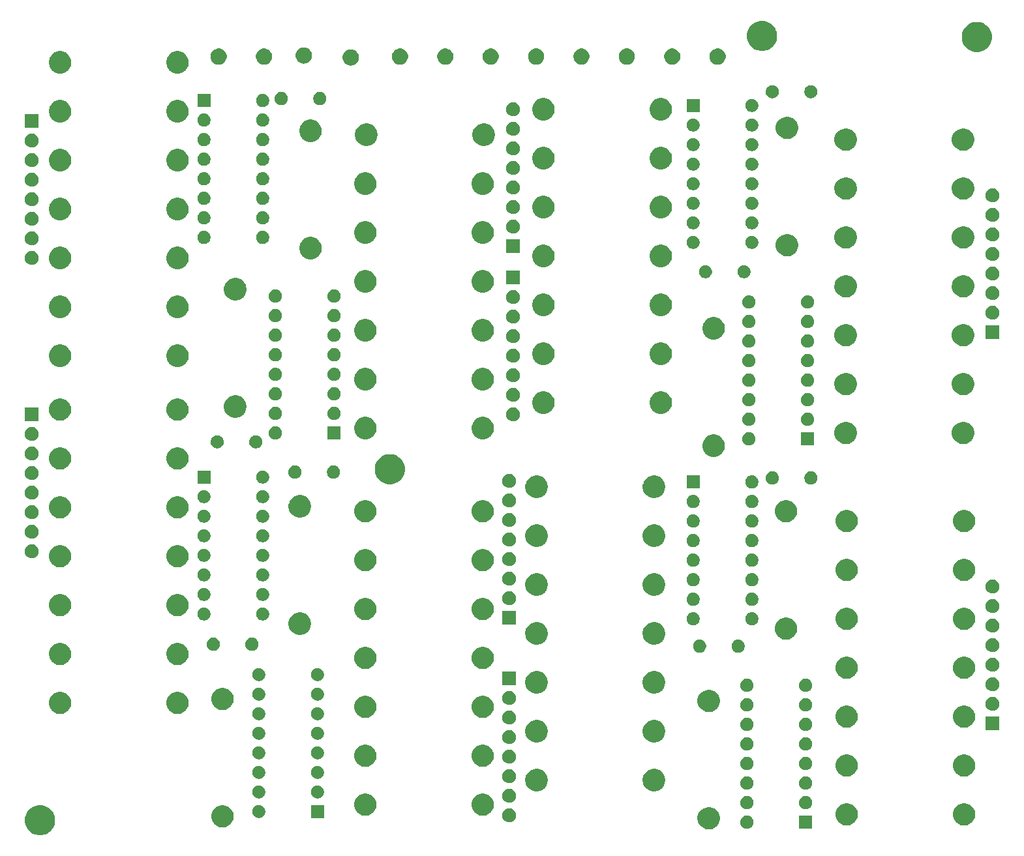
<source format=gbr>
G04 #@! TF.GenerationSoftware,KiCad,Pcbnew,(5.1.5)-3*
G04 #@! TF.CreationDate,2020-06-28T21:35:15-07:00*
G04 #@! TF.ProjectId,LED_MATRIX_SHEET_2,4c45445f-4d41-4545-9249-585f53484545,rev?*
G04 #@! TF.SameCoordinates,Original*
G04 #@! TF.FileFunction,Soldermask,Top*
G04 #@! TF.FilePolarity,Negative*
%FSLAX46Y46*%
G04 Gerber Fmt 4.6, Leading zero omitted, Abs format (unit mm)*
G04 Created by KiCad (PCBNEW (5.1.5)-3) date 2020-06-28 21:35:15*
%MOMM*%
%LPD*%
G04 APERTURE LIST*
%ADD10C,0.100000*%
G04 APERTURE END LIST*
D10*
G36*
X26794527Y-123981168D02*
G01*
X26794530Y-123981169D01*
X26794529Y-123981169D01*
X27149547Y-124128222D01*
X27469061Y-124341714D01*
X27740786Y-124613439D01*
X27954278Y-124932953D01*
X28037256Y-125133280D01*
X28101332Y-125287973D01*
X28176300Y-125664863D01*
X28176300Y-126049137D01*
X28101332Y-126426027D01*
X28101331Y-126426029D01*
X27954278Y-126781047D01*
X27740786Y-127100561D01*
X27469061Y-127372286D01*
X27149547Y-127585778D01*
X26860100Y-127705671D01*
X26794527Y-127732832D01*
X26417637Y-127807800D01*
X26033363Y-127807800D01*
X25656473Y-127732832D01*
X25590900Y-127705671D01*
X25301453Y-127585778D01*
X24981939Y-127372286D01*
X24710214Y-127100561D01*
X24496722Y-126781047D01*
X24349669Y-126426029D01*
X24349668Y-126426027D01*
X24274700Y-126049137D01*
X24274700Y-125664863D01*
X24349668Y-125287973D01*
X24413744Y-125133280D01*
X24496722Y-124932953D01*
X24710214Y-124613439D01*
X24981939Y-124341714D01*
X25301453Y-124128222D01*
X25656471Y-123981169D01*
X25656470Y-123981169D01*
X25656473Y-123981168D01*
X26033363Y-123906200D01*
X26417637Y-123906200D01*
X26794527Y-123981168D01*
G37*
G36*
X113453183Y-124207953D02*
G01*
X113453185Y-124207954D01*
X113453186Y-124207954D01*
X113717213Y-124317318D01*
X113954826Y-124476086D01*
X113954828Y-124476088D01*
X113954831Y-124476090D01*
X114156910Y-124678169D01*
X114156912Y-124678172D01*
X114156914Y-124678174D01*
X114315682Y-124915787D01*
X114405770Y-125133279D01*
X114425047Y-125179817D01*
X114480800Y-125460109D01*
X114480800Y-125745891D01*
X114445830Y-125921701D01*
X114425046Y-126026186D01*
X114315682Y-126290213D01*
X114156914Y-126527826D01*
X114156912Y-126527828D01*
X114156910Y-126527831D01*
X113954831Y-126729910D01*
X113954828Y-126729912D01*
X113954826Y-126729914D01*
X113717213Y-126888682D01*
X113453186Y-126998046D01*
X113453185Y-126998046D01*
X113453183Y-126998047D01*
X113172891Y-127053800D01*
X112887109Y-127053800D01*
X112606817Y-126998047D01*
X112606815Y-126998046D01*
X112606814Y-126998046D01*
X112342787Y-126888682D01*
X112105174Y-126729914D01*
X112105172Y-126729912D01*
X112105169Y-126729910D01*
X111903090Y-126527831D01*
X111903088Y-126527828D01*
X111903086Y-126527826D01*
X111744318Y-126290213D01*
X111634954Y-126026186D01*
X111614171Y-125921701D01*
X111579200Y-125745891D01*
X111579200Y-125460109D01*
X111634953Y-125179817D01*
X111654230Y-125133279D01*
X111744318Y-124915787D01*
X111903086Y-124678174D01*
X111903088Y-124678172D01*
X111903090Y-124678169D01*
X112105169Y-124476090D01*
X112105172Y-124476088D01*
X112105174Y-124476086D01*
X112342787Y-124317318D01*
X112606814Y-124207954D01*
X112606815Y-124207954D01*
X112606817Y-124207953D01*
X112887109Y-124152200D01*
X113172891Y-124152200D01*
X113453183Y-124207953D01*
G37*
G36*
X126453800Y-126961800D02*
G01*
X124752200Y-126961800D01*
X124752200Y-125260200D01*
X126453800Y-125260200D01*
X126453800Y-126961800D01*
G37*
G36*
X118231169Y-125292895D02*
G01*
X118231172Y-125292896D01*
X118231171Y-125292896D01*
X118386002Y-125357029D01*
X118386005Y-125357031D01*
X118525354Y-125450140D01*
X118643860Y-125568646D01*
X118697342Y-125648689D01*
X118736971Y-125707998D01*
X118789259Y-125834233D01*
X118801105Y-125862831D01*
X118833800Y-126027203D01*
X118833800Y-126194797D01*
X118801105Y-126359169D01*
X118801104Y-126359171D01*
X118736971Y-126514002D01*
X118736969Y-126514005D01*
X118643860Y-126653354D01*
X118525354Y-126771860D01*
X118386005Y-126864969D01*
X118386002Y-126864971D01*
X118259767Y-126917259D01*
X118231169Y-126929105D01*
X118066797Y-126961800D01*
X117899203Y-126961800D01*
X117734831Y-126929105D01*
X117706233Y-126917259D01*
X117579998Y-126864971D01*
X117579995Y-126864969D01*
X117440646Y-126771860D01*
X117322140Y-126653354D01*
X117229031Y-126514005D01*
X117229029Y-126514002D01*
X117164896Y-126359171D01*
X117164895Y-126359169D01*
X117132200Y-126194797D01*
X117132200Y-126027203D01*
X117164895Y-125862831D01*
X117176741Y-125834233D01*
X117229029Y-125707998D01*
X117268658Y-125648689D01*
X117322140Y-125568646D01*
X117440646Y-125450140D01*
X117579995Y-125357031D01*
X117579998Y-125357029D01*
X117734829Y-125292896D01*
X117734828Y-125292896D01*
X117734831Y-125292895D01*
X117899203Y-125260200D01*
X118066797Y-125260200D01*
X118231169Y-125292895D01*
G37*
G36*
X50334183Y-123953953D02*
G01*
X50334185Y-123953954D01*
X50334186Y-123953954D01*
X50598213Y-124063318D01*
X50835826Y-124222086D01*
X50835828Y-124222088D01*
X50835831Y-124222090D01*
X51037910Y-124424169D01*
X51037912Y-124424172D01*
X51037914Y-124424174D01*
X51196682Y-124661787D01*
X51301893Y-124915788D01*
X51306047Y-124925817D01*
X51361800Y-125206109D01*
X51361800Y-125491891D01*
X51311277Y-125745891D01*
X51306046Y-125772186D01*
X51196682Y-126036213D01*
X51037914Y-126273826D01*
X51037912Y-126273828D01*
X51037910Y-126273831D01*
X50835831Y-126475910D01*
X50835828Y-126475912D01*
X50835826Y-126475914D01*
X50598213Y-126634682D01*
X50334186Y-126744046D01*
X50334185Y-126744046D01*
X50334183Y-126744047D01*
X50053891Y-126799800D01*
X49768109Y-126799800D01*
X49487817Y-126744047D01*
X49487815Y-126744046D01*
X49487814Y-126744046D01*
X49223787Y-126634682D01*
X48986174Y-126475914D01*
X48986172Y-126475912D01*
X48986169Y-126475910D01*
X48784090Y-126273831D01*
X48784088Y-126273828D01*
X48784086Y-126273826D01*
X48625318Y-126036213D01*
X48515954Y-125772186D01*
X48510724Y-125745891D01*
X48460200Y-125491891D01*
X48460200Y-125206109D01*
X48515953Y-124925817D01*
X48520107Y-124915788D01*
X48625318Y-124661787D01*
X48784086Y-124424174D01*
X48784088Y-124424172D01*
X48784090Y-124424169D01*
X48986169Y-124222090D01*
X48986172Y-124222088D01*
X48986174Y-124222086D01*
X49223787Y-124063318D01*
X49487814Y-123953954D01*
X49487815Y-123953954D01*
X49487817Y-123953953D01*
X49768109Y-123898200D01*
X50053891Y-123898200D01*
X50334183Y-123953953D01*
G37*
G36*
X146600183Y-123699953D02*
G01*
X146600185Y-123699954D01*
X146600186Y-123699954D01*
X146864213Y-123809318D01*
X147101826Y-123968086D01*
X147101828Y-123968088D01*
X147101831Y-123968090D01*
X147303910Y-124170169D01*
X147303912Y-124170172D01*
X147303914Y-124170174D01*
X147462682Y-124407787D01*
X147567893Y-124661788D01*
X147572047Y-124671817D01*
X147627800Y-124952109D01*
X147627800Y-125237891D01*
X147577277Y-125491891D01*
X147572046Y-125518186D01*
X147462682Y-125782213D01*
X147303914Y-126019826D01*
X147303912Y-126019828D01*
X147303910Y-126019831D01*
X147101831Y-126221910D01*
X147101828Y-126221912D01*
X147101826Y-126221914D01*
X146864213Y-126380682D01*
X146600186Y-126490046D01*
X146600185Y-126490046D01*
X146600183Y-126490047D01*
X146319891Y-126545800D01*
X146034109Y-126545800D01*
X145753817Y-126490047D01*
X145753815Y-126490046D01*
X145753814Y-126490046D01*
X145489787Y-126380682D01*
X145252174Y-126221914D01*
X145252172Y-126221912D01*
X145252169Y-126221910D01*
X145050090Y-126019831D01*
X145050088Y-126019828D01*
X145050086Y-126019826D01*
X144891318Y-125782213D01*
X144781954Y-125518186D01*
X144776724Y-125491891D01*
X144726200Y-125237891D01*
X144726200Y-124952109D01*
X144781953Y-124671817D01*
X144786107Y-124661788D01*
X144891318Y-124407787D01*
X145050086Y-124170174D01*
X145050088Y-124170172D01*
X145050090Y-124170169D01*
X145252169Y-123968090D01*
X145252172Y-123968088D01*
X145252174Y-123968086D01*
X145489787Y-123809318D01*
X145753814Y-123699954D01*
X145753815Y-123699954D01*
X145753817Y-123699953D01*
X146034109Y-123644200D01*
X146319891Y-123644200D01*
X146600183Y-123699953D01*
G37*
G36*
X131360183Y-123699953D02*
G01*
X131360185Y-123699954D01*
X131360186Y-123699954D01*
X131624213Y-123809318D01*
X131861826Y-123968086D01*
X131861828Y-123968088D01*
X131861831Y-123968090D01*
X132063910Y-124170169D01*
X132063912Y-124170172D01*
X132063914Y-124170174D01*
X132222682Y-124407787D01*
X132327893Y-124661788D01*
X132332047Y-124671817D01*
X132387800Y-124952109D01*
X132387800Y-125237891D01*
X132337277Y-125491891D01*
X132332046Y-125518186D01*
X132222682Y-125782213D01*
X132063914Y-126019826D01*
X132063912Y-126019828D01*
X132063910Y-126019831D01*
X131861831Y-126221910D01*
X131861828Y-126221912D01*
X131861826Y-126221914D01*
X131624213Y-126380682D01*
X131360186Y-126490046D01*
X131360185Y-126490046D01*
X131360183Y-126490047D01*
X131079891Y-126545800D01*
X130794109Y-126545800D01*
X130513817Y-126490047D01*
X130513815Y-126490046D01*
X130513814Y-126490046D01*
X130249787Y-126380682D01*
X130012174Y-126221914D01*
X130012172Y-126221912D01*
X130012169Y-126221910D01*
X129810090Y-126019831D01*
X129810088Y-126019828D01*
X129810086Y-126019826D01*
X129651318Y-125782213D01*
X129541954Y-125518186D01*
X129536724Y-125491891D01*
X129486200Y-125237891D01*
X129486200Y-124952109D01*
X129541953Y-124671817D01*
X129546107Y-124661788D01*
X129651318Y-124407787D01*
X129810086Y-124170174D01*
X129810088Y-124170172D01*
X129810090Y-124170169D01*
X130012169Y-123968090D01*
X130012172Y-123968088D01*
X130012174Y-123968086D01*
X130249787Y-123809318D01*
X130513814Y-123699954D01*
X130513815Y-123699954D01*
X130513817Y-123699953D01*
X130794109Y-123644200D01*
X131079891Y-123644200D01*
X131360183Y-123699953D01*
G37*
G36*
X87229669Y-124324969D02*
G01*
X87384757Y-124355817D01*
X87548690Y-124423721D01*
X87696222Y-124522299D01*
X87696224Y-124522301D01*
X87696227Y-124522303D01*
X87821697Y-124647773D01*
X87821699Y-124647776D01*
X87821701Y-124647778D01*
X87920279Y-124795310D01*
X87988183Y-124959243D01*
X88022800Y-125133280D01*
X88022800Y-125310720D01*
X87988183Y-125484757D01*
X87920279Y-125648690D01*
X87821701Y-125796222D01*
X87821699Y-125796224D01*
X87821697Y-125796227D01*
X87696227Y-125921697D01*
X87696224Y-125921699D01*
X87696222Y-125921701D01*
X87548690Y-126020279D01*
X87384757Y-126088183D01*
X87254229Y-126114146D01*
X87210721Y-126122800D01*
X87033279Y-126122800D01*
X86989771Y-126114146D01*
X86859243Y-126088183D01*
X86695310Y-126020279D01*
X86547778Y-125921701D01*
X86547776Y-125921699D01*
X86547773Y-125921697D01*
X86422303Y-125796227D01*
X86422301Y-125796224D01*
X86422299Y-125796222D01*
X86323721Y-125648690D01*
X86255817Y-125484757D01*
X86221200Y-125310720D01*
X86221200Y-125133280D01*
X86255817Y-124959243D01*
X86323721Y-124795310D01*
X86422299Y-124647778D01*
X86422301Y-124647776D01*
X86422303Y-124647773D01*
X86547773Y-124522303D01*
X86547776Y-124522301D01*
X86547778Y-124522299D01*
X86695310Y-124423721D01*
X86859243Y-124355817D01*
X87014331Y-124324969D01*
X87033279Y-124321200D01*
X87210721Y-124321200D01*
X87229669Y-124324969D01*
G37*
G36*
X54858169Y-123895895D02*
G01*
X54883047Y-123906200D01*
X55013002Y-123960029D01*
X55013005Y-123960031D01*
X55152354Y-124053140D01*
X55270860Y-124171646D01*
X55363969Y-124310995D01*
X55363971Y-124310998D01*
X55409867Y-124421800D01*
X55428105Y-124465831D01*
X55460800Y-124630203D01*
X55460800Y-124797797D01*
X55428105Y-124962169D01*
X55428104Y-124962171D01*
X55363971Y-125117002D01*
X55363969Y-125117005D01*
X55270860Y-125256354D01*
X55152354Y-125374860D01*
X55039688Y-125450140D01*
X55013002Y-125467971D01*
X54891779Y-125518183D01*
X54858169Y-125532105D01*
X54693797Y-125564800D01*
X54526203Y-125564800D01*
X54361831Y-125532105D01*
X54328221Y-125518183D01*
X54206998Y-125467971D01*
X54180312Y-125450140D01*
X54067646Y-125374860D01*
X53949140Y-125256354D01*
X53856031Y-125117005D01*
X53856029Y-125117002D01*
X53791896Y-124962171D01*
X53791895Y-124962169D01*
X53759200Y-124797797D01*
X53759200Y-124630203D01*
X53791895Y-124465831D01*
X53810133Y-124421800D01*
X53856029Y-124310998D01*
X53856031Y-124310995D01*
X53949140Y-124171646D01*
X54067646Y-124053140D01*
X54206995Y-123960031D01*
X54206998Y-123960029D01*
X54336953Y-123906200D01*
X54361831Y-123895895D01*
X54526203Y-123863200D01*
X54693797Y-123863200D01*
X54858169Y-123895895D01*
G37*
G36*
X63080800Y-125564800D02*
G01*
X61379200Y-125564800D01*
X61379200Y-123863200D01*
X63080800Y-123863200D01*
X63080800Y-125564800D01*
G37*
G36*
X68876183Y-122429953D02*
G01*
X68876185Y-122429954D01*
X68876186Y-122429954D01*
X69140213Y-122539318D01*
X69377826Y-122698086D01*
X69377828Y-122698088D01*
X69377831Y-122698090D01*
X69579910Y-122900169D01*
X69579912Y-122900172D01*
X69579914Y-122900174D01*
X69738682Y-123137787D01*
X69815329Y-123322829D01*
X69848047Y-123401817D01*
X69903800Y-123682109D01*
X69903800Y-123967891D01*
X69851294Y-124231860D01*
X69848046Y-124248186D01*
X69738682Y-124512213D01*
X69579914Y-124749826D01*
X69579912Y-124749828D01*
X69579910Y-124749831D01*
X69377831Y-124951910D01*
X69377828Y-124951912D01*
X69377826Y-124951914D01*
X69140213Y-125110682D01*
X68876186Y-125220046D01*
X68876185Y-125220046D01*
X68876183Y-125220047D01*
X68595891Y-125275800D01*
X68310109Y-125275800D01*
X68029817Y-125220047D01*
X68029815Y-125220046D01*
X68029814Y-125220046D01*
X67765787Y-125110682D01*
X67528174Y-124951914D01*
X67528172Y-124951912D01*
X67528169Y-124951910D01*
X67326090Y-124749831D01*
X67326088Y-124749828D01*
X67326086Y-124749826D01*
X67167318Y-124512213D01*
X67057954Y-124248186D01*
X67054707Y-124231860D01*
X67002200Y-123967891D01*
X67002200Y-123682109D01*
X67057953Y-123401817D01*
X67090671Y-123322829D01*
X67167318Y-123137787D01*
X67326086Y-122900174D01*
X67326088Y-122900172D01*
X67326090Y-122900169D01*
X67528169Y-122698090D01*
X67528172Y-122698088D01*
X67528174Y-122698086D01*
X67765787Y-122539318D01*
X68029814Y-122429954D01*
X68029815Y-122429954D01*
X68029817Y-122429953D01*
X68310109Y-122374200D01*
X68595891Y-122374200D01*
X68876183Y-122429953D01*
G37*
G36*
X84116183Y-122429953D02*
G01*
X84116185Y-122429954D01*
X84116186Y-122429954D01*
X84380213Y-122539318D01*
X84617826Y-122698086D01*
X84617828Y-122698088D01*
X84617831Y-122698090D01*
X84819910Y-122900169D01*
X84819912Y-122900172D01*
X84819914Y-122900174D01*
X84978682Y-123137787D01*
X85055329Y-123322829D01*
X85088047Y-123401817D01*
X85143800Y-123682109D01*
X85143800Y-123967891D01*
X85091294Y-124231860D01*
X85088046Y-124248186D01*
X84978682Y-124512213D01*
X84819914Y-124749826D01*
X84819912Y-124749828D01*
X84819910Y-124749831D01*
X84617831Y-124951910D01*
X84617828Y-124951912D01*
X84617826Y-124951914D01*
X84380213Y-125110682D01*
X84116186Y-125220046D01*
X84116185Y-125220046D01*
X84116183Y-125220047D01*
X83835891Y-125275800D01*
X83550109Y-125275800D01*
X83269817Y-125220047D01*
X83269815Y-125220046D01*
X83269814Y-125220046D01*
X83005787Y-125110682D01*
X82768174Y-124951914D01*
X82768172Y-124951912D01*
X82768169Y-124951910D01*
X82566090Y-124749831D01*
X82566088Y-124749828D01*
X82566086Y-124749826D01*
X82407318Y-124512213D01*
X82297954Y-124248186D01*
X82294707Y-124231860D01*
X82242200Y-123967891D01*
X82242200Y-123682109D01*
X82297953Y-123401817D01*
X82330671Y-123322829D01*
X82407318Y-123137787D01*
X82566086Y-122900174D01*
X82566088Y-122900172D01*
X82566090Y-122900169D01*
X82768169Y-122698090D01*
X82768172Y-122698088D01*
X82768174Y-122698086D01*
X83005787Y-122539318D01*
X83269814Y-122429954D01*
X83269815Y-122429954D01*
X83269817Y-122429953D01*
X83550109Y-122374200D01*
X83835891Y-122374200D01*
X84116183Y-122429953D01*
G37*
G36*
X125851169Y-122752895D02*
G01*
X125851172Y-122752896D01*
X125851171Y-122752896D01*
X126006002Y-122817029D01*
X126006005Y-122817031D01*
X126145354Y-122910140D01*
X126263860Y-123028646D01*
X126356969Y-123167995D01*
X126356971Y-123167998D01*
X126409259Y-123294233D01*
X126421105Y-123322831D01*
X126453800Y-123487203D01*
X126453800Y-123654797D01*
X126421105Y-123819169D01*
X126421104Y-123819171D01*
X126356971Y-123974002D01*
X126356969Y-123974005D01*
X126263860Y-124113354D01*
X126145354Y-124231860D01*
X126011646Y-124321200D01*
X126006002Y-124324971D01*
X125879767Y-124377259D01*
X125851169Y-124389105D01*
X125686797Y-124421800D01*
X125519203Y-124421800D01*
X125354831Y-124389105D01*
X125326233Y-124377259D01*
X125199998Y-124324971D01*
X125194354Y-124321200D01*
X125060646Y-124231860D01*
X124942140Y-124113354D01*
X124849031Y-123974005D01*
X124849029Y-123974002D01*
X124784896Y-123819171D01*
X124784895Y-123819169D01*
X124752200Y-123654797D01*
X124752200Y-123487203D01*
X124784895Y-123322831D01*
X124796741Y-123294233D01*
X124849029Y-123167998D01*
X124849031Y-123167995D01*
X124942140Y-123028646D01*
X125060646Y-122910140D01*
X125199995Y-122817031D01*
X125199998Y-122817029D01*
X125354829Y-122752896D01*
X125354828Y-122752896D01*
X125354831Y-122752895D01*
X125519203Y-122720200D01*
X125686797Y-122720200D01*
X125851169Y-122752895D01*
G37*
G36*
X118231169Y-122752895D02*
G01*
X118231172Y-122752896D01*
X118231171Y-122752896D01*
X118386002Y-122817029D01*
X118386005Y-122817031D01*
X118525354Y-122910140D01*
X118643860Y-123028646D01*
X118736969Y-123167995D01*
X118736971Y-123167998D01*
X118789259Y-123294233D01*
X118801105Y-123322831D01*
X118833800Y-123487203D01*
X118833800Y-123654797D01*
X118801105Y-123819169D01*
X118801104Y-123819171D01*
X118736971Y-123974002D01*
X118736969Y-123974005D01*
X118643860Y-124113354D01*
X118525354Y-124231860D01*
X118391646Y-124321200D01*
X118386002Y-124324971D01*
X118259767Y-124377259D01*
X118231169Y-124389105D01*
X118066797Y-124421800D01*
X117899203Y-124421800D01*
X117734831Y-124389105D01*
X117706233Y-124377259D01*
X117579998Y-124324971D01*
X117574354Y-124321200D01*
X117440646Y-124231860D01*
X117322140Y-124113354D01*
X117229031Y-123974005D01*
X117229029Y-123974002D01*
X117164896Y-123819171D01*
X117164895Y-123819169D01*
X117132200Y-123654797D01*
X117132200Y-123487203D01*
X117164895Y-123322831D01*
X117176741Y-123294233D01*
X117229029Y-123167998D01*
X117229031Y-123167995D01*
X117322140Y-123028646D01*
X117440646Y-122910140D01*
X117579995Y-122817031D01*
X117579998Y-122817029D01*
X117734829Y-122752896D01*
X117734828Y-122752896D01*
X117734831Y-122752895D01*
X117899203Y-122720200D01*
X118066797Y-122720200D01*
X118231169Y-122752895D01*
G37*
G36*
X87229669Y-121784969D02*
G01*
X87384757Y-121815817D01*
X87548690Y-121883721D01*
X87696222Y-121982299D01*
X87696224Y-121982301D01*
X87696227Y-121982303D01*
X87821697Y-122107773D01*
X87821699Y-122107776D01*
X87821701Y-122107778D01*
X87920279Y-122255310D01*
X87988183Y-122419243D01*
X88022800Y-122593280D01*
X88022800Y-122770720D01*
X87988183Y-122944757D01*
X87920279Y-123108690D01*
X87821701Y-123256222D01*
X87821699Y-123256224D01*
X87821697Y-123256227D01*
X87696227Y-123381697D01*
X87696224Y-123381699D01*
X87696222Y-123381701D01*
X87548690Y-123480279D01*
X87384757Y-123548183D01*
X87254229Y-123574146D01*
X87210721Y-123582800D01*
X87033279Y-123582800D01*
X86989771Y-123574146D01*
X86859243Y-123548183D01*
X86695310Y-123480279D01*
X86547778Y-123381701D01*
X86547776Y-123381699D01*
X86547773Y-123381697D01*
X86422303Y-123256227D01*
X86422301Y-123256224D01*
X86422299Y-123256222D01*
X86323721Y-123108690D01*
X86255817Y-122944757D01*
X86221200Y-122770720D01*
X86221200Y-122593280D01*
X86255817Y-122419243D01*
X86323721Y-122255310D01*
X86422299Y-122107778D01*
X86422301Y-122107776D01*
X86422303Y-122107773D01*
X86547773Y-121982303D01*
X86547776Y-121982301D01*
X86547778Y-121982299D01*
X86695310Y-121883721D01*
X86859243Y-121815817D01*
X87014331Y-121784969D01*
X87033279Y-121781200D01*
X87210721Y-121781200D01*
X87229669Y-121784969D01*
G37*
G36*
X62478169Y-121355895D02*
G01*
X62478172Y-121355896D01*
X62478171Y-121355896D01*
X62633002Y-121420029D01*
X62633005Y-121420031D01*
X62772354Y-121513140D01*
X62890860Y-121631646D01*
X62931093Y-121691860D01*
X62983971Y-121770998D01*
X63016324Y-121849105D01*
X63048105Y-121925831D01*
X63080800Y-122090203D01*
X63080800Y-122257797D01*
X63048105Y-122422169D01*
X63048104Y-122422171D01*
X62983971Y-122577002D01*
X62983969Y-122577005D01*
X62890860Y-122716354D01*
X62772354Y-122834860D01*
X62659688Y-122910140D01*
X62633002Y-122927971D01*
X62506767Y-122980259D01*
X62478169Y-122992105D01*
X62313797Y-123024800D01*
X62146203Y-123024800D01*
X61981831Y-122992105D01*
X61953233Y-122980259D01*
X61826998Y-122927971D01*
X61800312Y-122910140D01*
X61687646Y-122834860D01*
X61569140Y-122716354D01*
X61476031Y-122577005D01*
X61476029Y-122577002D01*
X61411896Y-122422171D01*
X61411895Y-122422169D01*
X61379200Y-122257797D01*
X61379200Y-122090203D01*
X61411895Y-121925831D01*
X61443676Y-121849105D01*
X61476029Y-121770998D01*
X61528907Y-121691860D01*
X61569140Y-121631646D01*
X61687646Y-121513140D01*
X61826995Y-121420031D01*
X61826998Y-121420029D01*
X61981829Y-121355896D01*
X61981828Y-121355896D01*
X61981831Y-121355895D01*
X62146203Y-121323200D01*
X62313797Y-121323200D01*
X62478169Y-121355895D01*
G37*
G36*
X54858169Y-121355895D02*
G01*
X54858172Y-121355896D01*
X54858171Y-121355896D01*
X55013002Y-121420029D01*
X55013005Y-121420031D01*
X55152354Y-121513140D01*
X55270860Y-121631646D01*
X55311093Y-121691860D01*
X55363971Y-121770998D01*
X55396324Y-121849105D01*
X55428105Y-121925831D01*
X55460800Y-122090203D01*
X55460800Y-122257797D01*
X55428105Y-122422169D01*
X55428104Y-122422171D01*
X55363971Y-122577002D01*
X55363969Y-122577005D01*
X55270860Y-122716354D01*
X55152354Y-122834860D01*
X55039688Y-122910140D01*
X55013002Y-122927971D01*
X54886767Y-122980259D01*
X54858169Y-122992105D01*
X54693797Y-123024800D01*
X54526203Y-123024800D01*
X54361831Y-122992105D01*
X54333233Y-122980259D01*
X54206998Y-122927971D01*
X54180312Y-122910140D01*
X54067646Y-122834860D01*
X53949140Y-122716354D01*
X53856031Y-122577005D01*
X53856029Y-122577002D01*
X53791896Y-122422171D01*
X53791895Y-122422169D01*
X53759200Y-122257797D01*
X53759200Y-122090203D01*
X53791895Y-121925831D01*
X53823676Y-121849105D01*
X53856029Y-121770998D01*
X53908907Y-121691860D01*
X53949140Y-121631646D01*
X54067646Y-121513140D01*
X54206995Y-121420031D01*
X54206998Y-121420029D01*
X54361829Y-121355896D01*
X54361828Y-121355896D01*
X54361831Y-121355895D01*
X54526203Y-121323200D01*
X54693797Y-121323200D01*
X54858169Y-121355895D01*
G37*
G36*
X91101183Y-119254953D02*
G01*
X91101185Y-119254954D01*
X91101186Y-119254954D01*
X91365213Y-119364318D01*
X91602826Y-119523086D01*
X91602828Y-119523088D01*
X91602831Y-119523090D01*
X91804910Y-119725169D01*
X91804912Y-119725172D01*
X91804914Y-119725174D01*
X91963682Y-119962787D01*
X92067281Y-120212896D01*
X92073047Y-120226817D01*
X92128800Y-120507109D01*
X92128800Y-120792891D01*
X92098106Y-120947204D01*
X92073046Y-121073186D01*
X91963682Y-121337213D01*
X91804914Y-121574826D01*
X91804912Y-121574828D01*
X91804910Y-121574831D01*
X91602831Y-121776910D01*
X91602828Y-121776912D01*
X91602826Y-121776914D01*
X91365213Y-121935682D01*
X91101186Y-122045046D01*
X91101185Y-122045046D01*
X91101183Y-122045047D01*
X90820891Y-122100800D01*
X90535109Y-122100800D01*
X90254817Y-122045047D01*
X90254815Y-122045046D01*
X90254814Y-122045046D01*
X89990787Y-121935682D01*
X89753174Y-121776914D01*
X89753172Y-121776912D01*
X89753169Y-121776910D01*
X89551090Y-121574831D01*
X89551088Y-121574828D01*
X89551086Y-121574826D01*
X89392318Y-121337213D01*
X89282954Y-121073186D01*
X89257895Y-120947204D01*
X89227200Y-120792891D01*
X89227200Y-120507109D01*
X89282953Y-120226817D01*
X89288719Y-120212896D01*
X89392318Y-119962787D01*
X89551086Y-119725174D01*
X89551088Y-119725172D01*
X89551090Y-119725169D01*
X89753169Y-119523090D01*
X89753172Y-119523088D01*
X89753174Y-119523086D01*
X89990787Y-119364318D01*
X90254814Y-119254954D01*
X90254815Y-119254954D01*
X90254817Y-119254953D01*
X90535109Y-119199200D01*
X90820891Y-119199200D01*
X91101183Y-119254953D01*
G37*
G36*
X106341183Y-119254953D02*
G01*
X106341185Y-119254954D01*
X106341186Y-119254954D01*
X106605213Y-119364318D01*
X106842826Y-119523086D01*
X106842828Y-119523088D01*
X106842831Y-119523090D01*
X107044910Y-119725169D01*
X107044912Y-119725172D01*
X107044914Y-119725174D01*
X107203682Y-119962787D01*
X107307281Y-120212896D01*
X107313047Y-120226817D01*
X107368800Y-120507109D01*
X107368800Y-120792891D01*
X107338106Y-120947204D01*
X107313046Y-121073186D01*
X107203682Y-121337213D01*
X107044914Y-121574826D01*
X107044912Y-121574828D01*
X107044910Y-121574831D01*
X106842831Y-121776910D01*
X106842828Y-121776912D01*
X106842826Y-121776914D01*
X106605213Y-121935682D01*
X106341186Y-122045046D01*
X106341185Y-122045046D01*
X106341183Y-122045047D01*
X106060891Y-122100800D01*
X105775109Y-122100800D01*
X105494817Y-122045047D01*
X105494815Y-122045046D01*
X105494814Y-122045046D01*
X105230787Y-121935682D01*
X104993174Y-121776914D01*
X104993172Y-121776912D01*
X104993169Y-121776910D01*
X104791090Y-121574831D01*
X104791088Y-121574828D01*
X104791086Y-121574826D01*
X104632318Y-121337213D01*
X104522954Y-121073186D01*
X104497895Y-120947204D01*
X104467200Y-120792891D01*
X104467200Y-120507109D01*
X104522953Y-120226817D01*
X104528719Y-120212896D01*
X104632318Y-119962787D01*
X104791086Y-119725174D01*
X104791088Y-119725172D01*
X104791090Y-119725169D01*
X104993169Y-119523090D01*
X104993172Y-119523088D01*
X104993174Y-119523086D01*
X105230787Y-119364318D01*
X105494814Y-119254954D01*
X105494815Y-119254954D01*
X105494817Y-119254953D01*
X105775109Y-119199200D01*
X106060891Y-119199200D01*
X106341183Y-119254953D01*
G37*
G36*
X125851169Y-120212895D02*
G01*
X125851172Y-120212896D01*
X125851171Y-120212896D01*
X126006002Y-120277029D01*
X126006005Y-120277031D01*
X126145354Y-120370140D01*
X126263860Y-120488646D01*
X126317342Y-120568689D01*
X126356971Y-120627998D01*
X126409259Y-120754233D01*
X126421105Y-120782831D01*
X126453800Y-120947203D01*
X126453800Y-121114797D01*
X126421105Y-121279169D01*
X126421104Y-121279171D01*
X126356971Y-121434002D01*
X126356969Y-121434005D01*
X126263860Y-121573354D01*
X126145354Y-121691860D01*
X126026914Y-121770998D01*
X126006002Y-121784971D01*
X125879767Y-121837259D01*
X125851169Y-121849105D01*
X125686797Y-121881800D01*
X125519203Y-121881800D01*
X125354831Y-121849105D01*
X125326233Y-121837259D01*
X125199998Y-121784971D01*
X125179086Y-121770998D01*
X125060646Y-121691860D01*
X124942140Y-121573354D01*
X124849031Y-121434005D01*
X124849029Y-121434002D01*
X124784896Y-121279171D01*
X124784895Y-121279169D01*
X124752200Y-121114797D01*
X124752200Y-120947203D01*
X124784895Y-120782831D01*
X124796741Y-120754233D01*
X124849029Y-120627998D01*
X124888658Y-120568689D01*
X124942140Y-120488646D01*
X125060646Y-120370140D01*
X125199995Y-120277031D01*
X125199998Y-120277029D01*
X125354829Y-120212896D01*
X125354828Y-120212896D01*
X125354831Y-120212895D01*
X125519203Y-120180200D01*
X125686797Y-120180200D01*
X125851169Y-120212895D01*
G37*
G36*
X118231169Y-120212895D02*
G01*
X118231172Y-120212896D01*
X118231171Y-120212896D01*
X118386002Y-120277029D01*
X118386005Y-120277031D01*
X118525354Y-120370140D01*
X118643860Y-120488646D01*
X118697342Y-120568689D01*
X118736971Y-120627998D01*
X118789259Y-120754233D01*
X118801105Y-120782831D01*
X118833800Y-120947203D01*
X118833800Y-121114797D01*
X118801105Y-121279169D01*
X118801104Y-121279171D01*
X118736971Y-121434002D01*
X118736969Y-121434005D01*
X118643860Y-121573354D01*
X118525354Y-121691860D01*
X118406914Y-121770998D01*
X118386002Y-121784971D01*
X118259767Y-121837259D01*
X118231169Y-121849105D01*
X118066797Y-121881800D01*
X117899203Y-121881800D01*
X117734831Y-121849105D01*
X117706233Y-121837259D01*
X117579998Y-121784971D01*
X117559086Y-121770998D01*
X117440646Y-121691860D01*
X117322140Y-121573354D01*
X117229031Y-121434005D01*
X117229029Y-121434002D01*
X117164896Y-121279171D01*
X117164895Y-121279169D01*
X117132200Y-121114797D01*
X117132200Y-120947203D01*
X117164895Y-120782831D01*
X117176741Y-120754233D01*
X117229029Y-120627998D01*
X117268658Y-120568689D01*
X117322140Y-120488646D01*
X117440646Y-120370140D01*
X117579995Y-120277031D01*
X117579998Y-120277029D01*
X117734829Y-120212896D01*
X117734828Y-120212896D01*
X117734831Y-120212895D01*
X117899203Y-120180200D01*
X118066797Y-120180200D01*
X118231169Y-120212895D01*
G37*
G36*
X87229669Y-119244969D02*
G01*
X87384757Y-119275817D01*
X87548690Y-119343721D01*
X87696222Y-119442299D01*
X87696224Y-119442301D01*
X87696227Y-119442303D01*
X87821697Y-119567773D01*
X87821699Y-119567776D01*
X87821701Y-119567778D01*
X87920279Y-119715310D01*
X87988183Y-119879243D01*
X88022800Y-120053280D01*
X88022800Y-120230720D01*
X87988183Y-120404757D01*
X87920279Y-120568690D01*
X87821701Y-120716222D01*
X87821699Y-120716224D01*
X87821697Y-120716227D01*
X87696227Y-120841697D01*
X87696224Y-120841699D01*
X87696222Y-120841701D01*
X87548690Y-120940279D01*
X87384757Y-121008183D01*
X87254229Y-121034146D01*
X87210721Y-121042800D01*
X87033279Y-121042800D01*
X86989771Y-121034146D01*
X86859243Y-121008183D01*
X86695310Y-120940279D01*
X86547778Y-120841701D01*
X86547776Y-120841699D01*
X86547773Y-120841697D01*
X86422303Y-120716227D01*
X86422301Y-120716224D01*
X86422299Y-120716222D01*
X86323721Y-120568690D01*
X86255817Y-120404757D01*
X86221200Y-120230720D01*
X86221200Y-120053280D01*
X86255817Y-119879243D01*
X86323721Y-119715310D01*
X86422299Y-119567778D01*
X86422301Y-119567776D01*
X86422303Y-119567773D01*
X86547773Y-119442303D01*
X86547776Y-119442301D01*
X86547778Y-119442299D01*
X86695310Y-119343721D01*
X86859243Y-119275817D01*
X87014331Y-119244969D01*
X87033279Y-119241200D01*
X87210721Y-119241200D01*
X87229669Y-119244969D01*
G37*
G36*
X54858169Y-118815895D02*
G01*
X54858172Y-118815896D01*
X54858171Y-118815896D01*
X55013002Y-118880029D01*
X55013005Y-118880031D01*
X55152354Y-118973140D01*
X55270860Y-119091646D01*
X55342724Y-119199200D01*
X55363971Y-119230998D01*
X55396324Y-119309105D01*
X55428105Y-119385831D01*
X55460800Y-119550203D01*
X55460800Y-119717797D01*
X55428105Y-119882169D01*
X55428104Y-119882171D01*
X55363971Y-120037002D01*
X55363969Y-120037005D01*
X55270860Y-120176354D01*
X55152354Y-120294860D01*
X55039688Y-120370140D01*
X55013002Y-120387971D01*
X54886767Y-120440259D01*
X54858169Y-120452105D01*
X54693797Y-120484800D01*
X54526203Y-120484800D01*
X54361831Y-120452105D01*
X54333233Y-120440259D01*
X54206998Y-120387971D01*
X54180312Y-120370140D01*
X54067646Y-120294860D01*
X53949140Y-120176354D01*
X53856031Y-120037005D01*
X53856029Y-120037002D01*
X53791896Y-119882171D01*
X53791895Y-119882169D01*
X53759200Y-119717797D01*
X53759200Y-119550203D01*
X53791895Y-119385831D01*
X53823676Y-119309105D01*
X53856029Y-119230998D01*
X53877276Y-119199200D01*
X53949140Y-119091646D01*
X54067646Y-118973140D01*
X54206995Y-118880031D01*
X54206998Y-118880029D01*
X54361829Y-118815896D01*
X54361828Y-118815896D01*
X54361831Y-118815895D01*
X54526203Y-118783200D01*
X54693797Y-118783200D01*
X54858169Y-118815895D01*
G37*
G36*
X62478169Y-118815895D02*
G01*
X62478172Y-118815896D01*
X62478171Y-118815896D01*
X62633002Y-118880029D01*
X62633005Y-118880031D01*
X62772354Y-118973140D01*
X62890860Y-119091646D01*
X62962724Y-119199200D01*
X62983971Y-119230998D01*
X63016324Y-119309105D01*
X63048105Y-119385831D01*
X63080800Y-119550203D01*
X63080800Y-119717797D01*
X63048105Y-119882169D01*
X63048104Y-119882171D01*
X62983971Y-120037002D01*
X62983969Y-120037005D01*
X62890860Y-120176354D01*
X62772354Y-120294860D01*
X62659688Y-120370140D01*
X62633002Y-120387971D01*
X62506767Y-120440259D01*
X62478169Y-120452105D01*
X62313797Y-120484800D01*
X62146203Y-120484800D01*
X61981831Y-120452105D01*
X61953233Y-120440259D01*
X61826998Y-120387971D01*
X61800312Y-120370140D01*
X61687646Y-120294860D01*
X61569140Y-120176354D01*
X61476031Y-120037005D01*
X61476029Y-120037002D01*
X61411896Y-119882171D01*
X61411895Y-119882169D01*
X61379200Y-119717797D01*
X61379200Y-119550203D01*
X61411895Y-119385831D01*
X61443676Y-119309105D01*
X61476029Y-119230998D01*
X61497276Y-119199200D01*
X61569140Y-119091646D01*
X61687646Y-118973140D01*
X61826995Y-118880031D01*
X61826998Y-118880029D01*
X61981829Y-118815896D01*
X61981828Y-118815896D01*
X61981831Y-118815895D01*
X62146203Y-118783200D01*
X62313797Y-118783200D01*
X62478169Y-118815895D01*
G37*
G36*
X146600183Y-117349953D02*
G01*
X146600185Y-117349954D01*
X146600186Y-117349954D01*
X146864213Y-117459318D01*
X147101826Y-117618086D01*
X147101828Y-117618088D01*
X147101831Y-117618090D01*
X147303910Y-117820169D01*
X147303912Y-117820172D01*
X147303914Y-117820174D01*
X147462682Y-118057787D01*
X147539329Y-118242829D01*
X147572047Y-118321817D01*
X147627800Y-118602109D01*
X147627800Y-118887891D01*
X147575294Y-119151860D01*
X147572046Y-119168186D01*
X147462682Y-119432213D01*
X147303914Y-119669826D01*
X147303912Y-119669828D01*
X147303910Y-119669831D01*
X147101831Y-119871910D01*
X147101828Y-119871912D01*
X147101826Y-119871914D01*
X146864213Y-120030682D01*
X146600186Y-120140046D01*
X146600185Y-120140046D01*
X146600183Y-120140047D01*
X146319891Y-120195800D01*
X146034109Y-120195800D01*
X145753817Y-120140047D01*
X145753815Y-120140046D01*
X145753814Y-120140046D01*
X145489787Y-120030682D01*
X145252174Y-119871914D01*
X145252172Y-119871912D01*
X145252169Y-119871910D01*
X145050090Y-119669831D01*
X145050088Y-119669828D01*
X145050086Y-119669826D01*
X144891318Y-119432213D01*
X144781954Y-119168186D01*
X144778707Y-119151860D01*
X144726200Y-118887891D01*
X144726200Y-118602109D01*
X144781953Y-118321817D01*
X144814671Y-118242829D01*
X144891318Y-118057787D01*
X145050086Y-117820174D01*
X145050088Y-117820172D01*
X145050090Y-117820169D01*
X145252169Y-117618090D01*
X145252172Y-117618088D01*
X145252174Y-117618086D01*
X145489787Y-117459318D01*
X145753814Y-117349954D01*
X145753815Y-117349954D01*
X145753817Y-117349953D01*
X146034109Y-117294200D01*
X146319891Y-117294200D01*
X146600183Y-117349953D01*
G37*
G36*
X131360183Y-117349953D02*
G01*
X131360185Y-117349954D01*
X131360186Y-117349954D01*
X131624213Y-117459318D01*
X131861826Y-117618086D01*
X131861828Y-117618088D01*
X131861831Y-117618090D01*
X132063910Y-117820169D01*
X132063912Y-117820172D01*
X132063914Y-117820174D01*
X132222682Y-118057787D01*
X132299329Y-118242829D01*
X132332047Y-118321817D01*
X132387800Y-118602109D01*
X132387800Y-118887891D01*
X132335294Y-119151860D01*
X132332046Y-119168186D01*
X132222682Y-119432213D01*
X132063914Y-119669826D01*
X132063912Y-119669828D01*
X132063910Y-119669831D01*
X131861831Y-119871910D01*
X131861828Y-119871912D01*
X131861826Y-119871914D01*
X131624213Y-120030682D01*
X131360186Y-120140046D01*
X131360185Y-120140046D01*
X131360183Y-120140047D01*
X131079891Y-120195800D01*
X130794109Y-120195800D01*
X130513817Y-120140047D01*
X130513815Y-120140046D01*
X130513814Y-120140046D01*
X130249787Y-120030682D01*
X130012174Y-119871914D01*
X130012172Y-119871912D01*
X130012169Y-119871910D01*
X129810090Y-119669831D01*
X129810088Y-119669828D01*
X129810086Y-119669826D01*
X129651318Y-119432213D01*
X129541954Y-119168186D01*
X129538707Y-119151860D01*
X129486200Y-118887891D01*
X129486200Y-118602109D01*
X129541953Y-118321817D01*
X129574671Y-118242829D01*
X129651318Y-118057787D01*
X129810086Y-117820174D01*
X129810088Y-117820172D01*
X129810090Y-117820169D01*
X130012169Y-117618090D01*
X130012172Y-117618088D01*
X130012174Y-117618086D01*
X130249787Y-117459318D01*
X130513814Y-117349954D01*
X130513815Y-117349954D01*
X130513817Y-117349953D01*
X130794109Y-117294200D01*
X131079891Y-117294200D01*
X131360183Y-117349953D01*
G37*
G36*
X125851169Y-117672895D02*
G01*
X125851172Y-117672896D01*
X125851171Y-117672896D01*
X126006002Y-117737029D01*
X126006005Y-117737031D01*
X126145354Y-117830140D01*
X126263860Y-117948646D01*
X126356969Y-118087995D01*
X126356971Y-118087998D01*
X126409259Y-118214233D01*
X126421105Y-118242831D01*
X126453800Y-118407203D01*
X126453800Y-118574797D01*
X126421105Y-118739169D01*
X126421104Y-118739171D01*
X126356971Y-118894002D01*
X126356969Y-118894005D01*
X126263860Y-119033354D01*
X126145354Y-119151860D01*
X126026914Y-119230998D01*
X126006002Y-119244971D01*
X125879767Y-119297259D01*
X125851169Y-119309105D01*
X125686797Y-119341800D01*
X125519203Y-119341800D01*
X125354831Y-119309105D01*
X125326233Y-119297259D01*
X125199998Y-119244971D01*
X125179086Y-119230998D01*
X125060646Y-119151860D01*
X124942140Y-119033354D01*
X124849031Y-118894005D01*
X124849029Y-118894002D01*
X124784896Y-118739171D01*
X124784895Y-118739169D01*
X124752200Y-118574797D01*
X124752200Y-118407203D01*
X124784895Y-118242831D01*
X124796741Y-118214233D01*
X124849029Y-118087998D01*
X124849031Y-118087995D01*
X124942140Y-117948646D01*
X125060646Y-117830140D01*
X125199995Y-117737031D01*
X125199998Y-117737029D01*
X125354829Y-117672896D01*
X125354828Y-117672896D01*
X125354831Y-117672895D01*
X125519203Y-117640200D01*
X125686797Y-117640200D01*
X125851169Y-117672895D01*
G37*
G36*
X118231169Y-117672895D02*
G01*
X118231172Y-117672896D01*
X118231171Y-117672896D01*
X118386002Y-117737029D01*
X118386005Y-117737031D01*
X118525354Y-117830140D01*
X118643860Y-117948646D01*
X118736969Y-118087995D01*
X118736971Y-118087998D01*
X118789259Y-118214233D01*
X118801105Y-118242831D01*
X118833800Y-118407203D01*
X118833800Y-118574797D01*
X118801105Y-118739169D01*
X118801104Y-118739171D01*
X118736971Y-118894002D01*
X118736969Y-118894005D01*
X118643860Y-119033354D01*
X118525354Y-119151860D01*
X118406914Y-119230998D01*
X118386002Y-119244971D01*
X118259767Y-119297259D01*
X118231169Y-119309105D01*
X118066797Y-119341800D01*
X117899203Y-119341800D01*
X117734831Y-119309105D01*
X117706233Y-119297259D01*
X117579998Y-119244971D01*
X117559086Y-119230998D01*
X117440646Y-119151860D01*
X117322140Y-119033354D01*
X117229031Y-118894005D01*
X117229029Y-118894002D01*
X117164896Y-118739171D01*
X117164895Y-118739169D01*
X117132200Y-118574797D01*
X117132200Y-118407203D01*
X117164895Y-118242831D01*
X117176741Y-118214233D01*
X117229029Y-118087998D01*
X117229031Y-118087995D01*
X117322140Y-117948646D01*
X117440646Y-117830140D01*
X117579995Y-117737031D01*
X117579998Y-117737029D01*
X117734829Y-117672896D01*
X117734828Y-117672896D01*
X117734831Y-117672895D01*
X117899203Y-117640200D01*
X118066797Y-117640200D01*
X118231169Y-117672895D01*
G37*
G36*
X84116183Y-116079953D02*
G01*
X84116185Y-116079954D01*
X84116186Y-116079954D01*
X84380213Y-116189318D01*
X84617826Y-116348086D01*
X84617828Y-116348088D01*
X84617831Y-116348090D01*
X84819910Y-116550169D01*
X84819912Y-116550172D01*
X84819914Y-116550174D01*
X84978682Y-116787787D01*
X85078088Y-117027773D01*
X85088047Y-117051817D01*
X85143800Y-117332109D01*
X85143800Y-117617891D01*
X85094696Y-117864757D01*
X85088046Y-117898186D01*
X84978682Y-118162213D01*
X84819914Y-118399826D01*
X84819912Y-118399828D01*
X84819910Y-118399831D01*
X84617831Y-118601910D01*
X84617828Y-118601912D01*
X84617826Y-118601914D01*
X84380213Y-118760682D01*
X84116186Y-118870046D01*
X84116185Y-118870046D01*
X84116183Y-118870047D01*
X83835891Y-118925800D01*
X83550109Y-118925800D01*
X83269817Y-118870047D01*
X83269815Y-118870046D01*
X83269814Y-118870046D01*
X83005787Y-118760682D01*
X82768174Y-118601914D01*
X82768172Y-118601912D01*
X82768169Y-118601910D01*
X82566090Y-118399831D01*
X82566088Y-118399828D01*
X82566086Y-118399826D01*
X82407318Y-118162213D01*
X82297954Y-117898186D01*
X82291305Y-117864757D01*
X82242200Y-117617891D01*
X82242200Y-117332109D01*
X82297953Y-117051817D01*
X82307912Y-117027773D01*
X82407318Y-116787787D01*
X82566086Y-116550174D01*
X82566088Y-116550172D01*
X82566090Y-116550169D01*
X82768169Y-116348090D01*
X82768172Y-116348088D01*
X82768174Y-116348086D01*
X83005787Y-116189318D01*
X83269814Y-116079954D01*
X83269815Y-116079954D01*
X83269817Y-116079953D01*
X83550109Y-116024200D01*
X83835891Y-116024200D01*
X84116183Y-116079953D01*
G37*
G36*
X68876183Y-116079953D02*
G01*
X68876185Y-116079954D01*
X68876186Y-116079954D01*
X69140213Y-116189318D01*
X69377826Y-116348086D01*
X69377828Y-116348088D01*
X69377831Y-116348090D01*
X69579910Y-116550169D01*
X69579912Y-116550172D01*
X69579914Y-116550174D01*
X69738682Y-116787787D01*
X69838088Y-117027773D01*
X69848047Y-117051817D01*
X69903800Y-117332109D01*
X69903800Y-117617891D01*
X69854696Y-117864757D01*
X69848046Y-117898186D01*
X69738682Y-118162213D01*
X69579914Y-118399826D01*
X69579912Y-118399828D01*
X69579910Y-118399831D01*
X69377831Y-118601910D01*
X69377828Y-118601912D01*
X69377826Y-118601914D01*
X69140213Y-118760682D01*
X68876186Y-118870046D01*
X68876185Y-118870046D01*
X68876183Y-118870047D01*
X68595891Y-118925800D01*
X68310109Y-118925800D01*
X68029817Y-118870047D01*
X68029815Y-118870046D01*
X68029814Y-118870046D01*
X67765787Y-118760682D01*
X67528174Y-118601914D01*
X67528172Y-118601912D01*
X67528169Y-118601910D01*
X67326090Y-118399831D01*
X67326088Y-118399828D01*
X67326086Y-118399826D01*
X67167318Y-118162213D01*
X67057954Y-117898186D01*
X67051305Y-117864757D01*
X67002200Y-117617891D01*
X67002200Y-117332109D01*
X67057953Y-117051817D01*
X67067912Y-117027773D01*
X67167318Y-116787787D01*
X67326086Y-116550174D01*
X67326088Y-116550172D01*
X67326090Y-116550169D01*
X67528169Y-116348090D01*
X67528172Y-116348088D01*
X67528174Y-116348086D01*
X67765787Y-116189318D01*
X68029814Y-116079954D01*
X68029815Y-116079954D01*
X68029817Y-116079953D01*
X68310109Y-116024200D01*
X68595891Y-116024200D01*
X68876183Y-116079953D01*
G37*
G36*
X87229669Y-116704969D02*
G01*
X87384757Y-116735817D01*
X87548690Y-116803721D01*
X87696222Y-116902299D01*
X87696224Y-116902301D01*
X87696227Y-116902303D01*
X87821697Y-117027773D01*
X87821699Y-117027776D01*
X87821701Y-117027778D01*
X87920279Y-117175310D01*
X87988183Y-117339243D01*
X88022800Y-117513280D01*
X88022800Y-117690720D01*
X87988183Y-117864757D01*
X87920279Y-118028690D01*
X87821701Y-118176222D01*
X87821699Y-118176224D01*
X87821697Y-118176227D01*
X87696227Y-118301697D01*
X87696224Y-118301699D01*
X87696222Y-118301701D01*
X87548690Y-118400279D01*
X87384757Y-118468183D01*
X87254229Y-118494146D01*
X87210721Y-118502800D01*
X87033279Y-118502800D01*
X86989771Y-118494146D01*
X86859243Y-118468183D01*
X86695310Y-118400279D01*
X86547778Y-118301701D01*
X86547776Y-118301699D01*
X86547773Y-118301697D01*
X86422303Y-118176227D01*
X86422301Y-118176224D01*
X86422299Y-118176222D01*
X86323721Y-118028690D01*
X86255817Y-117864757D01*
X86221200Y-117690720D01*
X86221200Y-117513280D01*
X86255817Y-117339243D01*
X86323721Y-117175310D01*
X86422299Y-117027778D01*
X86422301Y-117027776D01*
X86422303Y-117027773D01*
X86547773Y-116902303D01*
X86547776Y-116902301D01*
X86547778Y-116902299D01*
X86695310Y-116803721D01*
X86859243Y-116735817D01*
X87014331Y-116704969D01*
X87033279Y-116701200D01*
X87210721Y-116701200D01*
X87229669Y-116704969D01*
G37*
G36*
X54858169Y-116275895D02*
G01*
X54858172Y-116275896D01*
X54858171Y-116275896D01*
X55013002Y-116340029D01*
X55013005Y-116340031D01*
X55152354Y-116433140D01*
X55270860Y-116551646D01*
X55311093Y-116611860D01*
X55363971Y-116690998D01*
X55409867Y-116801800D01*
X55428105Y-116845831D01*
X55460800Y-117010203D01*
X55460800Y-117177797D01*
X55428105Y-117342169D01*
X55428104Y-117342171D01*
X55363971Y-117497002D01*
X55363969Y-117497005D01*
X55270860Y-117636354D01*
X55152354Y-117754860D01*
X55039688Y-117830140D01*
X55013002Y-117847971D01*
X54891779Y-117898183D01*
X54858169Y-117912105D01*
X54693797Y-117944800D01*
X54526203Y-117944800D01*
X54361831Y-117912105D01*
X54328221Y-117898183D01*
X54206998Y-117847971D01*
X54180312Y-117830140D01*
X54067646Y-117754860D01*
X53949140Y-117636354D01*
X53856031Y-117497005D01*
X53856029Y-117497002D01*
X53791896Y-117342171D01*
X53791895Y-117342169D01*
X53759200Y-117177797D01*
X53759200Y-117010203D01*
X53791895Y-116845831D01*
X53810133Y-116801800D01*
X53856029Y-116690998D01*
X53908907Y-116611860D01*
X53949140Y-116551646D01*
X54067646Y-116433140D01*
X54206995Y-116340031D01*
X54206998Y-116340029D01*
X54361829Y-116275896D01*
X54361828Y-116275896D01*
X54361831Y-116275895D01*
X54526203Y-116243200D01*
X54693797Y-116243200D01*
X54858169Y-116275895D01*
G37*
G36*
X62478169Y-116275895D02*
G01*
X62478172Y-116275896D01*
X62478171Y-116275896D01*
X62633002Y-116340029D01*
X62633005Y-116340031D01*
X62772354Y-116433140D01*
X62890860Y-116551646D01*
X62931093Y-116611860D01*
X62983971Y-116690998D01*
X63029867Y-116801800D01*
X63048105Y-116845831D01*
X63080800Y-117010203D01*
X63080800Y-117177797D01*
X63048105Y-117342169D01*
X63048104Y-117342171D01*
X62983971Y-117497002D01*
X62983969Y-117497005D01*
X62890860Y-117636354D01*
X62772354Y-117754860D01*
X62659688Y-117830140D01*
X62633002Y-117847971D01*
X62511779Y-117898183D01*
X62478169Y-117912105D01*
X62313797Y-117944800D01*
X62146203Y-117944800D01*
X61981831Y-117912105D01*
X61948221Y-117898183D01*
X61826998Y-117847971D01*
X61800312Y-117830140D01*
X61687646Y-117754860D01*
X61569140Y-117636354D01*
X61476031Y-117497005D01*
X61476029Y-117497002D01*
X61411896Y-117342171D01*
X61411895Y-117342169D01*
X61379200Y-117177797D01*
X61379200Y-117010203D01*
X61411895Y-116845831D01*
X61430133Y-116801800D01*
X61476029Y-116690998D01*
X61528907Y-116611860D01*
X61569140Y-116551646D01*
X61687646Y-116433140D01*
X61826995Y-116340031D01*
X61826998Y-116340029D01*
X61981829Y-116275896D01*
X61981828Y-116275896D01*
X61981831Y-116275895D01*
X62146203Y-116243200D01*
X62313797Y-116243200D01*
X62478169Y-116275895D01*
G37*
G36*
X118231169Y-115132895D02*
G01*
X118231172Y-115132896D01*
X118231171Y-115132896D01*
X118386002Y-115197029D01*
X118386005Y-115197031D01*
X118525354Y-115290140D01*
X118643860Y-115408646D01*
X118697342Y-115488689D01*
X118736971Y-115547998D01*
X118789259Y-115674233D01*
X118801105Y-115702831D01*
X118833800Y-115867203D01*
X118833800Y-116034797D01*
X118801105Y-116199169D01*
X118801104Y-116199171D01*
X118736971Y-116354002D01*
X118736969Y-116354005D01*
X118643860Y-116493354D01*
X118525354Y-116611860D01*
X118406914Y-116690998D01*
X118386002Y-116704971D01*
X118259767Y-116757259D01*
X118231169Y-116769105D01*
X118066797Y-116801800D01*
X117899203Y-116801800D01*
X117734831Y-116769105D01*
X117706233Y-116757259D01*
X117579998Y-116704971D01*
X117559086Y-116690998D01*
X117440646Y-116611860D01*
X117322140Y-116493354D01*
X117229031Y-116354005D01*
X117229029Y-116354002D01*
X117164896Y-116199171D01*
X117164895Y-116199169D01*
X117132200Y-116034797D01*
X117132200Y-115867203D01*
X117164895Y-115702831D01*
X117176741Y-115674233D01*
X117229029Y-115547998D01*
X117268658Y-115488689D01*
X117322140Y-115408646D01*
X117440646Y-115290140D01*
X117579995Y-115197031D01*
X117579998Y-115197029D01*
X117734829Y-115132896D01*
X117734828Y-115132896D01*
X117734831Y-115132895D01*
X117899203Y-115100200D01*
X118066797Y-115100200D01*
X118231169Y-115132895D01*
G37*
G36*
X125851169Y-115132895D02*
G01*
X125851172Y-115132896D01*
X125851171Y-115132896D01*
X126006002Y-115197029D01*
X126006005Y-115197031D01*
X126145354Y-115290140D01*
X126263860Y-115408646D01*
X126317342Y-115488689D01*
X126356971Y-115547998D01*
X126409259Y-115674233D01*
X126421105Y-115702831D01*
X126453800Y-115867203D01*
X126453800Y-116034797D01*
X126421105Y-116199169D01*
X126421104Y-116199171D01*
X126356971Y-116354002D01*
X126356969Y-116354005D01*
X126263860Y-116493354D01*
X126145354Y-116611860D01*
X126026914Y-116690998D01*
X126006002Y-116704971D01*
X125879767Y-116757259D01*
X125851169Y-116769105D01*
X125686797Y-116801800D01*
X125519203Y-116801800D01*
X125354831Y-116769105D01*
X125326233Y-116757259D01*
X125199998Y-116704971D01*
X125179086Y-116690998D01*
X125060646Y-116611860D01*
X124942140Y-116493354D01*
X124849031Y-116354005D01*
X124849029Y-116354002D01*
X124784896Y-116199171D01*
X124784895Y-116199169D01*
X124752200Y-116034797D01*
X124752200Y-115867203D01*
X124784895Y-115702831D01*
X124796741Y-115674233D01*
X124849029Y-115547998D01*
X124888658Y-115488689D01*
X124942140Y-115408646D01*
X125060646Y-115290140D01*
X125199995Y-115197031D01*
X125199998Y-115197029D01*
X125354829Y-115132896D01*
X125354828Y-115132896D01*
X125354831Y-115132895D01*
X125519203Y-115100200D01*
X125686797Y-115100200D01*
X125851169Y-115132895D01*
G37*
G36*
X87229669Y-114164969D02*
G01*
X87384757Y-114195817D01*
X87548690Y-114263721D01*
X87696222Y-114362299D01*
X87696224Y-114362301D01*
X87696227Y-114362303D01*
X87821697Y-114487773D01*
X87821699Y-114487776D01*
X87821701Y-114487778D01*
X87920279Y-114635310D01*
X87988183Y-114799243D01*
X88022800Y-114973280D01*
X88022800Y-115150720D01*
X87988183Y-115324757D01*
X87920279Y-115488690D01*
X87821701Y-115636222D01*
X87821699Y-115636224D01*
X87821697Y-115636227D01*
X87696227Y-115761697D01*
X87696224Y-115761699D01*
X87696222Y-115761701D01*
X87548690Y-115860279D01*
X87384757Y-115928183D01*
X87254229Y-115954146D01*
X87210721Y-115962800D01*
X87033279Y-115962800D01*
X86989771Y-115954146D01*
X86859243Y-115928183D01*
X86695310Y-115860279D01*
X86547778Y-115761701D01*
X86547776Y-115761699D01*
X86547773Y-115761697D01*
X86422303Y-115636227D01*
X86422301Y-115636224D01*
X86422299Y-115636222D01*
X86323721Y-115488690D01*
X86255817Y-115324757D01*
X86221200Y-115150720D01*
X86221200Y-114973280D01*
X86255817Y-114799243D01*
X86323721Y-114635310D01*
X86422299Y-114487778D01*
X86422301Y-114487776D01*
X86422303Y-114487773D01*
X86547773Y-114362303D01*
X86547776Y-114362301D01*
X86547778Y-114362299D01*
X86695310Y-114263721D01*
X86859243Y-114195817D01*
X87014331Y-114164969D01*
X87033279Y-114161200D01*
X87210721Y-114161200D01*
X87229669Y-114164969D01*
G37*
G36*
X106341183Y-112904953D02*
G01*
X106341185Y-112904954D01*
X106341186Y-112904954D01*
X106605213Y-113014318D01*
X106842826Y-113173086D01*
X106842828Y-113173088D01*
X106842831Y-113173090D01*
X107044910Y-113375169D01*
X107044912Y-113375172D01*
X107044914Y-113375174D01*
X107203682Y-113612787D01*
X107313046Y-113876814D01*
X107313047Y-113876817D01*
X107368800Y-114157109D01*
X107368800Y-114442891D01*
X107330526Y-114635311D01*
X107313046Y-114723186D01*
X107203682Y-114987213D01*
X107044914Y-115224826D01*
X107044912Y-115224828D01*
X107044910Y-115224831D01*
X106842831Y-115426910D01*
X106842828Y-115426912D01*
X106842826Y-115426914D01*
X106605213Y-115585682D01*
X106341186Y-115695046D01*
X106341185Y-115695046D01*
X106341183Y-115695047D01*
X106060891Y-115750800D01*
X105775109Y-115750800D01*
X105494817Y-115695047D01*
X105494815Y-115695046D01*
X105494814Y-115695046D01*
X105230787Y-115585682D01*
X104993174Y-115426914D01*
X104993172Y-115426912D01*
X104993169Y-115426910D01*
X104791090Y-115224831D01*
X104791088Y-115224828D01*
X104791086Y-115224826D01*
X104632318Y-114987213D01*
X104522954Y-114723186D01*
X104505475Y-114635311D01*
X104467200Y-114442891D01*
X104467200Y-114157109D01*
X104522953Y-113876817D01*
X104522954Y-113876814D01*
X104632318Y-113612787D01*
X104791086Y-113375174D01*
X104791088Y-113375172D01*
X104791090Y-113375169D01*
X104993169Y-113173090D01*
X104993172Y-113173088D01*
X104993174Y-113173086D01*
X105230787Y-113014318D01*
X105494814Y-112904954D01*
X105494815Y-112904954D01*
X105494817Y-112904953D01*
X105775109Y-112849200D01*
X106060891Y-112849200D01*
X106341183Y-112904953D01*
G37*
G36*
X91101183Y-112904953D02*
G01*
X91101185Y-112904954D01*
X91101186Y-112904954D01*
X91365213Y-113014318D01*
X91602826Y-113173086D01*
X91602828Y-113173088D01*
X91602831Y-113173090D01*
X91804910Y-113375169D01*
X91804912Y-113375172D01*
X91804914Y-113375174D01*
X91963682Y-113612787D01*
X92073046Y-113876814D01*
X92073047Y-113876817D01*
X92128800Y-114157109D01*
X92128800Y-114442891D01*
X92090526Y-114635311D01*
X92073046Y-114723186D01*
X91963682Y-114987213D01*
X91804914Y-115224826D01*
X91804912Y-115224828D01*
X91804910Y-115224831D01*
X91602831Y-115426910D01*
X91602828Y-115426912D01*
X91602826Y-115426914D01*
X91365213Y-115585682D01*
X91101186Y-115695046D01*
X91101185Y-115695046D01*
X91101183Y-115695047D01*
X90820891Y-115750800D01*
X90535109Y-115750800D01*
X90254817Y-115695047D01*
X90254815Y-115695046D01*
X90254814Y-115695046D01*
X89990787Y-115585682D01*
X89753174Y-115426914D01*
X89753172Y-115426912D01*
X89753169Y-115426910D01*
X89551090Y-115224831D01*
X89551088Y-115224828D01*
X89551086Y-115224826D01*
X89392318Y-114987213D01*
X89282954Y-114723186D01*
X89265475Y-114635311D01*
X89227200Y-114442891D01*
X89227200Y-114157109D01*
X89282953Y-113876817D01*
X89282954Y-113876814D01*
X89392318Y-113612787D01*
X89551086Y-113375174D01*
X89551088Y-113375172D01*
X89551090Y-113375169D01*
X89753169Y-113173090D01*
X89753172Y-113173088D01*
X89753174Y-113173086D01*
X89990787Y-113014318D01*
X90254814Y-112904954D01*
X90254815Y-112904954D01*
X90254817Y-112904953D01*
X90535109Y-112849200D01*
X90820891Y-112849200D01*
X91101183Y-112904953D01*
G37*
G36*
X54858169Y-113735895D02*
G01*
X54858172Y-113735896D01*
X54858171Y-113735896D01*
X55013002Y-113800029D01*
X55013005Y-113800031D01*
X55152354Y-113893140D01*
X55270860Y-114011646D01*
X55311093Y-114071860D01*
X55363971Y-114150998D01*
X55396324Y-114229105D01*
X55428105Y-114305831D01*
X55460800Y-114470203D01*
X55460800Y-114637797D01*
X55428105Y-114802169D01*
X55428104Y-114802171D01*
X55363971Y-114957002D01*
X55363969Y-114957005D01*
X55270860Y-115096354D01*
X55152354Y-115214860D01*
X55039688Y-115290140D01*
X55013002Y-115307971D01*
X54886767Y-115360259D01*
X54858169Y-115372105D01*
X54693797Y-115404800D01*
X54526203Y-115404800D01*
X54361831Y-115372105D01*
X54333233Y-115360259D01*
X54206998Y-115307971D01*
X54180312Y-115290140D01*
X54067646Y-115214860D01*
X53949140Y-115096354D01*
X53856031Y-114957005D01*
X53856029Y-114957002D01*
X53791896Y-114802171D01*
X53791895Y-114802169D01*
X53759200Y-114637797D01*
X53759200Y-114470203D01*
X53791895Y-114305831D01*
X53823676Y-114229105D01*
X53856029Y-114150998D01*
X53908907Y-114071860D01*
X53949140Y-114011646D01*
X54067646Y-113893140D01*
X54206995Y-113800031D01*
X54206998Y-113800029D01*
X54361829Y-113735896D01*
X54361828Y-113735896D01*
X54361831Y-113735895D01*
X54526203Y-113703200D01*
X54693797Y-113703200D01*
X54858169Y-113735895D01*
G37*
G36*
X62478169Y-113735895D02*
G01*
X62478172Y-113735896D01*
X62478171Y-113735896D01*
X62633002Y-113800029D01*
X62633005Y-113800031D01*
X62772354Y-113893140D01*
X62890860Y-114011646D01*
X62931093Y-114071860D01*
X62983971Y-114150998D01*
X63016324Y-114229105D01*
X63048105Y-114305831D01*
X63080800Y-114470203D01*
X63080800Y-114637797D01*
X63048105Y-114802169D01*
X63048104Y-114802171D01*
X62983971Y-114957002D01*
X62983969Y-114957005D01*
X62890860Y-115096354D01*
X62772354Y-115214860D01*
X62659688Y-115290140D01*
X62633002Y-115307971D01*
X62506767Y-115360259D01*
X62478169Y-115372105D01*
X62313797Y-115404800D01*
X62146203Y-115404800D01*
X61981831Y-115372105D01*
X61953233Y-115360259D01*
X61826998Y-115307971D01*
X61800312Y-115290140D01*
X61687646Y-115214860D01*
X61569140Y-115096354D01*
X61476031Y-114957005D01*
X61476029Y-114957002D01*
X61411896Y-114802171D01*
X61411895Y-114802169D01*
X61379200Y-114637797D01*
X61379200Y-114470203D01*
X61411895Y-114305831D01*
X61443676Y-114229105D01*
X61476029Y-114150998D01*
X61528907Y-114071860D01*
X61569140Y-114011646D01*
X61687646Y-113893140D01*
X61826995Y-113800031D01*
X61826998Y-113800029D01*
X61981829Y-113735896D01*
X61981828Y-113735896D01*
X61981831Y-113735895D01*
X62146203Y-113703200D01*
X62313797Y-113703200D01*
X62478169Y-113735895D01*
G37*
G36*
X118231169Y-112592895D02*
G01*
X118231172Y-112592896D01*
X118231171Y-112592896D01*
X118386002Y-112657029D01*
X118386005Y-112657031D01*
X118525354Y-112750140D01*
X118643860Y-112868646D01*
X118697342Y-112948689D01*
X118736971Y-113007998D01*
X118789259Y-113134233D01*
X118801105Y-113162831D01*
X118833800Y-113327203D01*
X118833800Y-113494797D01*
X118801105Y-113659169D01*
X118801104Y-113659171D01*
X118736971Y-113814002D01*
X118736969Y-113814005D01*
X118643860Y-113953354D01*
X118525354Y-114071860D01*
X118406914Y-114150998D01*
X118386002Y-114164971D01*
X118259767Y-114217259D01*
X118231169Y-114229105D01*
X118066797Y-114261800D01*
X117899203Y-114261800D01*
X117734831Y-114229105D01*
X117706233Y-114217259D01*
X117579998Y-114164971D01*
X117559086Y-114150998D01*
X117440646Y-114071860D01*
X117322140Y-113953354D01*
X117229031Y-113814005D01*
X117229029Y-113814002D01*
X117164896Y-113659171D01*
X117164895Y-113659169D01*
X117132200Y-113494797D01*
X117132200Y-113327203D01*
X117164895Y-113162831D01*
X117176741Y-113134233D01*
X117229029Y-113007998D01*
X117268658Y-112948689D01*
X117322140Y-112868646D01*
X117440646Y-112750140D01*
X117579995Y-112657031D01*
X117579998Y-112657029D01*
X117734829Y-112592896D01*
X117734828Y-112592896D01*
X117734831Y-112592895D01*
X117899203Y-112560200D01*
X118066797Y-112560200D01*
X118231169Y-112592895D01*
G37*
G36*
X125851169Y-112592895D02*
G01*
X125851172Y-112592896D01*
X125851171Y-112592896D01*
X126006002Y-112657029D01*
X126006005Y-112657031D01*
X126145354Y-112750140D01*
X126263860Y-112868646D01*
X126317342Y-112948689D01*
X126356971Y-113007998D01*
X126409259Y-113134233D01*
X126421105Y-113162831D01*
X126453800Y-113327203D01*
X126453800Y-113494797D01*
X126421105Y-113659169D01*
X126421104Y-113659171D01*
X126356971Y-113814002D01*
X126356969Y-113814005D01*
X126263860Y-113953354D01*
X126145354Y-114071860D01*
X126026914Y-114150998D01*
X126006002Y-114164971D01*
X125879767Y-114217259D01*
X125851169Y-114229105D01*
X125686797Y-114261800D01*
X125519203Y-114261800D01*
X125354831Y-114229105D01*
X125326233Y-114217259D01*
X125199998Y-114164971D01*
X125179086Y-114150998D01*
X125060646Y-114071860D01*
X124942140Y-113953354D01*
X124849031Y-113814005D01*
X124849029Y-113814002D01*
X124784896Y-113659171D01*
X124784895Y-113659169D01*
X124752200Y-113494797D01*
X124752200Y-113327203D01*
X124784895Y-113162831D01*
X124796741Y-113134233D01*
X124849029Y-113007998D01*
X124888658Y-112948689D01*
X124942140Y-112868646D01*
X125060646Y-112750140D01*
X125199995Y-112657031D01*
X125199998Y-112657029D01*
X125354829Y-112592896D01*
X125354828Y-112592896D01*
X125354831Y-112592895D01*
X125519203Y-112560200D01*
X125686797Y-112560200D01*
X125851169Y-112592895D01*
G37*
G36*
X150760800Y-114184800D02*
G01*
X148959200Y-114184800D01*
X148959200Y-112383200D01*
X150760800Y-112383200D01*
X150760800Y-114184800D01*
G37*
G36*
X131360183Y-110999953D02*
G01*
X131360185Y-110999954D01*
X131360186Y-110999954D01*
X131624213Y-111109318D01*
X131861826Y-111268086D01*
X131861828Y-111268088D01*
X131861831Y-111268090D01*
X132063910Y-111470169D01*
X132063912Y-111470172D01*
X132063914Y-111470174D01*
X132222682Y-111707787D01*
X132322088Y-111947773D01*
X132332047Y-111971817D01*
X132387800Y-112252109D01*
X132387800Y-112537891D01*
X132338696Y-112784757D01*
X132332046Y-112818186D01*
X132222682Y-113082213D01*
X132063914Y-113319826D01*
X132063912Y-113319828D01*
X132063910Y-113319831D01*
X131861831Y-113521910D01*
X131861828Y-113521912D01*
X131861826Y-113521914D01*
X131624213Y-113680682D01*
X131360186Y-113790046D01*
X131360185Y-113790046D01*
X131360183Y-113790047D01*
X131079891Y-113845800D01*
X130794109Y-113845800D01*
X130513817Y-113790047D01*
X130513815Y-113790046D01*
X130513814Y-113790046D01*
X130249787Y-113680682D01*
X130012174Y-113521914D01*
X130012172Y-113521912D01*
X130012169Y-113521910D01*
X129810090Y-113319831D01*
X129810088Y-113319828D01*
X129810086Y-113319826D01*
X129651318Y-113082213D01*
X129541954Y-112818186D01*
X129535305Y-112784757D01*
X129486200Y-112537891D01*
X129486200Y-112252109D01*
X129541953Y-111971817D01*
X129551912Y-111947773D01*
X129651318Y-111707787D01*
X129810086Y-111470174D01*
X129810088Y-111470172D01*
X129810090Y-111470169D01*
X130012169Y-111268090D01*
X130012172Y-111268088D01*
X130012174Y-111268086D01*
X130249787Y-111109318D01*
X130513814Y-110999954D01*
X130513815Y-110999954D01*
X130513817Y-110999953D01*
X130794109Y-110944200D01*
X131079891Y-110944200D01*
X131360183Y-110999953D01*
G37*
G36*
X146600183Y-110999953D02*
G01*
X146600185Y-110999954D01*
X146600186Y-110999954D01*
X146864213Y-111109318D01*
X147101826Y-111268086D01*
X147101828Y-111268088D01*
X147101831Y-111268090D01*
X147303910Y-111470169D01*
X147303912Y-111470172D01*
X147303914Y-111470174D01*
X147462682Y-111707787D01*
X147562088Y-111947773D01*
X147572047Y-111971817D01*
X147627800Y-112252109D01*
X147627800Y-112537891D01*
X147578696Y-112784757D01*
X147572046Y-112818186D01*
X147462682Y-113082213D01*
X147303914Y-113319826D01*
X147303912Y-113319828D01*
X147303910Y-113319831D01*
X147101831Y-113521910D01*
X147101828Y-113521912D01*
X147101826Y-113521914D01*
X146864213Y-113680682D01*
X146600186Y-113790046D01*
X146600185Y-113790046D01*
X146600183Y-113790047D01*
X146319891Y-113845800D01*
X146034109Y-113845800D01*
X145753817Y-113790047D01*
X145753815Y-113790046D01*
X145753814Y-113790046D01*
X145489787Y-113680682D01*
X145252174Y-113521914D01*
X145252172Y-113521912D01*
X145252169Y-113521910D01*
X145050090Y-113319831D01*
X145050088Y-113319828D01*
X145050086Y-113319826D01*
X144891318Y-113082213D01*
X144781954Y-112818186D01*
X144775305Y-112784757D01*
X144726200Y-112537891D01*
X144726200Y-112252109D01*
X144781953Y-111971817D01*
X144791912Y-111947773D01*
X144891318Y-111707787D01*
X145050086Y-111470174D01*
X145050088Y-111470172D01*
X145050090Y-111470169D01*
X145252169Y-111268090D01*
X145252172Y-111268088D01*
X145252174Y-111268086D01*
X145489787Y-111109318D01*
X145753814Y-110999954D01*
X145753815Y-110999954D01*
X145753817Y-110999953D01*
X146034109Y-110944200D01*
X146319891Y-110944200D01*
X146600183Y-110999953D01*
G37*
G36*
X87229669Y-111624969D02*
G01*
X87384757Y-111655817D01*
X87548690Y-111723721D01*
X87696222Y-111822299D01*
X87696224Y-111822301D01*
X87696227Y-111822303D01*
X87821697Y-111947773D01*
X87821699Y-111947776D01*
X87821701Y-111947778D01*
X87920279Y-112095310D01*
X87988183Y-112259243D01*
X88022800Y-112433280D01*
X88022800Y-112610720D01*
X87988183Y-112784757D01*
X87920279Y-112948690D01*
X87821701Y-113096222D01*
X87821699Y-113096224D01*
X87821697Y-113096227D01*
X87696227Y-113221697D01*
X87696224Y-113221699D01*
X87696222Y-113221701D01*
X87548690Y-113320279D01*
X87384757Y-113388183D01*
X87254229Y-113414146D01*
X87210721Y-113422800D01*
X87033279Y-113422800D01*
X86989771Y-113414146D01*
X86859243Y-113388183D01*
X86695310Y-113320279D01*
X86547778Y-113221701D01*
X86547776Y-113221699D01*
X86547773Y-113221697D01*
X86422303Y-113096227D01*
X86422301Y-113096224D01*
X86422299Y-113096222D01*
X86323721Y-112948690D01*
X86255817Y-112784757D01*
X86221200Y-112610720D01*
X86221200Y-112433280D01*
X86255817Y-112259243D01*
X86323721Y-112095310D01*
X86422299Y-111947778D01*
X86422301Y-111947776D01*
X86422303Y-111947773D01*
X86547773Y-111822303D01*
X86547776Y-111822301D01*
X86547778Y-111822299D01*
X86695310Y-111723721D01*
X86859243Y-111655817D01*
X87014331Y-111624969D01*
X87033279Y-111621200D01*
X87210721Y-111621200D01*
X87229669Y-111624969D01*
G37*
G36*
X62478169Y-111195895D02*
G01*
X62478172Y-111195896D01*
X62478171Y-111195896D01*
X62633002Y-111260029D01*
X62633005Y-111260031D01*
X62772354Y-111353140D01*
X62890860Y-111471646D01*
X62983426Y-111610183D01*
X62983971Y-111610998D01*
X63029867Y-111721800D01*
X63048105Y-111765831D01*
X63080800Y-111930203D01*
X63080800Y-112097797D01*
X63048105Y-112262169D01*
X63048104Y-112262171D01*
X62983971Y-112417002D01*
X62983969Y-112417005D01*
X62890860Y-112556354D01*
X62772354Y-112674860D01*
X62659688Y-112750140D01*
X62633002Y-112767971D01*
X62511779Y-112818183D01*
X62478169Y-112832105D01*
X62313797Y-112864800D01*
X62146203Y-112864800D01*
X61981831Y-112832105D01*
X61948221Y-112818183D01*
X61826998Y-112767971D01*
X61800312Y-112750140D01*
X61687646Y-112674860D01*
X61569140Y-112556354D01*
X61476031Y-112417005D01*
X61476029Y-112417002D01*
X61411896Y-112262171D01*
X61411895Y-112262169D01*
X61379200Y-112097797D01*
X61379200Y-111930203D01*
X61411895Y-111765831D01*
X61430133Y-111721800D01*
X61476029Y-111610998D01*
X61476574Y-111610183D01*
X61569140Y-111471646D01*
X61687646Y-111353140D01*
X61826995Y-111260031D01*
X61826998Y-111260029D01*
X61981829Y-111195896D01*
X61981828Y-111195896D01*
X61981831Y-111195895D01*
X62146203Y-111163200D01*
X62313797Y-111163200D01*
X62478169Y-111195895D01*
G37*
G36*
X54858169Y-111195895D02*
G01*
X54858172Y-111195896D01*
X54858171Y-111195896D01*
X55013002Y-111260029D01*
X55013005Y-111260031D01*
X55152354Y-111353140D01*
X55270860Y-111471646D01*
X55363426Y-111610183D01*
X55363971Y-111610998D01*
X55409867Y-111721800D01*
X55428105Y-111765831D01*
X55460800Y-111930203D01*
X55460800Y-112097797D01*
X55428105Y-112262169D01*
X55428104Y-112262171D01*
X55363971Y-112417002D01*
X55363969Y-112417005D01*
X55270860Y-112556354D01*
X55152354Y-112674860D01*
X55039688Y-112750140D01*
X55013002Y-112767971D01*
X54891779Y-112818183D01*
X54858169Y-112832105D01*
X54693797Y-112864800D01*
X54526203Y-112864800D01*
X54361831Y-112832105D01*
X54328221Y-112818183D01*
X54206998Y-112767971D01*
X54180312Y-112750140D01*
X54067646Y-112674860D01*
X53949140Y-112556354D01*
X53856031Y-112417005D01*
X53856029Y-112417002D01*
X53791896Y-112262171D01*
X53791895Y-112262169D01*
X53759200Y-112097797D01*
X53759200Y-111930203D01*
X53791895Y-111765831D01*
X53810133Y-111721800D01*
X53856029Y-111610998D01*
X53856574Y-111610183D01*
X53949140Y-111471646D01*
X54067646Y-111353140D01*
X54206995Y-111260031D01*
X54206998Y-111260029D01*
X54361829Y-111195896D01*
X54361828Y-111195896D01*
X54361831Y-111195895D01*
X54526203Y-111163200D01*
X54693797Y-111163200D01*
X54858169Y-111195895D01*
G37*
G36*
X68876183Y-109729953D02*
G01*
X68876185Y-109729954D01*
X68876186Y-109729954D01*
X69140213Y-109839318D01*
X69377826Y-109998086D01*
X69377828Y-109998088D01*
X69377831Y-109998090D01*
X69579910Y-110200169D01*
X69579912Y-110200172D01*
X69579914Y-110200174D01*
X69738682Y-110437787D01*
X69815329Y-110622829D01*
X69848047Y-110701817D01*
X69903800Y-110982109D01*
X69903800Y-111267891D01*
X69851294Y-111531860D01*
X69848046Y-111548186D01*
X69738682Y-111812213D01*
X69579914Y-112049826D01*
X69579912Y-112049828D01*
X69579910Y-112049831D01*
X69377831Y-112251910D01*
X69377828Y-112251912D01*
X69377826Y-112251914D01*
X69140213Y-112410682D01*
X68876186Y-112520046D01*
X68876185Y-112520046D01*
X68876183Y-112520047D01*
X68595891Y-112575800D01*
X68310109Y-112575800D01*
X68029817Y-112520047D01*
X68029815Y-112520046D01*
X68029814Y-112520046D01*
X67765787Y-112410682D01*
X67528174Y-112251914D01*
X67528172Y-112251912D01*
X67528169Y-112251910D01*
X67326090Y-112049831D01*
X67326088Y-112049828D01*
X67326086Y-112049826D01*
X67167318Y-111812213D01*
X67057954Y-111548186D01*
X67054707Y-111531860D01*
X67002200Y-111267891D01*
X67002200Y-110982109D01*
X67057953Y-110701817D01*
X67090671Y-110622829D01*
X67167318Y-110437787D01*
X67326086Y-110200174D01*
X67326088Y-110200172D01*
X67326090Y-110200169D01*
X67528169Y-109998090D01*
X67528172Y-109998088D01*
X67528174Y-109998086D01*
X67765787Y-109839318D01*
X68029814Y-109729954D01*
X68029815Y-109729954D01*
X68029817Y-109729953D01*
X68310109Y-109674200D01*
X68595891Y-109674200D01*
X68876183Y-109729953D01*
G37*
G36*
X84116183Y-109729953D02*
G01*
X84116185Y-109729954D01*
X84116186Y-109729954D01*
X84380213Y-109839318D01*
X84617826Y-109998086D01*
X84617828Y-109998088D01*
X84617831Y-109998090D01*
X84819910Y-110200169D01*
X84819912Y-110200172D01*
X84819914Y-110200174D01*
X84978682Y-110437787D01*
X85055329Y-110622829D01*
X85088047Y-110701817D01*
X85143800Y-110982109D01*
X85143800Y-111267891D01*
X85091294Y-111531860D01*
X85088046Y-111548186D01*
X84978682Y-111812213D01*
X84819914Y-112049826D01*
X84819912Y-112049828D01*
X84819910Y-112049831D01*
X84617831Y-112251910D01*
X84617828Y-112251912D01*
X84617826Y-112251914D01*
X84380213Y-112410682D01*
X84116186Y-112520046D01*
X84116185Y-112520046D01*
X84116183Y-112520047D01*
X83835891Y-112575800D01*
X83550109Y-112575800D01*
X83269817Y-112520047D01*
X83269815Y-112520046D01*
X83269814Y-112520046D01*
X83005787Y-112410682D01*
X82768174Y-112251914D01*
X82768172Y-112251912D01*
X82768169Y-112251910D01*
X82566090Y-112049831D01*
X82566088Y-112049828D01*
X82566086Y-112049826D01*
X82407318Y-111812213D01*
X82297954Y-111548186D01*
X82294707Y-111531860D01*
X82242200Y-111267891D01*
X82242200Y-110982109D01*
X82297953Y-110701817D01*
X82330671Y-110622829D01*
X82407318Y-110437787D01*
X82566086Y-110200174D01*
X82566088Y-110200172D01*
X82566090Y-110200169D01*
X82768169Y-109998090D01*
X82768172Y-109998088D01*
X82768174Y-109998086D01*
X83005787Y-109839318D01*
X83269814Y-109729954D01*
X83269815Y-109729954D01*
X83269817Y-109729953D01*
X83550109Y-109674200D01*
X83835891Y-109674200D01*
X84116183Y-109729953D01*
G37*
G36*
X44492183Y-109221953D02*
G01*
X44492185Y-109221954D01*
X44492186Y-109221954D01*
X44756213Y-109331318D01*
X44993826Y-109490086D01*
X44993828Y-109490088D01*
X44993831Y-109490090D01*
X45195910Y-109692169D01*
X45195912Y-109692172D01*
X45195914Y-109692174D01*
X45354682Y-109929787D01*
X45413059Y-110070721D01*
X45464047Y-110193817D01*
X45519800Y-110474109D01*
X45519800Y-110759891D01*
X45470696Y-111006757D01*
X45464046Y-111040186D01*
X45354682Y-111304213D01*
X45195914Y-111541826D01*
X45195912Y-111541828D01*
X45195910Y-111541831D01*
X44993831Y-111743910D01*
X44993828Y-111743912D01*
X44993826Y-111743914D01*
X44756213Y-111902682D01*
X44492186Y-112012046D01*
X44492185Y-112012046D01*
X44492183Y-112012047D01*
X44211891Y-112067800D01*
X43926109Y-112067800D01*
X43645817Y-112012047D01*
X43645815Y-112012046D01*
X43645814Y-112012046D01*
X43381787Y-111902682D01*
X43144174Y-111743914D01*
X43144172Y-111743912D01*
X43144169Y-111743910D01*
X42942090Y-111541831D01*
X42942088Y-111541828D01*
X42942086Y-111541826D01*
X42783318Y-111304213D01*
X42673954Y-111040186D01*
X42667305Y-111006757D01*
X42618200Y-110759891D01*
X42618200Y-110474109D01*
X42673953Y-110193817D01*
X42724941Y-110070721D01*
X42783318Y-109929787D01*
X42942086Y-109692174D01*
X42942088Y-109692172D01*
X42942090Y-109692169D01*
X43144169Y-109490090D01*
X43144172Y-109490088D01*
X43144174Y-109490086D01*
X43381787Y-109331318D01*
X43645814Y-109221954D01*
X43645815Y-109221954D01*
X43645817Y-109221953D01*
X43926109Y-109166200D01*
X44211891Y-109166200D01*
X44492183Y-109221953D01*
G37*
G36*
X29252183Y-109221953D02*
G01*
X29252185Y-109221954D01*
X29252186Y-109221954D01*
X29516213Y-109331318D01*
X29753826Y-109490086D01*
X29753828Y-109490088D01*
X29753831Y-109490090D01*
X29955910Y-109692169D01*
X29955912Y-109692172D01*
X29955914Y-109692174D01*
X30114682Y-109929787D01*
X30173059Y-110070721D01*
X30224047Y-110193817D01*
X30279800Y-110474109D01*
X30279800Y-110759891D01*
X30230696Y-111006757D01*
X30224046Y-111040186D01*
X30114682Y-111304213D01*
X29955914Y-111541826D01*
X29955912Y-111541828D01*
X29955910Y-111541831D01*
X29753831Y-111743910D01*
X29753828Y-111743912D01*
X29753826Y-111743914D01*
X29516213Y-111902682D01*
X29252186Y-112012046D01*
X29252185Y-112012046D01*
X29252183Y-112012047D01*
X28971891Y-112067800D01*
X28686109Y-112067800D01*
X28405817Y-112012047D01*
X28405815Y-112012046D01*
X28405814Y-112012046D01*
X28141787Y-111902682D01*
X27904174Y-111743914D01*
X27904172Y-111743912D01*
X27904169Y-111743910D01*
X27702090Y-111541831D01*
X27702088Y-111541828D01*
X27702086Y-111541826D01*
X27543318Y-111304213D01*
X27433954Y-111040186D01*
X27427305Y-111006757D01*
X27378200Y-110759891D01*
X27378200Y-110474109D01*
X27433953Y-110193817D01*
X27484941Y-110070721D01*
X27543318Y-109929787D01*
X27702086Y-109692174D01*
X27702088Y-109692172D01*
X27702090Y-109692169D01*
X27904169Y-109490090D01*
X27904172Y-109490088D01*
X27904174Y-109490086D01*
X28141787Y-109331318D01*
X28405814Y-109221954D01*
X28405815Y-109221954D01*
X28405817Y-109221953D01*
X28686109Y-109166200D01*
X28971891Y-109166200D01*
X29252183Y-109221953D01*
G37*
G36*
X113453183Y-108967953D02*
G01*
X113453185Y-108967954D01*
X113453186Y-108967954D01*
X113717213Y-109077318D01*
X113954826Y-109236086D01*
X113954828Y-109236088D01*
X113954831Y-109236090D01*
X114156910Y-109438169D01*
X114156912Y-109438172D01*
X114156914Y-109438174D01*
X114315682Y-109675787D01*
X114420893Y-109929788D01*
X114425047Y-109939817D01*
X114480800Y-110220109D01*
X114480800Y-110505891D01*
X114430277Y-110759891D01*
X114425046Y-110786186D01*
X114315682Y-111050213D01*
X114156914Y-111287826D01*
X114156912Y-111287828D01*
X114156910Y-111287831D01*
X113954831Y-111489910D01*
X113954828Y-111489912D01*
X113954826Y-111489914D01*
X113717213Y-111648682D01*
X113453186Y-111758046D01*
X113453185Y-111758046D01*
X113453183Y-111758047D01*
X113172891Y-111813800D01*
X112887109Y-111813800D01*
X112606817Y-111758047D01*
X112606815Y-111758046D01*
X112606814Y-111758046D01*
X112342787Y-111648682D01*
X112105174Y-111489914D01*
X112105172Y-111489912D01*
X112105169Y-111489910D01*
X111903090Y-111287831D01*
X111903088Y-111287828D01*
X111903086Y-111287826D01*
X111744318Y-111050213D01*
X111634954Y-110786186D01*
X111629724Y-110759891D01*
X111579200Y-110505891D01*
X111579200Y-110220109D01*
X111634953Y-109939817D01*
X111639107Y-109929788D01*
X111744318Y-109675787D01*
X111903086Y-109438174D01*
X111903088Y-109438172D01*
X111903090Y-109438169D01*
X112105169Y-109236090D01*
X112105172Y-109236088D01*
X112105174Y-109236086D01*
X112342787Y-109077318D01*
X112606814Y-108967954D01*
X112606815Y-108967954D01*
X112606817Y-108967953D01*
X112887109Y-108912200D01*
X113172891Y-108912200D01*
X113453183Y-108967953D01*
G37*
G36*
X125851169Y-110052895D02*
G01*
X125851172Y-110052896D01*
X125851171Y-110052896D01*
X126006002Y-110117029D01*
X126006005Y-110117031D01*
X126145354Y-110210140D01*
X126263860Y-110328646D01*
X126356969Y-110467995D01*
X126356971Y-110467998D01*
X126409259Y-110594233D01*
X126421105Y-110622831D01*
X126453800Y-110787203D01*
X126453800Y-110954797D01*
X126421105Y-111119169D01*
X126421104Y-111119171D01*
X126356971Y-111274002D01*
X126356969Y-111274005D01*
X126263860Y-111413354D01*
X126145354Y-111531860D01*
X126026914Y-111610998D01*
X126006002Y-111624971D01*
X125879767Y-111677259D01*
X125851169Y-111689105D01*
X125686797Y-111721800D01*
X125519203Y-111721800D01*
X125354831Y-111689105D01*
X125326233Y-111677259D01*
X125199998Y-111624971D01*
X125179086Y-111610998D01*
X125060646Y-111531860D01*
X124942140Y-111413354D01*
X124849031Y-111274005D01*
X124849029Y-111274002D01*
X124784896Y-111119171D01*
X124784895Y-111119169D01*
X124752200Y-110954797D01*
X124752200Y-110787203D01*
X124784895Y-110622831D01*
X124796741Y-110594233D01*
X124849029Y-110467998D01*
X124849031Y-110467995D01*
X124942140Y-110328646D01*
X125060646Y-110210140D01*
X125199995Y-110117031D01*
X125199998Y-110117029D01*
X125354829Y-110052896D01*
X125354828Y-110052896D01*
X125354831Y-110052895D01*
X125519203Y-110020200D01*
X125686797Y-110020200D01*
X125851169Y-110052895D01*
G37*
G36*
X118231169Y-110052895D02*
G01*
X118231172Y-110052896D01*
X118231171Y-110052896D01*
X118386002Y-110117029D01*
X118386005Y-110117031D01*
X118525354Y-110210140D01*
X118643860Y-110328646D01*
X118736969Y-110467995D01*
X118736971Y-110467998D01*
X118789259Y-110594233D01*
X118801105Y-110622831D01*
X118833800Y-110787203D01*
X118833800Y-110954797D01*
X118801105Y-111119169D01*
X118801104Y-111119171D01*
X118736971Y-111274002D01*
X118736969Y-111274005D01*
X118643860Y-111413354D01*
X118525354Y-111531860D01*
X118406914Y-111610998D01*
X118386002Y-111624971D01*
X118259767Y-111677259D01*
X118231169Y-111689105D01*
X118066797Y-111721800D01*
X117899203Y-111721800D01*
X117734831Y-111689105D01*
X117706233Y-111677259D01*
X117579998Y-111624971D01*
X117559086Y-111610998D01*
X117440646Y-111531860D01*
X117322140Y-111413354D01*
X117229031Y-111274005D01*
X117229029Y-111274002D01*
X117164896Y-111119171D01*
X117164895Y-111119169D01*
X117132200Y-110954797D01*
X117132200Y-110787203D01*
X117164895Y-110622831D01*
X117176741Y-110594233D01*
X117229029Y-110467998D01*
X117229031Y-110467995D01*
X117322140Y-110328646D01*
X117440646Y-110210140D01*
X117579995Y-110117031D01*
X117579998Y-110117029D01*
X117734829Y-110052896D01*
X117734828Y-110052896D01*
X117734831Y-110052895D01*
X117899203Y-110020200D01*
X118066797Y-110020200D01*
X118231169Y-110052895D01*
G37*
G36*
X149992229Y-109851854D02*
G01*
X150122757Y-109877817D01*
X150286690Y-109945721D01*
X150434222Y-110044299D01*
X150434224Y-110044301D01*
X150434227Y-110044303D01*
X150559697Y-110169773D01*
X150559699Y-110169776D01*
X150559701Y-110169778D01*
X150658279Y-110317310D01*
X150726183Y-110481243D01*
X150760800Y-110655280D01*
X150760800Y-110832720D01*
X150726183Y-111006757D01*
X150658279Y-111170690D01*
X150559701Y-111318222D01*
X150559699Y-111318224D01*
X150559697Y-111318227D01*
X150434227Y-111443697D01*
X150434224Y-111443699D01*
X150434222Y-111443701D01*
X150286690Y-111542279D01*
X150122757Y-111610183D01*
X149992229Y-111636146D01*
X149948721Y-111644800D01*
X149771279Y-111644800D01*
X149727771Y-111636146D01*
X149597243Y-111610183D01*
X149433310Y-111542279D01*
X149285778Y-111443701D01*
X149285776Y-111443699D01*
X149285773Y-111443697D01*
X149160303Y-111318227D01*
X149160301Y-111318224D01*
X149160299Y-111318222D01*
X149061721Y-111170690D01*
X148993817Y-111006757D01*
X148959200Y-110832720D01*
X148959200Y-110655280D01*
X148993817Y-110481243D01*
X149061721Y-110317310D01*
X149160299Y-110169778D01*
X149160301Y-110169776D01*
X149160303Y-110169773D01*
X149285773Y-110044303D01*
X149285776Y-110044301D01*
X149285778Y-110044299D01*
X149433310Y-109945721D01*
X149597243Y-109877817D01*
X149727771Y-109851854D01*
X149771279Y-109843200D01*
X149948721Y-109843200D01*
X149992229Y-109851854D01*
G37*
G36*
X50334183Y-108713953D02*
G01*
X50334185Y-108713954D01*
X50334186Y-108713954D01*
X50598213Y-108823318D01*
X50835826Y-108982086D01*
X50835828Y-108982088D01*
X50835831Y-108982090D01*
X51037910Y-109184169D01*
X51037912Y-109184172D01*
X51037914Y-109184174D01*
X51196682Y-109421787D01*
X51301893Y-109675788D01*
X51306047Y-109685817D01*
X51361800Y-109966109D01*
X51361800Y-110251891D01*
X51311277Y-110505891D01*
X51306046Y-110532186D01*
X51196682Y-110796213D01*
X51037914Y-111033826D01*
X51037912Y-111033828D01*
X51037910Y-111033831D01*
X50835831Y-111235910D01*
X50835828Y-111235912D01*
X50835826Y-111235914D01*
X50598213Y-111394682D01*
X50334186Y-111504046D01*
X50334185Y-111504046D01*
X50334183Y-111504047D01*
X50053891Y-111559800D01*
X49768109Y-111559800D01*
X49487817Y-111504047D01*
X49487815Y-111504046D01*
X49487814Y-111504046D01*
X49223787Y-111394682D01*
X48986174Y-111235914D01*
X48986172Y-111235912D01*
X48986169Y-111235910D01*
X48784090Y-111033831D01*
X48784088Y-111033828D01*
X48784086Y-111033826D01*
X48625318Y-110796213D01*
X48515954Y-110532186D01*
X48510724Y-110505891D01*
X48460200Y-110251891D01*
X48460200Y-109966109D01*
X48515953Y-109685817D01*
X48520107Y-109675788D01*
X48625318Y-109421787D01*
X48784086Y-109184174D01*
X48784088Y-109184172D01*
X48784090Y-109184169D01*
X48986169Y-108982090D01*
X48986172Y-108982088D01*
X48986174Y-108982086D01*
X49223787Y-108823318D01*
X49487814Y-108713954D01*
X49487815Y-108713954D01*
X49487817Y-108713953D01*
X49768109Y-108658200D01*
X50053891Y-108658200D01*
X50334183Y-108713953D01*
G37*
G36*
X87229669Y-109084969D02*
G01*
X87384757Y-109115817D01*
X87548690Y-109183721D01*
X87696222Y-109282299D01*
X87696224Y-109282301D01*
X87696227Y-109282303D01*
X87821697Y-109407773D01*
X87821699Y-109407776D01*
X87821701Y-109407778D01*
X87920279Y-109555310D01*
X87988183Y-109719243D01*
X88022800Y-109893280D01*
X88022800Y-110070720D01*
X87988183Y-110244757D01*
X87920279Y-110408690D01*
X87821701Y-110556222D01*
X87821699Y-110556224D01*
X87821697Y-110556227D01*
X87696227Y-110681697D01*
X87696224Y-110681699D01*
X87696222Y-110681701D01*
X87548690Y-110780279D01*
X87384757Y-110848183D01*
X87254229Y-110874146D01*
X87210721Y-110882800D01*
X87033279Y-110882800D01*
X86989771Y-110874146D01*
X86859243Y-110848183D01*
X86695310Y-110780279D01*
X86547778Y-110681701D01*
X86547776Y-110681699D01*
X86547773Y-110681697D01*
X86422303Y-110556227D01*
X86422301Y-110556224D01*
X86422299Y-110556222D01*
X86323721Y-110408690D01*
X86255817Y-110244757D01*
X86221200Y-110070720D01*
X86221200Y-109893280D01*
X86255817Y-109719243D01*
X86323721Y-109555310D01*
X86422299Y-109407778D01*
X86422301Y-109407776D01*
X86422303Y-109407773D01*
X86547773Y-109282303D01*
X86547776Y-109282301D01*
X86547778Y-109282299D01*
X86695310Y-109183721D01*
X86859243Y-109115817D01*
X87014331Y-109084969D01*
X87033279Y-109081200D01*
X87210721Y-109081200D01*
X87229669Y-109084969D01*
G37*
G36*
X54858169Y-108655895D02*
G01*
X54886767Y-108667741D01*
X55013002Y-108720029D01*
X55013005Y-108720031D01*
X55152354Y-108813140D01*
X55270860Y-108931646D01*
X55363426Y-109070183D01*
X55363971Y-109070998D01*
X55396324Y-109149105D01*
X55428105Y-109225831D01*
X55460800Y-109390203D01*
X55460800Y-109557797D01*
X55428105Y-109722169D01*
X55428104Y-109722171D01*
X55363971Y-109877002D01*
X55363969Y-109877005D01*
X55270860Y-110016354D01*
X55152354Y-110134860D01*
X55039688Y-110210140D01*
X55013002Y-110227971D01*
X54886767Y-110280259D01*
X54858169Y-110292105D01*
X54693797Y-110324800D01*
X54526203Y-110324800D01*
X54361831Y-110292105D01*
X54333233Y-110280259D01*
X54206998Y-110227971D01*
X54180312Y-110210140D01*
X54067646Y-110134860D01*
X53949140Y-110016354D01*
X53856031Y-109877005D01*
X53856029Y-109877002D01*
X53791896Y-109722171D01*
X53791895Y-109722169D01*
X53759200Y-109557797D01*
X53759200Y-109390203D01*
X53791895Y-109225831D01*
X53823676Y-109149105D01*
X53856029Y-109070998D01*
X53856574Y-109070183D01*
X53949140Y-108931646D01*
X54067646Y-108813140D01*
X54206995Y-108720031D01*
X54206998Y-108720029D01*
X54333233Y-108667741D01*
X54361831Y-108655895D01*
X54526203Y-108623200D01*
X54693797Y-108623200D01*
X54858169Y-108655895D01*
G37*
G36*
X62478169Y-108655895D02*
G01*
X62506767Y-108667741D01*
X62633002Y-108720029D01*
X62633005Y-108720031D01*
X62772354Y-108813140D01*
X62890860Y-108931646D01*
X62983426Y-109070183D01*
X62983971Y-109070998D01*
X63016324Y-109149105D01*
X63048105Y-109225831D01*
X63080800Y-109390203D01*
X63080800Y-109557797D01*
X63048105Y-109722169D01*
X63048104Y-109722171D01*
X62983971Y-109877002D01*
X62983969Y-109877005D01*
X62890860Y-110016354D01*
X62772354Y-110134860D01*
X62659688Y-110210140D01*
X62633002Y-110227971D01*
X62506767Y-110280259D01*
X62478169Y-110292105D01*
X62313797Y-110324800D01*
X62146203Y-110324800D01*
X61981831Y-110292105D01*
X61953233Y-110280259D01*
X61826998Y-110227971D01*
X61800312Y-110210140D01*
X61687646Y-110134860D01*
X61569140Y-110016354D01*
X61476031Y-109877005D01*
X61476029Y-109877002D01*
X61411896Y-109722171D01*
X61411895Y-109722169D01*
X61379200Y-109557797D01*
X61379200Y-109390203D01*
X61411895Y-109225831D01*
X61443676Y-109149105D01*
X61476029Y-109070998D01*
X61476574Y-109070183D01*
X61569140Y-108931646D01*
X61687646Y-108813140D01*
X61826995Y-108720031D01*
X61826998Y-108720029D01*
X61953233Y-108667741D01*
X61981831Y-108655895D01*
X62146203Y-108623200D01*
X62313797Y-108623200D01*
X62478169Y-108655895D01*
G37*
G36*
X106341183Y-106554953D02*
G01*
X106341185Y-106554954D01*
X106341186Y-106554954D01*
X106605213Y-106664318D01*
X106842826Y-106823086D01*
X106842828Y-106823088D01*
X106842831Y-106823090D01*
X107044910Y-107025169D01*
X107044912Y-107025172D01*
X107044914Y-107025174D01*
X107203682Y-107262787D01*
X107307281Y-107512896D01*
X107313047Y-107526817D01*
X107368800Y-107807109D01*
X107368800Y-108092891D01*
X107329052Y-108292721D01*
X107313046Y-108373186D01*
X107203682Y-108637213D01*
X107044914Y-108874826D01*
X107044912Y-108874828D01*
X107044910Y-108874831D01*
X106842831Y-109076910D01*
X106842828Y-109076912D01*
X106842826Y-109076914D01*
X106605213Y-109235682D01*
X106341186Y-109345046D01*
X106341185Y-109345046D01*
X106341183Y-109345047D01*
X106060891Y-109400800D01*
X105775109Y-109400800D01*
X105494817Y-109345047D01*
X105494815Y-109345046D01*
X105494814Y-109345046D01*
X105230787Y-109235682D01*
X104993174Y-109076914D01*
X104993172Y-109076912D01*
X104993169Y-109076910D01*
X104791090Y-108874831D01*
X104791088Y-108874828D01*
X104791086Y-108874826D01*
X104632318Y-108637213D01*
X104522954Y-108373186D01*
X104506949Y-108292721D01*
X104467200Y-108092891D01*
X104467200Y-107807109D01*
X104522953Y-107526817D01*
X104528719Y-107512896D01*
X104632318Y-107262787D01*
X104791086Y-107025174D01*
X104791088Y-107025172D01*
X104791090Y-107025169D01*
X104993169Y-106823090D01*
X104993172Y-106823088D01*
X104993174Y-106823086D01*
X105230787Y-106664318D01*
X105494814Y-106554954D01*
X105494815Y-106554954D01*
X105494817Y-106554953D01*
X105775109Y-106499200D01*
X106060891Y-106499200D01*
X106341183Y-106554953D01*
G37*
G36*
X91101183Y-106554953D02*
G01*
X91101185Y-106554954D01*
X91101186Y-106554954D01*
X91365213Y-106664318D01*
X91602826Y-106823086D01*
X91602828Y-106823088D01*
X91602831Y-106823090D01*
X91804910Y-107025169D01*
X91804912Y-107025172D01*
X91804914Y-107025174D01*
X91963682Y-107262787D01*
X92067281Y-107512896D01*
X92073047Y-107526817D01*
X92128800Y-107807109D01*
X92128800Y-108092891D01*
X92089052Y-108292721D01*
X92073046Y-108373186D01*
X91963682Y-108637213D01*
X91804914Y-108874826D01*
X91804912Y-108874828D01*
X91804910Y-108874831D01*
X91602831Y-109076910D01*
X91602828Y-109076912D01*
X91602826Y-109076914D01*
X91365213Y-109235682D01*
X91101186Y-109345046D01*
X91101185Y-109345046D01*
X91101183Y-109345047D01*
X90820891Y-109400800D01*
X90535109Y-109400800D01*
X90254817Y-109345047D01*
X90254815Y-109345046D01*
X90254814Y-109345046D01*
X89990787Y-109235682D01*
X89753174Y-109076914D01*
X89753172Y-109076912D01*
X89753169Y-109076910D01*
X89551090Y-108874831D01*
X89551088Y-108874828D01*
X89551086Y-108874826D01*
X89392318Y-108637213D01*
X89282954Y-108373186D01*
X89266949Y-108292721D01*
X89227200Y-108092891D01*
X89227200Y-107807109D01*
X89282953Y-107526817D01*
X89288719Y-107512896D01*
X89392318Y-107262787D01*
X89551086Y-107025174D01*
X89551088Y-107025172D01*
X89551090Y-107025169D01*
X89753169Y-106823090D01*
X89753172Y-106823088D01*
X89753174Y-106823086D01*
X89990787Y-106664318D01*
X90254814Y-106554954D01*
X90254815Y-106554954D01*
X90254817Y-106554953D01*
X90535109Y-106499200D01*
X90820891Y-106499200D01*
X91101183Y-106554953D01*
G37*
G36*
X118231169Y-107512895D02*
G01*
X118231172Y-107512896D01*
X118231171Y-107512896D01*
X118386002Y-107577029D01*
X118386005Y-107577031D01*
X118525354Y-107670140D01*
X118643860Y-107788646D01*
X118736969Y-107927995D01*
X118736971Y-107927998D01*
X118742457Y-107941243D01*
X118801105Y-108082831D01*
X118833800Y-108247203D01*
X118833800Y-108414797D01*
X118801105Y-108579169D01*
X118801104Y-108579171D01*
X118736971Y-108734002D01*
X118736969Y-108734005D01*
X118643860Y-108873354D01*
X118525354Y-108991860D01*
X118391646Y-109081200D01*
X118386002Y-109084971D01*
X118259767Y-109137259D01*
X118231169Y-109149105D01*
X118066797Y-109181800D01*
X117899203Y-109181800D01*
X117734831Y-109149105D01*
X117706233Y-109137259D01*
X117579998Y-109084971D01*
X117574354Y-109081200D01*
X117440646Y-108991860D01*
X117322140Y-108873354D01*
X117229031Y-108734005D01*
X117229029Y-108734002D01*
X117164896Y-108579171D01*
X117164895Y-108579169D01*
X117132200Y-108414797D01*
X117132200Y-108247203D01*
X117164895Y-108082831D01*
X117223543Y-107941243D01*
X117229029Y-107927998D01*
X117229031Y-107927995D01*
X117322140Y-107788646D01*
X117440646Y-107670140D01*
X117579995Y-107577031D01*
X117579998Y-107577029D01*
X117734829Y-107512896D01*
X117734828Y-107512896D01*
X117734831Y-107512895D01*
X117899203Y-107480200D01*
X118066797Y-107480200D01*
X118231169Y-107512895D01*
G37*
G36*
X125851169Y-107512895D02*
G01*
X125851172Y-107512896D01*
X125851171Y-107512896D01*
X126006002Y-107577029D01*
X126006005Y-107577031D01*
X126145354Y-107670140D01*
X126263860Y-107788646D01*
X126356969Y-107927995D01*
X126356971Y-107927998D01*
X126362457Y-107941243D01*
X126421105Y-108082831D01*
X126453800Y-108247203D01*
X126453800Y-108414797D01*
X126421105Y-108579169D01*
X126421104Y-108579171D01*
X126356971Y-108734002D01*
X126356969Y-108734005D01*
X126263860Y-108873354D01*
X126145354Y-108991860D01*
X126011646Y-109081200D01*
X126006002Y-109084971D01*
X125879767Y-109137259D01*
X125851169Y-109149105D01*
X125686797Y-109181800D01*
X125519203Y-109181800D01*
X125354831Y-109149105D01*
X125326233Y-109137259D01*
X125199998Y-109084971D01*
X125194354Y-109081200D01*
X125060646Y-108991860D01*
X124942140Y-108873354D01*
X124849031Y-108734005D01*
X124849029Y-108734002D01*
X124784896Y-108579171D01*
X124784895Y-108579169D01*
X124752200Y-108414797D01*
X124752200Y-108247203D01*
X124784895Y-108082831D01*
X124843543Y-107941243D01*
X124849029Y-107927998D01*
X124849031Y-107927995D01*
X124942140Y-107788646D01*
X125060646Y-107670140D01*
X125199995Y-107577031D01*
X125199998Y-107577029D01*
X125354829Y-107512896D01*
X125354828Y-107512896D01*
X125354831Y-107512895D01*
X125519203Y-107480200D01*
X125686797Y-107480200D01*
X125851169Y-107512895D01*
G37*
G36*
X149992229Y-107311854D02*
G01*
X150122757Y-107337817D01*
X150286690Y-107405721D01*
X150434222Y-107504299D01*
X150434224Y-107504301D01*
X150434227Y-107504303D01*
X150559697Y-107629773D01*
X150559699Y-107629776D01*
X150559701Y-107629778D01*
X150658279Y-107777310D01*
X150726183Y-107941243D01*
X150752146Y-108071771D01*
X150756347Y-108092890D01*
X150760800Y-108115280D01*
X150760800Y-108292720D01*
X150726183Y-108466757D01*
X150658279Y-108630690D01*
X150559701Y-108778222D01*
X150559699Y-108778224D01*
X150559697Y-108778227D01*
X150434227Y-108903697D01*
X150434224Y-108903699D01*
X150434222Y-108903701D01*
X150286690Y-109002279D01*
X150122757Y-109070183D01*
X149992229Y-109096146D01*
X149948721Y-109104800D01*
X149771279Y-109104800D01*
X149727771Y-109096146D01*
X149597243Y-109070183D01*
X149433310Y-109002279D01*
X149285778Y-108903701D01*
X149285776Y-108903699D01*
X149285773Y-108903697D01*
X149160303Y-108778227D01*
X149160301Y-108778224D01*
X149160299Y-108778222D01*
X149061721Y-108630690D01*
X148993817Y-108466757D01*
X148959200Y-108292720D01*
X148959200Y-108115280D01*
X148963654Y-108092890D01*
X148967854Y-108071771D01*
X148993817Y-107941243D01*
X149061721Y-107777310D01*
X149160299Y-107629778D01*
X149160301Y-107629776D01*
X149160303Y-107629773D01*
X149285773Y-107504303D01*
X149285776Y-107504301D01*
X149285778Y-107504299D01*
X149433310Y-107405721D01*
X149597243Y-107337817D01*
X149727771Y-107311854D01*
X149771279Y-107303200D01*
X149948721Y-107303200D01*
X149992229Y-107311854D01*
G37*
G36*
X88022800Y-108342800D02*
G01*
X86221200Y-108342800D01*
X86221200Y-106541200D01*
X88022800Y-106541200D01*
X88022800Y-108342800D01*
G37*
G36*
X62478169Y-106115895D02*
G01*
X62478172Y-106115896D01*
X62478171Y-106115896D01*
X62633002Y-106180029D01*
X62633005Y-106180031D01*
X62772354Y-106273140D01*
X62890860Y-106391646D01*
X62962724Y-106499200D01*
X62983971Y-106530998D01*
X62997972Y-106564800D01*
X63048105Y-106685831D01*
X63080800Y-106850203D01*
X63080800Y-107017797D01*
X63048105Y-107182169D01*
X63048104Y-107182171D01*
X62983971Y-107337002D01*
X62983969Y-107337005D01*
X62890860Y-107476354D01*
X62772354Y-107594860D01*
X62659688Y-107670140D01*
X62633002Y-107687971D01*
X62506767Y-107740259D01*
X62478169Y-107752105D01*
X62313797Y-107784800D01*
X62146203Y-107784800D01*
X61981831Y-107752105D01*
X61953233Y-107740259D01*
X61826998Y-107687971D01*
X61800312Y-107670140D01*
X61687646Y-107594860D01*
X61569140Y-107476354D01*
X61476031Y-107337005D01*
X61476029Y-107337002D01*
X61411896Y-107182171D01*
X61411895Y-107182169D01*
X61379200Y-107017797D01*
X61379200Y-106850203D01*
X61411895Y-106685831D01*
X61462028Y-106564800D01*
X61476029Y-106530998D01*
X61497276Y-106499200D01*
X61569140Y-106391646D01*
X61687646Y-106273140D01*
X61826995Y-106180031D01*
X61826998Y-106180029D01*
X61981829Y-106115896D01*
X61981828Y-106115896D01*
X61981831Y-106115895D01*
X62146203Y-106083200D01*
X62313797Y-106083200D01*
X62478169Y-106115895D01*
G37*
G36*
X54858169Y-106115895D02*
G01*
X54858172Y-106115896D01*
X54858171Y-106115896D01*
X55013002Y-106180029D01*
X55013005Y-106180031D01*
X55152354Y-106273140D01*
X55270860Y-106391646D01*
X55342724Y-106499200D01*
X55363971Y-106530998D01*
X55377972Y-106564800D01*
X55428105Y-106685831D01*
X55460800Y-106850203D01*
X55460800Y-107017797D01*
X55428105Y-107182169D01*
X55428104Y-107182171D01*
X55363971Y-107337002D01*
X55363969Y-107337005D01*
X55270860Y-107476354D01*
X55152354Y-107594860D01*
X55039688Y-107670140D01*
X55013002Y-107687971D01*
X54886767Y-107740259D01*
X54858169Y-107752105D01*
X54693797Y-107784800D01*
X54526203Y-107784800D01*
X54361831Y-107752105D01*
X54333233Y-107740259D01*
X54206998Y-107687971D01*
X54180312Y-107670140D01*
X54067646Y-107594860D01*
X53949140Y-107476354D01*
X53856031Y-107337005D01*
X53856029Y-107337002D01*
X53791896Y-107182171D01*
X53791895Y-107182169D01*
X53759200Y-107017797D01*
X53759200Y-106850203D01*
X53791895Y-106685831D01*
X53842028Y-106564800D01*
X53856029Y-106530998D01*
X53877276Y-106499200D01*
X53949140Y-106391646D01*
X54067646Y-106273140D01*
X54206995Y-106180031D01*
X54206998Y-106180029D01*
X54361829Y-106115896D01*
X54361828Y-106115896D01*
X54361831Y-106115895D01*
X54526203Y-106083200D01*
X54693797Y-106083200D01*
X54858169Y-106115895D01*
G37*
G36*
X131360183Y-104649953D02*
G01*
X131360185Y-104649954D01*
X131360186Y-104649954D01*
X131624213Y-104759318D01*
X131861826Y-104918086D01*
X131861828Y-104918088D01*
X131861831Y-104918090D01*
X132063910Y-105120169D01*
X132063912Y-105120172D01*
X132063914Y-105120174D01*
X132222682Y-105357787D01*
X132303410Y-105552682D01*
X132332047Y-105621817D01*
X132387800Y-105902109D01*
X132387800Y-106187891D01*
X132347271Y-106391648D01*
X132332046Y-106468186D01*
X132222682Y-106732213D01*
X132063914Y-106969826D01*
X132063912Y-106969828D01*
X132063910Y-106969831D01*
X131861831Y-107171910D01*
X131861828Y-107171912D01*
X131861826Y-107171914D01*
X131624213Y-107330682D01*
X131360186Y-107440046D01*
X131360185Y-107440046D01*
X131360183Y-107440047D01*
X131079891Y-107495800D01*
X130794109Y-107495800D01*
X130513817Y-107440047D01*
X130513815Y-107440046D01*
X130513814Y-107440046D01*
X130249787Y-107330682D01*
X130012174Y-107171914D01*
X130012172Y-107171912D01*
X130012169Y-107171910D01*
X129810090Y-106969831D01*
X129810088Y-106969828D01*
X129810086Y-106969826D01*
X129651318Y-106732213D01*
X129541954Y-106468186D01*
X129526730Y-106391648D01*
X129486200Y-106187891D01*
X129486200Y-105902109D01*
X129541953Y-105621817D01*
X129570590Y-105552682D01*
X129651318Y-105357787D01*
X129810086Y-105120174D01*
X129810088Y-105120172D01*
X129810090Y-105120169D01*
X130012169Y-104918090D01*
X130012172Y-104918088D01*
X130012174Y-104918086D01*
X130249787Y-104759318D01*
X130513814Y-104649954D01*
X130513815Y-104649954D01*
X130513817Y-104649953D01*
X130794109Y-104594200D01*
X131079891Y-104594200D01*
X131360183Y-104649953D01*
G37*
G36*
X146600183Y-104649953D02*
G01*
X146600185Y-104649954D01*
X146600186Y-104649954D01*
X146864213Y-104759318D01*
X147101826Y-104918086D01*
X147101828Y-104918088D01*
X147101831Y-104918090D01*
X147303910Y-105120169D01*
X147303912Y-105120172D01*
X147303914Y-105120174D01*
X147462682Y-105357787D01*
X147543410Y-105552682D01*
X147572047Y-105621817D01*
X147627800Y-105902109D01*
X147627800Y-106187891D01*
X147587271Y-106391648D01*
X147572046Y-106468186D01*
X147462682Y-106732213D01*
X147303914Y-106969826D01*
X147303912Y-106969828D01*
X147303910Y-106969831D01*
X147101831Y-107171910D01*
X147101828Y-107171912D01*
X147101826Y-107171914D01*
X146864213Y-107330682D01*
X146600186Y-107440046D01*
X146600185Y-107440046D01*
X146600183Y-107440047D01*
X146319891Y-107495800D01*
X146034109Y-107495800D01*
X145753817Y-107440047D01*
X145753815Y-107440046D01*
X145753814Y-107440046D01*
X145489787Y-107330682D01*
X145252174Y-107171914D01*
X145252172Y-107171912D01*
X145252169Y-107171910D01*
X145050090Y-106969831D01*
X145050088Y-106969828D01*
X145050086Y-106969826D01*
X144891318Y-106732213D01*
X144781954Y-106468186D01*
X144766730Y-106391648D01*
X144726200Y-106187891D01*
X144726200Y-105902109D01*
X144781953Y-105621817D01*
X144810590Y-105552682D01*
X144891318Y-105357787D01*
X145050086Y-105120174D01*
X145050088Y-105120172D01*
X145050090Y-105120169D01*
X145252169Y-104918090D01*
X145252172Y-104918088D01*
X145252174Y-104918086D01*
X145489787Y-104759318D01*
X145753814Y-104649954D01*
X145753815Y-104649954D01*
X145753817Y-104649953D01*
X146034109Y-104594200D01*
X146319891Y-104594200D01*
X146600183Y-104649953D01*
G37*
G36*
X149992229Y-104771854D02*
G01*
X150122757Y-104797817D01*
X150286690Y-104865721D01*
X150434222Y-104964299D01*
X150434224Y-104964301D01*
X150434227Y-104964303D01*
X150559697Y-105089773D01*
X150559699Y-105089776D01*
X150559701Y-105089778D01*
X150658279Y-105237310D01*
X150726183Y-105401243D01*
X150760800Y-105575280D01*
X150760800Y-105752720D01*
X150726183Y-105926757D01*
X150658279Y-106090690D01*
X150559701Y-106238222D01*
X150559699Y-106238224D01*
X150559697Y-106238227D01*
X150434227Y-106363697D01*
X150434224Y-106363699D01*
X150434222Y-106363701D01*
X150286690Y-106462279D01*
X150122757Y-106530183D01*
X149998226Y-106554953D01*
X149948721Y-106564800D01*
X149771279Y-106564800D01*
X149721774Y-106554953D01*
X149597243Y-106530183D01*
X149433310Y-106462279D01*
X149285778Y-106363701D01*
X149285776Y-106363699D01*
X149285773Y-106363697D01*
X149160303Y-106238227D01*
X149160301Y-106238224D01*
X149160299Y-106238222D01*
X149061721Y-106090690D01*
X148993817Y-105926757D01*
X148959200Y-105752720D01*
X148959200Y-105575280D01*
X148993817Y-105401243D01*
X149061721Y-105237310D01*
X149160299Y-105089778D01*
X149160301Y-105089776D01*
X149160303Y-105089773D01*
X149285773Y-104964303D01*
X149285776Y-104964301D01*
X149285778Y-104964299D01*
X149433310Y-104865721D01*
X149597243Y-104797817D01*
X149727771Y-104771854D01*
X149771279Y-104763200D01*
X149948721Y-104763200D01*
X149992229Y-104771854D01*
G37*
G36*
X68876183Y-103379953D02*
G01*
X68876185Y-103379954D01*
X68876186Y-103379954D01*
X69140213Y-103489318D01*
X69377826Y-103648086D01*
X69377828Y-103648088D01*
X69377831Y-103648090D01*
X69579910Y-103850169D01*
X69579912Y-103850172D01*
X69579914Y-103850174D01*
X69738682Y-104087787D01*
X69848046Y-104351814D01*
X69848047Y-104351817D01*
X69903800Y-104632109D01*
X69903800Y-104917891D01*
X69863564Y-105120174D01*
X69848046Y-105198186D01*
X69738682Y-105462213D01*
X69579914Y-105699826D01*
X69579912Y-105699828D01*
X69579910Y-105699831D01*
X69377831Y-105901910D01*
X69377828Y-105901912D01*
X69377826Y-105901914D01*
X69140213Y-106060682D01*
X68876186Y-106170046D01*
X68876185Y-106170046D01*
X68876183Y-106170047D01*
X68595891Y-106225800D01*
X68310109Y-106225800D01*
X68029817Y-106170047D01*
X68029815Y-106170046D01*
X68029814Y-106170046D01*
X67765787Y-106060682D01*
X67528174Y-105901914D01*
X67528172Y-105901912D01*
X67528169Y-105901910D01*
X67326090Y-105699831D01*
X67326088Y-105699828D01*
X67326086Y-105699826D01*
X67167318Y-105462213D01*
X67057954Y-105198186D01*
X67042437Y-105120174D01*
X67002200Y-104917891D01*
X67002200Y-104632109D01*
X67057953Y-104351817D01*
X67057954Y-104351814D01*
X67167318Y-104087787D01*
X67326086Y-103850174D01*
X67326088Y-103850172D01*
X67326090Y-103850169D01*
X67528169Y-103648090D01*
X67528172Y-103648088D01*
X67528174Y-103648086D01*
X67765787Y-103489318D01*
X68029814Y-103379954D01*
X68029815Y-103379954D01*
X68029817Y-103379953D01*
X68310109Y-103324200D01*
X68595891Y-103324200D01*
X68876183Y-103379953D01*
G37*
G36*
X84116183Y-103379953D02*
G01*
X84116185Y-103379954D01*
X84116186Y-103379954D01*
X84380213Y-103489318D01*
X84617826Y-103648086D01*
X84617828Y-103648088D01*
X84617831Y-103648090D01*
X84819910Y-103850169D01*
X84819912Y-103850172D01*
X84819914Y-103850174D01*
X84978682Y-104087787D01*
X85088046Y-104351814D01*
X85088047Y-104351817D01*
X85143800Y-104632109D01*
X85143800Y-104917891D01*
X85103564Y-105120174D01*
X85088046Y-105198186D01*
X84978682Y-105462213D01*
X84819914Y-105699826D01*
X84819912Y-105699828D01*
X84819910Y-105699831D01*
X84617831Y-105901910D01*
X84617828Y-105901912D01*
X84617826Y-105901914D01*
X84380213Y-106060682D01*
X84116186Y-106170046D01*
X84116185Y-106170046D01*
X84116183Y-106170047D01*
X83835891Y-106225800D01*
X83550109Y-106225800D01*
X83269817Y-106170047D01*
X83269815Y-106170046D01*
X83269814Y-106170046D01*
X83005787Y-106060682D01*
X82768174Y-105901914D01*
X82768172Y-105901912D01*
X82768169Y-105901910D01*
X82566090Y-105699831D01*
X82566088Y-105699828D01*
X82566086Y-105699826D01*
X82407318Y-105462213D01*
X82297954Y-105198186D01*
X82282437Y-105120174D01*
X82242200Y-104917891D01*
X82242200Y-104632109D01*
X82297953Y-104351817D01*
X82297954Y-104351814D01*
X82407318Y-104087787D01*
X82566086Y-103850174D01*
X82566088Y-103850172D01*
X82566090Y-103850169D01*
X82768169Y-103648090D01*
X82768172Y-103648088D01*
X82768174Y-103648086D01*
X83005787Y-103489318D01*
X83269814Y-103379954D01*
X83269815Y-103379954D01*
X83269817Y-103379953D01*
X83550109Y-103324200D01*
X83835891Y-103324200D01*
X84116183Y-103379953D01*
G37*
G36*
X29252183Y-102871953D02*
G01*
X29252185Y-102871954D01*
X29252186Y-102871954D01*
X29516213Y-102981318D01*
X29753826Y-103140086D01*
X29753828Y-103140088D01*
X29753831Y-103140090D01*
X29955910Y-103342169D01*
X29955912Y-103342172D01*
X29955914Y-103342174D01*
X30114682Y-103579787D01*
X30212154Y-103815104D01*
X30224047Y-103843817D01*
X30279800Y-104124109D01*
X30279800Y-104409891D01*
X30235599Y-104632109D01*
X30224046Y-104690186D01*
X30114682Y-104954213D01*
X29955914Y-105191826D01*
X29955912Y-105191828D01*
X29955910Y-105191831D01*
X29753831Y-105393910D01*
X29753828Y-105393912D01*
X29753826Y-105393914D01*
X29516213Y-105552682D01*
X29252186Y-105662046D01*
X29252185Y-105662046D01*
X29252183Y-105662047D01*
X28971891Y-105717800D01*
X28686109Y-105717800D01*
X28405817Y-105662047D01*
X28405815Y-105662046D01*
X28405814Y-105662046D01*
X28141787Y-105552682D01*
X27904174Y-105393914D01*
X27904172Y-105393912D01*
X27904169Y-105393910D01*
X27702090Y-105191831D01*
X27702088Y-105191828D01*
X27702086Y-105191826D01*
X27543318Y-104954213D01*
X27433954Y-104690186D01*
X27422402Y-104632109D01*
X27378200Y-104409891D01*
X27378200Y-104124109D01*
X27433953Y-103843817D01*
X27445846Y-103815104D01*
X27543318Y-103579787D01*
X27702086Y-103342174D01*
X27702088Y-103342172D01*
X27702090Y-103342169D01*
X27904169Y-103140090D01*
X27904172Y-103140088D01*
X27904174Y-103140086D01*
X28141787Y-102981318D01*
X28405814Y-102871954D01*
X28405815Y-102871954D01*
X28405817Y-102871953D01*
X28686109Y-102816200D01*
X28971891Y-102816200D01*
X29252183Y-102871953D01*
G37*
G36*
X44492183Y-102871953D02*
G01*
X44492185Y-102871954D01*
X44492186Y-102871954D01*
X44756213Y-102981318D01*
X44993826Y-103140086D01*
X44993828Y-103140088D01*
X44993831Y-103140090D01*
X45195910Y-103342169D01*
X45195912Y-103342172D01*
X45195914Y-103342174D01*
X45354682Y-103579787D01*
X45452154Y-103815104D01*
X45464047Y-103843817D01*
X45519800Y-104124109D01*
X45519800Y-104409891D01*
X45475599Y-104632109D01*
X45464046Y-104690186D01*
X45354682Y-104954213D01*
X45195914Y-105191826D01*
X45195912Y-105191828D01*
X45195910Y-105191831D01*
X44993831Y-105393910D01*
X44993828Y-105393912D01*
X44993826Y-105393914D01*
X44756213Y-105552682D01*
X44492186Y-105662046D01*
X44492185Y-105662046D01*
X44492183Y-105662047D01*
X44211891Y-105717800D01*
X43926109Y-105717800D01*
X43645817Y-105662047D01*
X43645815Y-105662046D01*
X43645814Y-105662046D01*
X43381787Y-105552682D01*
X43144174Y-105393914D01*
X43144172Y-105393912D01*
X43144169Y-105393910D01*
X42942090Y-105191831D01*
X42942088Y-105191828D01*
X42942086Y-105191826D01*
X42783318Y-104954213D01*
X42673954Y-104690186D01*
X42662402Y-104632109D01*
X42618200Y-104409891D01*
X42618200Y-104124109D01*
X42673953Y-103843817D01*
X42685846Y-103815104D01*
X42783318Y-103579787D01*
X42942086Y-103342174D01*
X42942088Y-103342172D01*
X42942090Y-103342169D01*
X43144169Y-103140090D01*
X43144172Y-103140088D01*
X43144174Y-103140086D01*
X43381787Y-102981318D01*
X43645814Y-102871954D01*
X43645815Y-102871954D01*
X43645817Y-102871953D01*
X43926109Y-102816200D01*
X44211891Y-102816200D01*
X44492183Y-102871953D01*
G37*
G36*
X112088169Y-102432895D02*
G01*
X112088172Y-102432896D01*
X112088171Y-102432896D01*
X112243002Y-102497029D01*
X112243005Y-102497031D01*
X112382354Y-102590140D01*
X112500860Y-102708646D01*
X112527710Y-102748831D01*
X112593971Y-102847998D01*
X112620980Y-102913204D01*
X112658105Y-103002831D01*
X112690800Y-103167203D01*
X112690800Y-103334797D01*
X112658105Y-103499169D01*
X112658104Y-103499171D01*
X112593971Y-103654002D01*
X112593969Y-103654005D01*
X112500860Y-103793354D01*
X112382354Y-103911860D01*
X112265134Y-103990183D01*
X112243002Y-104004971D01*
X112116767Y-104057259D01*
X112088169Y-104069105D01*
X111923797Y-104101800D01*
X111756203Y-104101800D01*
X111591831Y-104069105D01*
X111563233Y-104057259D01*
X111436998Y-104004971D01*
X111414866Y-103990183D01*
X111297646Y-103911860D01*
X111179140Y-103793354D01*
X111086031Y-103654005D01*
X111086029Y-103654002D01*
X111021896Y-103499171D01*
X111021895Y-103499169D01*
X110989200Y-103334797D01*
X110989200Y-103167203D01*
X111021895Y-103002831D01*
X111059020Y-102913204D01*
X111086029Y-102847998D01*
X111152290Y-102748831D01*
X111179140Y-102708646D01*
X111297646Y-102590140D01*
X111436995Y-102497031D01*
X111436998Y-102497029D01*
X111591829Y-102432896D01*
X111591828Y-102432896D01*
X111591831Y-102432895D01*
X111756203Y-102400200D01*
X111923797Y-102400200D01*
X112088169Y-102432895D01*
G37*
G36*
X117088169Y-102432895D02*
G01*
X117088172Y-102432896D01*
X117088171Y-102432896D01*
X117243002Y-102497029D01*
X117243005Y-102497031D01*
X117382354Y-102590140D01*
X117500860Y-102708646D01*
X117527710Y-102748831D01*
X117593971Y-102847998D01*
X117620980Y-102913204D01*
X117658105Y-103002831D01*
X117690800Y-103167203D01*
X117690800Y-103334797D01*
X117658105Y-103499169D01*
X117658104Y-103499171D01*
X117593971Y-103654002D01*
X117593969Y-103654005D01*
X117500860Y-103793354D01*
X117382354Y-103911860D01*
X117265134Y-103990183D01*
X117243002Y-104004971D01*
X117116767Y-104057259D01*
X117088169Y-104069105D01*
X116923797Y-104101800D01*
X116756203Y-104101800D01*
X116591831Y-104069105D01*
X116563233Y-104057259D01*
X116436998Y-104004971D01*
X116414866Y-103990183D01*
X116297646Y-103911860D01*
X116179140Y-103793354D01*
X116086031Y-103654005D01*
X116086029Y-103654002D01*
X116021896Y-103499171D01*
X116021895Y-103499169D01*
X115989200Y-103334797D01*
X115989200Y-103167203D01*
X116021895Y-103002831D01*
X116059020Y-102913204D01*
X116086029Y-102847998D01*
X116152290Y-102748831D01*
X116179140Y-102708646D01*
X116297646Y-102590140D01*
X116436995Y-102497031D01*
X116436998Y-102497029D01*
X116591829Y-102432896D01*
X116591828Y-102432896D01*
X116591831Y-102432895D01*
X116756203Y-102400200D01*
X116923797Y-102400200D01*
X117088169Y-102432895D01*
G37*
G36*
X149992229Y-102231854D02*
G01*
X150122757Y-102257817D01*
X150286690Y-102325721D01*
X150434222Y-102424299D01*
X150434224Y-102424301D01*
X150434227Y-102424303D01*
X150559697Y-102549773D01*
X150559699Y-102549776D01*
X150559701Y-102549778D01*
X150658279Y-102697310D01*
X150726183Y-102861243D01*
X150760800Y-103035280D01*
X150760800Y-103212720D01*
X150726183Y-103386757D01*
X150658279Y-103550690D01*
X150559701Y-103698222D01*
X150559699Y-103698224D01*
X150559697Y-103698227D01*
X150434227Y-103823697D01*
X150434224Y-103823699D01*
X150434222Y-103823701D01*
X150286690Y-103922279D01*
X150122757Y-103990183D01*
X149992229Y-104016146D01*
X149948721Y-104024800D01*
X149771279Y-104024800D01*
X149727771Y-104016146D01*
X149597243Y-103990183D01*
X149433310Y-103922279D01*
X149285778Y-103823701D01*
X149285776Y-103823699D01*
X149285773Y-103823697D01*
X149160303Y-103698227D01*
X149160301Y-103698224D01*
X149160299Y-103698222D01*
X149061721Y-103550690D01*
X148993817Y-103386757D01*
X148959200Y-103212720D01*
X148959200Y-103035280D01*
X148993817Y-102861243D01*
X149061721Y-102697310D01*
X149160299Y-102549778D01*
X149160301Y-102549776D01*
X149160303Y-102549773D01*
X149285773Y-102424303D01*
X149285776Y-102424301D01*
X149285778Y-102424299D01*
X149433310Y-102325721D01*
X149597243Y-102257817D01*
X149727771Y-102231854D01*
X149771279Y-102223200D01*
X149948721Y-102223200D01*
X149992229Y-102231854D01*
G37*
G36*
X53969169Y-102178895D02*
G01*
X53969172Y-102178896D01*
X53969171Y-102178896D01*
X54124002Y-102243029D01*
X54124005Y-102243031D01*
X54263354Y-102336140D01*
X54381860Y-102454646D01*
X54445421Y-102549773D01*
X54474971Y-102593998D01*
X54527259Y-102720233D01*
X54539105Y-102748831D01*
X54571800Y-102913203D01*
X54571800Y-103080797D01*
X54539105Y-103245169D01*
X54539104Y-103245171D01*
X54474971Y-103400002D01*
X54474969Y-103400005D01*
X54381860Y-103539354D01*
X54263354Y-103657860D01*
X54124005Y-103750969D01*
X54124002Y-103750971D01*
X54021685Y-103793352D01*
X53969169Y-103815105D01*
X53804797Y-103847800D01*
X53637203Y-103847800D01*
X53472831Y-103815105D01*
X53420315Y-103793352D01*
X53317998Y-103750971D01*
X53317995Y-103750969D01*
X53178646Y-103657860D01*
X53060140Y-103539354D01*
X52967031Y-103400005D01*
X52967029Y-103400002D01*
X52902896Y-103245171D01*
X52902895Y-103245169D01*
X52870200Y-103080797D01*
X52870200Y-102913203D01*
X52902895Y-102748831D01*
X52914741Y-102720233D01*
X52967029Y-102593998D01*
X52996579Y-102549773D01*
X53060140Y-102454646D01*
X53178646Y-102336140D01*
X53317995Y-102243031D01*
X53317998Y-102243029D01*
X53472829Y-102178896D01*
X53472828Y-102178896D01*
X53472831Y-102178895D01*
X53637203Y-102146200D01*
X53804797Y-102146200D01*
X53969169Y-102178895D01*
G37*
G36*
X48969169Y-102178895D02*
G01*
X48969172Y-102178896D01*
X48969171Y-102178896D01*
X49124002Y-102243029D01*
X49124005Y-102243031D01*
X49263354Y-102336140D01*
X49381860Y-102454646D01*
X49445421Y-102549773D01*
X49474971Y-102593998D01*
X49527259Y-102720233D01*
X49539105Y-102748831D01*
X49571800Y-102913203D01*
X49571800Y-103080797D01*
X49539105Y-103245169D01*
X49539104Y-103245171D01*
X49474971Y-103400002D01*
X49474969Y-103400005D01*
X49381860Y-103539354D01*
X49263354Y-103657860D01*
X49124005Y-103750969D01*
X49124002Y-103750971D01*
X49021685Y-103793352D01*
X48969169Y-103815105D01*
X48804797Y-103847800D01*
X48637203Y-103847800D01*
X48472831Y-103815105D01*
X48420315Y-103793352D01*
X48317998Y-103750971D01*
X48317995Y-103750969D01*
X48178646Y-103657860D01*
X48060140Y-103539354D01*
X47967031Y-103400005D01*
X47967029Y-103400002D01*
X47902896Y-103245171D01*
X47902895Y-103245169D01*
X47870200Y-103080797D01*
X47870200Y-102913203D01*
X47902895Y-102748831D01*
X47914741Y-102720233D01*
X47967029Y-102593998D01*
X47996579Y-102549773D01*
X48060140Y-102454646D01*
X48178646Y-102336140D01*
X48317995Y-102243031D01*
X48317998Y-102243029D01*
X48472829Y-102178896D01*
X48472828Y-102178896D01*
X48472831Y-102178895D01*
X48637203Y-102146200D01*
X48804797Y-102146200D01*
X48969169Y-102178895D01*
G37*
G36*
X91101183Y-100204953D02*
G01*
X91101185Y-100204954D01*
X91101186Y-100204954D01*
X91365213Y-100314318D01*
X91602826Y-100473086D01*
X91602828Y-100473088D01*
X91602831Y-100473090D01*
X91804910Y-100675169D01*
X91804912Y-100675172D01*
X91804914Y-100675174D01*
X91963682Y-100912787D01*
X92065345Y-101158222D01*
X92073047Y-101176817D01*
X92128800Y-101457109D01*
X92128800Y-101742891D01*
X92121260Y-101780800D01*
X92073046Y-102023186D01*
X91963682Y-102287213D01*
X91804914Y-102524826D01*
X91804912Y-102524828D01*
X91804910Y-102524831D01*
X91602831Y-102726910D01*
X91602828Y-102726912D01*
X91602826Y-102726914D01*
X91365213Y-102885682D01*
X91101186Y-102995046D01*
X91101185Y-102995046D01*
X91101183Y-102995047D01*
X90820891Y-103050800D01*
X90535109Y-103050800D01*
X90254817Y-102995047D01*
X90254815Y-102995046D01*
X90254814Y-102995046D01*
X89990787Y-102885682D01*
X89753174Y-102726914D01*
X89753172Y-102726912D01*
X89753169Y-102726910D01*
X89551090Y-102524831D01*
X89551088Y-102524828D01*
X89551086Y-102524826D01*
X89392318Y-102287213D01*
X89282954Y-102023186D01*
X89234741Y-101780800D01*
X89227200Y-101742891D01*
X89227200Y-101457109D01*
X89282953Y-101176817D01*
X89290655Y-101158222D01*
X89392318Y-100912787D01*
X89551086Y-100675174D01*
X89551088Y-100675172D01*
X89551090Y-100675169D01*
X89753169Y-100473090D01*
X89753172Y-100473088D01*
X89753174Y-100473086D01*
X89990787Y-100314318D01*
X90254814Y-100204954D01*
X90254815Y-100204954D01*
X90254817Y-100204953D01*
X90535109Y-100149200D01*
X90820891Y-100149200D01*
X91101183Y-100204953D01*
G37*
G36*
X106341183Y-100204953D02*
G01*
X106341185Y-100204954D01*
X106341186Y-100204954D01*
X106605213Y-100314318D01*
X106842826Y-100473086D01*
X106842828Y-100473088D01*
X106842831Y-100473090D01*
X107044910Y-100675169D01*
X107044912Y-100675172D01*
X107044914Y-100675174D01*
X107203682Y-100912787D01*
X107305345Y-101158222D01*
X107313047Y-101176817D01*
X107368800Y-101457109D01*
X107368800Y-101742891D01*
X107361260Y-101780800D01*
X107313046Y-102023186D01*
X107203682Y-102287213D01*
X107044914Y-102524826D01*
X107044912Y-102524828D01*
X107044910Y-102524831D01*
X106842831Y-102726910D01*
X106842828Y-102726912D01*
X106842826Y-102726914D01*
X106605213Y-102885682D01*
X106341186Y-102995046D01*
X106341185Y-102995046D01*
X106341183Y-102995047D01*
X106060891Y-103050800D01*
X105775109Y-103050800D01*
X105494817Y-102995047D01*
X105494815Y-102995046D01*
X105494814Y-102995046D01*
X105230787Y-102885682D01*
X104993174Y-102726914D01*
X104993172Y-102726912D01*
X104993169Y-102726910D01*
X104791090Y-102524831D01*
X104791088Y-102524828D01*
X104791086Y-102524826D01*
X104632318Y-102287213D01*
X104522954Y-102023186D01*
X104474741Y-101780800D01*
X104467200Y-101742891D01*
X104467200Y-101457109D01*
X104522953Y-101176817D01*
X104530655Y-101158222D01*
X104632318Y-100912787D01*
X104791086Y-100675174D01*
X104791088Y-100675172D01*
X104791090Y-100675169D01*
X104993169Y-100473090D01*
X104993172Y-100473088D01*
X104993174Y-100473086D01*
X105230787Y-100314318D01*
X105494814Y-100204954D01*
X105494815Y-100204954D01*
X105494817Y-100204953D01*
X105775109Y-100149200D01*
X106060891Y-100149200D01*
X106341183Y-100204953D01*
G37*
G36*
X123486183Y-99569953D02*
G01*
X123486185Y-99569954D01*
X123486186Y-99569954D01*
X123750213Y-99679318D01*
X123987826Y-99838086D01*
X123987828Y-99838088D01*
X123987831Y-99838090D01*
X124189910Y-100040169D01*
X124189912Y-100040172D01*
X124189914Y-100040174D01*
X124348682Y-100277787D01*
X124429497Y-100472891D01*
X124458047Y-100541817D01*
X124513800Y-100822109D01*
X124513800Y-101107891D01*
X124478830Y-101283701D01*
X124458046Y-101388186D01*
X124348682Y-101652213D01*
X124189914Y-101889826D01*
X124189912Y-101889828D01*
X124189910Y-101889831D01*
X123987831Y-102091910D01*
X123987828Y-102091912D01*
X123987826Y-102091914D01*
X123750213Y-102250682D01*
X123486186Y-102360046D01*
X123486185Y-102360046D01*
X123486183Y-102360047D01*
X123205891Y-102415800D01*
X122920109Y-102415800D01*
X122639817Y-102360047D01*
X122639815Y-102360046D01*
X122639814Y-102360046D01*
X122375787Y-102250682D01*
X122138174Y-102091914D01*
X122138172Y-102091912D01*
X122138169Y-102091910D01*
X121936090Y-101889831D01*
X121936088Y-101889828D01*
X121936086Y-101889826D01*
X121777318Y-101652213D01*
X121667954Y-101388186D01*
X121647171Y-101283701D01*
X121612200Y-101107891D01*
X121612200Y-100822109D01*
X121667953Y-100541817D01*
X121696503Y-100472891D01*
X121777318Y-100277787D01*
X121936086Y-100040174D01*
X121936088Y-100040172D01*
X121936090Y-100040169D01*
X122138169Y-99838090D01*
X122138172Y-99838088D01*
X122138174Y-99838086D01*
X122375787Y-99679318D01*
X122639814Y-99569954D01*
X122639815Y-99569954D01*
X122639817Y-99569953D01*
X122920109Y-99514200D01*
X123205891Y-99514200D01*
X123486183Y-99569953D01*
G37*
G36*
X60367183Y-98934953D02*
G01*
X60367185Y-98934954D01*
X60367186Y-98934954D01*
X60631213Y-99044318D01*
X60868826Y-99203086D01*
X60868828Y-99203088D01*
X60868831Y-99203090D01*
X61070910Y-99405169D01*
X61070912Y-99405172D01*
X61070914Y-99405174D01*
X61229682Y-99642787D01*
X61339046Y-99906814D01*
X61339047Y-99906817D01*
X61394800Y-100187109D01*
X61394800Y-100472891D01*
X61354564Y-100675174D01*
X61339046Y-100753186D01*
X61229682Y-101017213D01*
X61070914Y-101254826D01*
X61070912Y-101254828D01*
X61070910Y-101254831D01*
X60868831Y-101456910D01*
X60868828Y-101456912D01*
X60868826Y-101456914D01*
X60631213Y-101615682D01*
X60367186Y-101725046D01*
X60367185Y-101725046D01*
X60367183Y-101725047D01*
X60086891Y-101780800D01*
X59801109Y-101780800D01*
X59520817Y-101725047D01*
X59520815Y-101725046D01*
X59520814Y-101725046D01*
X59256787Y-101615682D01*
X59019174Y-101456914D01*
X59019172Y-101456912D01*
X59019169Y-101456910D01*
X58817090Y-101254831D01*
X58817088Y-101254828D01*
X58817086Y-101254826D01*
X58658318Y-101017213D01*
X58548954Y-100753186D01*
X58533437Y-100675174D01*
X58493200Y-100472891D01*
X58493200Y-100187109D01*
X58548953Y-99906817D01*
X58548954Y-99906814D01*
X58658318Y-99642787D01*
X58817086Y-99405174D01*
X58817088Y-99405172D01*
X58817090Y-99405169D01*
X59019169Y-99203090D01*
X59019172Y-99203088D01*
X59019174Y-99203086D01*
X59256787Y-99044318D01*
X59520814Y-98934954D01*
X59520815Y-98934954D01*
X59520817Y-98934953D01*
X59801109Y-98879200D01*
X60086891Y-98879200D01*
X60367183Y-98934953D01*
G37*
G36*
X149992229Y-99691854D02*
G01*
X150122757Y-99717817D01*
X150286690Y-99785721D01*
X150434222Y-99884299D01*
X150434224Y-99884301D01*
X150434227Y-99884303D01*
X150559697Y-100009773D01*
X150559699Y-100009776D01*
X150559701Y-100009778D01*
X150658279Y-100157310D01*
X150726183Y-100321243D01*
X150738310Y-100382212D01*
X150756386Y-100473086D01*
X150760800Y-100495280D01*
X150760800Y-100672720D01*
X150726183Y-100846757D01*
X150658279Y-101010690D01*
X150559701Y-101158222D01*
X150559699Y-101158224D01*
X150559697Y-101158227D01*
X150434227Y-101283697D01*
X150434224Y-101283699D01*
X150434222Y-101283701D01*
X150286690Y-101382279D01*
X150122757Y-101450183D01*
X149992229Y-101476146D01*
X149948721Y-101484800D01*
X149771279Y-101484800D01*
X149727771Y-101476146D01*
X149597243Y-101450183D01*
X149433310Y-101382279D01*
X149285778Y-101283701D01*
X149285776Y-101283699D01*
X149285773Y-101283697D01*
X149160303Y-101158227D01*
X149160301Y-101158224D01*
X149160299Y-101158222D01*
X149061721Y-101010690D01*
X148993817Y-100846757D01*
X148959200Y-100672720D01*
X148959200Y-100495280D01*
X148963615Y-100473086D01*
X148981690Y-100382212D01*
X148993817Y-100321243D01*
X149061721Y-100157310D01*
X149160299Y-100009778D01*
X149160301Y-100009776D01*
X149160303Y-100009773D01*
X149285773Y-99884303D01*
X149285776Y-99884301D01*
X149285778Y-99884299D01*
X149433310Y-99785721D01*
X149597243Y-99717817D01*
X149727771Y-99691854D01*
X149771279Y-99683200D01*
X149948721Y-99683200D01*
X149992229Y-99691854D01*
G37*
G36*
X146600183Y-98299953D02*
G01*
X146600185Y-98299954D01*
X146600186Y-98299954D01*
X146864213Y-98409318D01*
X147101826Y-98568086D01*
X147101828Y-98568088D01*
X147101831Y-98568090D01*
X147303910Y-98770169D01*
X147303912Y-98770172D01*
X147303914Y-98770174D01*
X147462682Y-99007787D01*
X147543410Y-99202682D01*
X147572047Y-99271817D01*
X147627800Y-99552109D01*
X147627800Y-99837891D01*
X147576061Y-100098005D01*
X147572046Y-100118186D01*
X147462682Y-100382213D01*
X147303914Y-100619826D01*
X147303912Y-100619828D01*
X147303910Y-100619831D01*
X147101831Y-100821910D01*
X147101828Y-100821912D01*
X147101826Y-100821914D01*
X146864213Y-100980682D01*
X146600186Y-101090046D01*
X146600185Y-101090046D01*
X146600183Y-101090047D01*
X146319891Y-101145800D01*
X146034109Y-101145800D01*
X145753817Y-101090047D01*
X145753815Y-101090046D01*
X145753814Y-101090046D01*
X145489787Y-100980682D01*
X145252174Y-100821914D01*
X145252172Y-100821912D01*
X145252169Y-100821910D01*
X145050090Y-100619831D01*
X145050088Y-100619828D01*
X145050086Y-100619826D01*
X144891318Y-100382213D01*
X144781954Y-100118186D01*
X144777940Y-100098005D01*
X144726200Y-99837891D01*
X144726200Y-99552109D01*
X144781953Y-99271817D01*
X144810590Y-99202682D01*
X144891318Y-99007787D01*
X145050086Y-98770174D01*
X145050088Y-98770172D01*
X145050090Y-98770169D01*
X145252169Y-98568090D01*
X145252172Y-98568088D01*
X145252174Y-98568086D01*
X145489787Y-98409318D01*
X145753814Y-98299954D01*
X145753815Y-98299954D01*
X145753817Y-98299953D01*
X146034109Y-98244200D01*
X146319891Y-98244200D01*
X146600183Y-98299953D01*
G37*
G36*
X131360183Y-98299953D02*
G01*
X131360185Y-98299954D01*
X131360186Y-98299954D01*
X131624213Y-98409318D01*
X131861826Y-98568086D01*
X131861828Y-98568088D01*
X131861831Y-98568090D01*
X132063910Y-98770169D01*
X132063912Y-98770172D01*
X132063914Y-98770174D01*
X132222682Y-99007787D01*
X132303410Y-99202682D01*
X132332047Y-99271817D01*
X132387800Y-99552109D01*
X132387800Y-99837891D01*
X132336061Y-100098005D01*
X132332046Y-100118186D01*
X132222682Y-100382213D01*
X132063914Y-100619826D01*
X132063912Y-100619828D01*
X132063910Y-100619831D01*
X131861831Y-100821910D01*
X131861828Y-100821912D01*
X131861826Y-100821914D01*
X131624213Y-100980682D01*
X131360186Y-101090046D01*
X131360185Y-101090046D01*
X131360183Y-101090047D01*
X131079891Y-101145800D01*
X130794109Y-101145800D01*
X130513817Y-101090047D01*
X130513815Y-101090046D01*
X130513814Y-101090046D01*
X130249787Y-100980682D01*
X130012174Y-100821914D01*
X130012172Y-100821912D01*
X130012169Y-100821910D01*
X129810090Y-100619831D01*
X129810088Y-100619828D01*
X129810086Y-100619826D01*
X129651318Y-100382213D01*
X129541954Y-100118186D01*
X129537940Y-100098005D01*
X129486200Y-99837891D01*
X129486200Y-99552109D01*
X129541953Y-99271817D01*
X129570590Y-99202682D01*
X129651318Y-99007787D01*
X129810086Y-98770174D01*
X129810088Y-98770172D01*
X129810090Y-98770169D01*
X130012169Y-98568090D01*
X130012172Y-98568088D01*
X130012174Y-98568086D01*
X130249787Y-98409318D01*
X130513814Y-98299954D01*
X130513815Y-98299954D01*
X130513817Y-98299953D01*
X130794109Y-98244200D01*
X131079891Y-98244200D01*
X131360183Y-98299953D01*
G37*
G36*
X111246169Y-98876895D02*
G01*
X111274767Y-98888741D01*
X111401002Y-98941029D01*
X111401005Y-98941031D01*
X111540354Y-99034140D01*
X111658860Y-99152646D01*
X111751969Y-99291995D01*
X111751971Y-99291998D01*
X111775924Y-99349826D01*
X111816105Y-99446831D01*
X111848800Y-99611203D01*
X111848800Y-99778797D01*
X111816105Y-99943169D01*
X111816104Y-99943171D01*
X111751971Y-100098002D01*
X111751969Y-100098005D01*
X111658860Y-100237354D01*
X111540354Y-100355860D01*
X111401005Y-100448969D01*
X111401002Y-100448971D01*
X111342773Y-100473090D01*
X111246169Y-100513105D01*
X111081797Y-100545800D01*
X110914203Y-100545800D01*
X110749831Y-100513105D01*
X110653227Y-100473090D01*
X110594998Y-100448971D01*
X110594995Y-100448969D01*
X110455646Y-100355860D01*
X110337140Y-100237354D01*
X110244031Y-100098005D01*
X110244029Y-100098002D01*
X110179896Y-99943171D01*
X110179895Y-99943169D01*
X110147200Y-99778797D01*
X110147200Y-99611203D01*
X110179895Y-99446831D01*
X110220076Y-99349826D01*
X110244029Y-99291998D01*
X110244031Y-99291995D01*
X110337140Y-99152646D01*
X110455646Y-99034140D01*
X110594995Y-98941031D01*
X110594998Y-98941029D01*
X110721233Y-98888741D01*
X110749831Y-98876895D01*
X110914203Y-98844200D01*
X111081797Y-98844200D01*
X111246169Y-98876895D01*
G37*
G36*
X118866169Y-98876895D02*
G01*
X118894767Y-98888741D01*
X119021002Y-98941029D01*
X119021005Y-98941031D01*
X119160354Y-99034140D01*
X119278860Y-99152646D01*
X119371969Y-99291995D01*
X119371971Y-99291998D01*
X119395924Y-99349826D01*
X119436105Y-99446831D01*
X119468800Y-99611203D01*
X119468800Y-99778797D01*
X119436105Y-99943169D01*
X119436104Y-99943171D01*
X119371971Y-100098002D01*
X119371969Y-100098005D01*
X119278860Y-100237354D01*
X119160354Y-100355860D01*
X119021005Y-100448969D01*
X119021002Y-100448971D01*
X118962773Y-100473090D01*
X118866169Y-100513105D01*
X118701797Y-100545800D01*
X118534203Y-100545800D01*
X118369831Y-100513105D01*
X118273227Y-100473090D01*
X118214998Y-100448971D01*
X118214995Y-100448969D01*
X118075646Y-100355860D01*
X117957140Y-100237354D01*
X117864031Y-100098005D01*
X117864029Y-100098002D01*
X117799896Y-99943171D01*
X117799895Y-99943169D01*
X117767200Y-99778797D01*
X117767200Y-99611203D01*
X117799895Y-99446831D01*
X117840076Y-99349826D01*
X117864029Y-99291998D01*
X117864031Y-99291995D01*
X117957140Y-99152646D01*
X118075646Y-99034140D01*
X118214995Y-98941031D01*
X118214998Y-98941029D01*
X118341233Y-98888741D01*
X118369831Y-98876895D01*
X118534203Y-98844200D01*
X118701797Y-98844200D01*
X118866169Y-98876895D01*
G37*
G36*
X88022800Y-100468800D02*
G01*
X86221200Y-100468800D01*
X86221200Y-98667200D01*
X88022800Y-98667200D01*
X88022800Y-100468800D01*
G37*
G36*
X55366169Y-98241895D02*
G01*
X55394767Y-98253741D01*
X55521002Y-98306029D01*
X55521005Y-98306031D01*
X55660354Y-98399140D01*
X55778860Y-98517646D01*
X55846062Y-98618222D01*
X55871971Y-98656998D01*
X55918848Y-98770169D01*
X55936105Y-98811831D01*
X55968800Y-98976203D01*
X55968800Y-99143797D01*
X55936105Y-99308169D01*
X55936104Y-99308171D01*
X55871971Y-99463002D01*
X55871969Y-99463005D01*
X55778860Y-99602354D01*
X55660354Y-99720860D01*
X55521005Y-99813969D01*
X55521002Y-99813971D01*
X55462773Y-99838090D01*
X55366169Y-99878105D01*
X55201797Y-99910800D01*
X55034203Y-99910800D01*
X54869831Y-99878105D01*
X54773227Y-99838090D01*
X54714998Y-99813971D01*
X54714995Y-99813969D01*
X54575646Y-99720860D01*
X54457140Y-99602354D01*
X54364031Y-99463005D01*
X54364029Y-99463002D01*
X54299896Y-99308171D01*
X54299895Y-99308169D01*
X54267200Y-99143797D01*
X54267200Y-98976203D01*
X54299895Y-98811831D01*
X54317152Y-98770169D01*
X54364029Y-98656998D01*
X54389938Y-98618222D01*
X54457140Y-98517646D01*
X54575646Y-98399140D01*
X54714995Y-98306031D01*
X54714998Y-98306029D01*
X54841233Y-98253741D01*
X54869831Y-98241895D01*
X55034203Y-98209200D01*
X55201797Y-98209200D01*
X55366169Y-98241895D01*
G37*
G36*
X47746169Y-98241895D02*
G01*
X47774767Y-98253741D01*
X47901002Y-98306029D01*
X47901005Y-98306031D01*
X48040354Y-98399140D01*
X48158860Y-98517646D01*
X48226062Y-98618222D01*
X48251971Y-98656998D01*
X48298848Y-98770169D01*
X48316105Y-98811831D01*
X48348800Y-98976203D01*
X48348800Y-99143797D01*
X48316105Y-99308169D01*
X48316104Y-99308171D01*
X48251971Y-99463002D01*
X48251969Y-99463005D01*
X48158860Y-99602354D01*
X48040354Y-99720860D01*
X47901005Y-99813969D01*
X47901002Y-99813971D01*
X47842773Y-99838090D01*
X47746169Y-99878105D01*
X47581797Y-99910800D01*
X47414203Y-99910800D01*
X47249831Y-99878105D01*
X47153227Y-99838090D01*
X47094998Y-99813971D01*
X47094995Y-99813969D01*
X46955646Y-99720860D01*
X46837140Y-99602354D01*
X46744031Y-99463005D01*
X46744029Y-99463002D01*
X46679896Y-99308171D01*
X46679895Y-99308169D01*
X46647200Y-99143797D01*
X46647200Y-98976203D01*
X46679895Y-98811831D01*
X46697152Y-98770169D01*
X46744029Y-98656998D01*
X46769938Y-98618222D01*
X46837140Y-98517646D01*
X46955646Y-98399140D01*
X47094995Y-98306031D01*
X47094998Y-98306029D01*
X47221233Y-98253741D01*
X47249831Y-98241895D01*
X47414203Y-98209200D01*
X47581797Y-98209200D01*
X47746169Y-98241895D01*
G37*
G36*
X68876183Y-97029953D02*
G01*
X68876185Y-97029954D01*
X68876186Y-97029954D01*
X69140213Y-97139318D01*
X69377826Y-97298086D01*
X69377828Y-97298088D01*
X69377831Y-97298090D01*
X69579910Y-97500169D01*
X69579912Y-97500172D01*
X69579914Y-97500174D01*
X69738682Y-97737787D01*
X69809588Y-97908969D01*
X69848047Y-98001817D01*
X69903800Y-98282109D01*
X69903800Y-98567891D01*
X69855278Y-98811831D01*
X69848046Y-98848186D01*
X69738682Y-99112213D01*
X69579914Y-99349826D01*
X69579912Y-99349828D01*
X69579910Y-99349831D01*
X69377831Y-99551910D01*
X69377828Y-99551912D01*
X69377826Y-99551914D01*
X69140213Y-99710682D01*
X68876186Y-99820046D01*
X68876185Y-99820046D01*
X68876183Y-99820047D01*
X68595891Y-99875800D01*
X68310109Y-99875800D01*
X68029817Y-99820047D01*
X68029815Y-99820046D01*
X68029814Y-99820046D01*
X67765787Y-99710682D01*
X67528174Y-99551914D01*
X67528172Y-99551912D01*
X67528169Y-99551910D01*
X67326090Y-99349831D01*
X67326088Y-99349828D01*
X67326086Y-99349826D01*
X67167318Y-99112213D01*
X67057954Y-98848186D01*
X67050723Y-98811831D01*
X67002200Y-98567891D01*
X67002200Y-98282109D01*
X67057953Y-98001817D01*
X67096412Y-97908969D01*
X67167318Y-97737787D01*
X67326086Y-97500174D01*
X67326088Y-97500172D01*
X67326090Y-97500169D01*
X67528169Y-97298090D01*
X67528172Y-97298088D01*
X67528174Y-97298086D01*
X67765787Y-97139318D01*
X68029814Y-97029954D01*
X68029815Y-97029954D01*
X68029817Y-97029953D01*
X68310109Y-96974200D01*
X68595891Y-96974200D01*
X68876183Y-97029953D01*
G37*
G36*
X84116183Y-97029953D02*
G01*
X84116185Y-97029954D01*
X84116186Y-97029954D01*
X84380213Y-97139318D01*
X84617826Y-97298086D01*
X84617828Y-97298088D01*
X84617831Y-97298090D01*
X84819910Y-97500169D01*
X84819912Y-97500172D01*
X84819914Y-97500174D01*
X84978682Y-97737787D01*
X85049588Y-97908969D01*
X85088047Y-98001817D01*
X85143800Y-98282109D01*
X85143800Y-98567891D01*
X85095278Y-98811831D01*
X85088046Y-98848186D01*
X84978682Y-99112213D01*
X84819914Y-99349826D01*
X84819912Y-99349828D01*
X84819910Y-99349831D01*
X84617831Y-99551910D01*
X84617828Y-99551912D01*
X84617826Y-99551914D01*
X84380213Y-99710682D01*
X84116186Y-99820046D01*
X84116185Y-99820046D01*
X84116183Y-99820047D01*
X83835891Y-99875800D01*
X83550109Y-99875800D01*
X83269817Y-99820047D01*
X83269815Y-99820046D01*
X83269814Y-99820046D01*
X83005787Y-99710682D01*
X82768174Y-99551914D01*
X82768172Y-99551912D01*
X82768169Y-99551910D01*
X82566090Y-99349831D01*
X82566088Y-99349828D01*
X82566086Y-99349826D01*
X82407318Y-99112213D01*
X82297954Y-98848186D01*
X82290723Y-98811831D01*
X82242200Y-98567891D01*
X82242200Y-98282109D01*
X82297953Y-98001817D01*
X82336412Y-97908969D01*
X82407318Y-97737787D01*
X82566086Y-97500174D01*
X82566088Y-97500172D01*
X82566090Y-97500169D01*
X82768169Y-97298090D01*
X82768172Y-97298088D01*
X82768174Y-97298086D01*
X83005787Y-97139318D01*
X83269814Y-97029954D01*
X83269815Y-97029954D01*
X83269817Y-97029953D01*
X83550109Y-96974200D01*
X83835891Y-96974200D01*
X84116183Y-97029953D01*
G37*
G36*
X29252183Y-96521953D02*
G01*
X29252185Y-96521954D01*
X29252186Y-96521954D01*
X29516213Y-96631318D01*
X29753826Y-96790086D01*
X29753828Y-96790088D01*
X29753831Y-96790090D01*
X29955910Y-96992169D01*
X29955912Y-96992172D01*
X29955914Y-96992174D01*
X30114682Y-97229787D01*
X30186499Y-97403169D01*
X30224047Y-97493817D01*
X30279800Y-97774109D01*
X30279800Y-98059891D01*
X30230696Y-98306757D01*
X30224046Y-98340186D01*
X30114682Y-98604213D01*
X29955914Y-98841826D01*
X29955912Y-98841828D01*
X29955910Y-98841831D01*
X29753831Y-99043910D01*
X29753828Y-99043912D01*
X29753826Y-99043914D01*
X29516213Y-99202682D01*
X29252186Y-99312046D01*
X29252185Y-99312046D01*
X29252183Y-99312047D01*
X28971891Y-99367800D01*
X28686109Y-99367800D01*
X28405817Y-99312047D01*
X28405815Y-99312046D01*
X28405814Y-99312046D01*
X28141787Y-99202682D01*
X27904174Y-99043914D01*
X27904172Y-99043912D01*
X27904169Y-99043910D01*
X27702090Y-98841831D01*
X27702088Y-98841828D01*
X27702086Y-98841826D01*
X27543318Y-98604213D01*
X27433954Y-98340186D01*
X27427305Y-98306757D01*
X27378200Y-98059891D01*
X27378200Y-97774109D01*
X27433953Y-97493817D01*
X27471501Y-97403169D01*
X27543318Y-97229787D01*
X27702086Y-96992174D01*
X27702088Y-96992172D01*
X27702090Y-96992169D01*
X27904169Y-96790090D01*
X27904172Y-96790088D01*
X27904174Y-96790086D01*
X28141787Y-96631318D01*
X28405814Y-96521954D01*
X28405815Y-96521954D01*
X28405817Y-96521953D01*
X28686109Y-96466200D01*
X28971891Y-96466200D01*
X29252183Y-96521953D01*
G37*
G36*
X44492183Y-96521953D02*
G01*
X44492185Y-96521954D01*
X44492186Y-96521954D01*
X44756213Y-96631318D01*
X44993826Y-96790086D01*
X44993828Y-96790088D01*
X44993831Y-96790090D01*
X45195910Y-96992169D01*
X45195912Y-96992172D01*
X45195914Y-96992174D01*
X45354682Y-97229787D01*
X45426499Y-97403169D01*
X45464047Y-97493817D01*
X45519800Y-97774109D01*
X45519800Y-98059891D01*
X45470696Y-98306757D01*
X45464046Y-98340186D01*
X45354682Y-98604213D01*
X45195914Y-98841826D01*
X45195912Y-98841828D01*
X45195910Y-98841831D01*
X44993831Y-99043910D01*
X44993828Y-99043912D01*
X44993826Y-99043914D01*
X44756213Y-99202682D01*
X44492186Y-99312046D01*
X44492185Y-99312046D01*
X44492183Y-99312047D01*
X44211891Y-99367800D01*
X43926109Y-99367800D01*
X43645817Y-99312047D01*
X43645815Y-99312046D01*
X43645814Y-99312046D01*
X43381787Y-99202682D01*
X43144174Y-99043914D01*
X43144172Y-99043912D01*
X43144169Y-99043910D01*
X42942090Y-98841831D01*
X42942088Y-98841828D01*
X42942086Y-98841826D01*
X42783318Y-98604213D01*
X42673954Y-98340186D01*
X42667305Y-98306757D01*
X42618200Y-98059891D01*
X42618200Y-97774109D01*
X42673953Y-97493817D01*
X42711501Y-97403169D01*
X42783318Y-97229787D01*
X42942086Y-96992174D01*
X42942088Y-96992172D01*
X42942090Y-96992169D01*
X43144169Y-96790090D01*
X43144172Y-96790088D01*
X43144174Y-96790086D01*
X43381787Y-96631318D01*
X43645814Y-96521954D01*
X43645815Y-96521954D01*
X43645817Y-96521953D01*
X43926109Y-96466200D01*
X44211891Y-96466200D01*
X44492183Y-96521953D01*
G37*
G36*
X149992229Y-97151854D02*
G01*
X150122757Y-97177817D01*
X150286690Y-97245721D01*
X150434222Y-97344299D01*
X150434224Y-97344301D01*
X150434227Y-97344303D01*
X150559697Y-97469773D01*
X150559699Y-97469776D01*
X150559701Y-97469778D01*
X150658279Y-97617310D01*
X150726183Y-97781243D01*
X150760800Y-97955280D01*
X150760800Y-98132720D01*
X150726183Y-98306757D01*
X150658279Y-98470690D01*
X150559701Y-98618222D01*
X150559699Y-98618224D01*
X150559697Y-98618227D01*
X150434227Y-98743697D01*
X150434224Y-98743699D01*
X150434222Y-98743701D01*
X150286690Y-98842279D01*
X150122757Y-98910183D01*
X149998226Y-98934953D01*
X149948721Y-98944800D01*
X149771279Y-98944800D01*
X149721774Y-98934953D01*
X149597243Y-98910183D01*
X149433310Y-98842279D01*
X149285778Y-98743701D01*
X149285776Y-98743699D01*
X149285773Y-98743697D01*
X149160303Y-98618227D01*
X149160301Y-98618224D01*
X149160299Y-98618222D01*
X149061721Y-98470690D01*
X148993817Y-98306757D01*
X148959200Y-98132720D01*
X148959200Y-97955280D01*
X148993817Y-97781243D01*
X149061721Y-97617310D01*
X149160299Y-97469778D01*
X149160301Y-97469776D01*
X149160303Y-97469773D01*
X149285773Y-97344303D01*
X149285776Y-97344301D01*
X149285778Y-97344299D01*
X149433310Y-97245721D01*
X149597243Y-97177817D01*
X149727771Y-97151854D01*
X149771279Y-97143200D01*
X149948721Y-97143200D01*
X149992229Y-97151854D01*
G37*
G36*
X118866169Y-96336895D02*
G01*
X118866172Y-96336896D01*
X118866171Y-96336896D01*
X119021002Y-96401029D01*
X119021005Y-96401031D01*
X119160354Y-96494140D01*
X119278860Y-96612646D01*
X119371969Y-96751995D01*
X119371971Y-96751998D01*
X119387749Y-96790090D01*
X119436105Y-96906831D01*
X119468800Y-97071203D01*
X119468800Y-97238797D01*
X119436105Y-97403169D01*
X119436104Y-97403171D01*
X119371971Y-97558002D01*
X119371969Y-97558005D01*
X119278860Y-97697354D01*
X119160354Y-97815860D01*
X119043134Y-97894183D01*
X119021002Y-97908971D01*
X118909204Y-97955279D01*
X118866169Y-97973105D01*
X118701797Y-98005800D01*
X118534203Y-98005800D01*
X118369831Y-97973105D01*
X118326796Y-97955279D01*
X118214998Y-97908971D01*
X118192866Y-97894183D01*
X118075646Y-97815860D01*
X117957140Y-97697354D01*
X117864031Y-97558005D01*
X117864029Y-97558002D01*
X117799896Y-97403171D01*
X117799895Y-97403169D01*
X117767200Y-97238797D01*
X117767200Y-97071203D01*
X117799895Y-96906831D01*
X117848251Y-96790090D01*
X117864029Y-96751998D01*
X117864031Y-96751995D01*
X117957140Y-96612646D01*
X118075646Y-96494140D01*
X118214995Y-96401031D01*
X118214998Y-96401029D01*
X118369829Y-96336896D01*
X118369828Y-96336896D01*
X118369831Y-96336895D01*
X118534203Y-96304200D01*
X118701797Y-96304200D01*
X118866169Y-96336895D01*
G37*
G36*
X111246169Y-96336895D02*
G01*
X111246172Y-96336896D01*
X111246171Y-96336896D01*
X111401002Y-96401029D01*
X111401005Y-96401031D01*
X111540354Y-96494140D01*
X111658860Y-96612646D01*
X111751969Y-96751995D01*
X111751971Y-96751998D01*
X111767749Y-96790090D01*
X111816105Y-96906831D01*
X111848800Y-97071203D01*
X111848800Y-97238797D01*
X111816105Y-97403169D01*
X111816104Y-97403171D01*
X111751971Y-97558002D01*
X111751969Y-97558005D01*
X111658860Y-97697354D01*
X111540354Y-97815860D01*
X111423134Y-97894183D01*
X111401002Y-97908971D01*
X111289204Y-97955279D01*
X111246169Y-97973105D01*
X111081797Y-98005800D01*
X110914203Y-98005800D01*
X110749831Y-97973105D01*
X110706796Y-97955279D01*
X110594998Y-97908971D01*
X110572866Y-97894183D01*
X110455646Y-97815860D01*
X110337140Y-97697354D01*
X110244031Y-97558005D01*
X110244029Y-97558002D01*
X110179896Y-97403171D01*
X110179895Y-97403169D01*
X110147200Y-97238797D01*
X110147200Y-97071203D01*
X110179895Y-96906831D01*
X110228251Y-96790090D01*
X110244029Y-96751998D01*
X110244031Y-96751995D01*
X110337140Y-96612646D01*
X110455646Y-96494140D01*
X110594995Y-96401031D01*
X110594998Y-96401029D01*
X110749829Y-96336896D01*
X110749828Y-96336896D01*
X110749831Y-96336895D01*
X110914203Y-96304200D01*
X111081797Y-96304200D01*
X111246169Y-96336895D01*
G37*
G36*
X87254229Y-96135854D02*
G01*
X87384757Y-96161817D01*
X87548690Y-96229721D01*
X87696222Y-96328299D01*
X87696224Y-96328301D01*
X87696227Y-96328303D01*
X87821697Y-96453773D01*
X87821699Y-96453776D01*
X87821701Y-96453778D01*
X87920279Y-96601310D01*
X87988183Y-96765243D01*
X88022800Y-96939280D01*
X88022800Y-97116720D01*
X87988183Y-97290757D01*
X87920279Y-97454690D01*
X87821701Y-97602222D01*
X87821699Y-97602224D01*
X87821697Y-97602227D01*
X87696227Y-97727697D01*
X87696224Y-97727699D01*
X87696222Y-97727701D01*
X87548690Y-97826279D01*
X87384757Y-97894183D01*
X87254229Y-97920146D01*
X87210721Y-97928800D01*
X87033279Y-97928800D01*
X86989771Y-97920146D01*
X86859243Y-97894183D01*
X86695310Y-97826279D01*
X86547778Y-97727701D01*
X86547776Y-97727699D01*
X86547773Y-97727697D01*
X86422303Y-97602227D01*
X86422301Y-97602224D01*
X86422299Y-97602222D01*
X86323721Y-97454690D01*
X86255817Y-97290757D01*
X86221200Y-97116720D01*
X86221200Y-96939280D01*
X86255817Y-96765243D01*
X86323721Y-96601310D01*
X86422299Y-96453778D01*
X86422301Y-96453776D01*
X86422303Y-96453773D01*
X86547773Y-96328303D01*
X86547776Y-96328301D01*
X86547778Y-96328299D01*
X86695310Y-96229721D01*
X86859243Y-96161817D01*
X86989771Y-96135854D01*
X87033279Y-96127200D01*
X87210721Y-96127200D01*
X87254229Y-96135854D01*
G37*
G36*
X55366169Y-95701895D02*
G01*
X55366172Y-95701896D01*
X55366171Y-95701896D01*
X55521002Y-95766029D01*
X55521005Y-95766031D01*
X55660354Y-95859140D01*
X55778860Y-95977646D01*
X55846062Y-96078222D01*
X55871971Y-96116998D01*
X55918662Y-96229721D01*
X55936105Y-96271831D01*
X55968800Y-96436203D01*
X55968800Y-96603797D01*
X55936105Y-96768169D01*
X55936104Y-96768171D01*
X55871971Y-96923002D01*
X55871969Y-96923005D01*
X55778860Y-97062354D01*
X55660354Y-97180860D01*
X55521005Y-97273969D01*
X55521002Y-97273971D01*
X55462773Y-97298090D01*
X55366169Y-97338105D01*
X55201797Y-97370800D01*
X55034203Y-97370800D01*
X54869831Y-97338105D01*
X54773227Y-97298090D01*
X54714998Y-97273971D01*
X54714995Y-97273969D01*
X54575646Y-97180860D01*
X54457140Y-97062354D01*
X54364031Y-96923005D01*
X54364029Y-96923002D01*
X54299896Y-96768171D01*
X54299895Y-96768169D01*
X54267200Y-96603797D01*
X54267200Y-96436203D01*
X54299895Y-96271831D01*
X54317338Y-96229721D01*
X54364029Y-96116998D01*
X54389938Y-96078222D01*
X54457140Y-95977646D01*
X54575646Y-95859140D01*
X54714995Y-95766031D01*
X54714998Y-95766029D01*
X54869829Y-95701896D01*
X54869828Y-95701896D01*
X54869831Y-95701895D01*
X55034203Y-95669200D01*
X55201797Y-95669200D01*
X55366169Y-95701895D01*
G37*
G36*
X47746169Y-95701895D02*
G01*
X47746172Y-95701896D01*
X47746171Y-95701896D01*
X47901002Y-95766029D01*
X47901005Y-95766031D01*
X48040354Y-95859140D01*
X48158860Y-95977646D01*
X48226062Y-96078222D01*
X48251971Y-96116998D01*
X48298662Y-96229721D01*
X48316105Y-96271831D01*
X48348800Y-96436203D01*
X48348800Y-96603797D01*
X48316105Y-96768169D01*
X48316104Y-96768171D01*
X48251971Y-96923002D01*
X48251969Y-96923005D01*
X48158860Y-97062354D01*
X48040354Y-97180860D01*
X47901005Y-97273969D01*
X47901002Y-97273971D01*
X47842773Y-97298090D01*
X47746169Y-97338105D01*
X47581797Y-97370800D01*
X47414203Y-97370800D01*
X47249831Y-97338105D01*
X47153227Y-97298090D01*
X47094998Y-97273971D01*
X47094995Y-97273969D01*
X46955646Y-97180860D01*
X46837140Y-97062354D01*
X46744031Y-96923005D01*
X46744029Y-96923002D01*
X46679896Y-96768171D01*
X46679895Y-96768169D01*
X46647200Y-96603797D01*
X46647200Y-96436203D01*
X46679895Y-96271831D01*
X46697338Y-96229721D01*
X46744029Y-96116998D01*
X46769938Y-96078222D01*
X46837140Y-95977646D01*
X46955646Y-95859140D01*
X47094995Y-95766031D01*
X47094998Y-95766029D01*
X47249829Y-95701896D01*
X47249828Y-95701896D01*
X47249831Y-95701895D01*
X47414203Y-95669200D01*
X47581797Y-95669200D01*
X47746169Y-95701895D01*
G37*
G36*
X91101183Y-93854953D02*
G01*
X91101185Y-93854954D01*
X91101186Y-93854954D01*
X91365213Y-93964318D01*
X91602826Y-94123086D01*
X91602828Y-94123088D01*
X91602831Y-94123090D01*
X91804910Y-94325169D01*
X91804912Y-94325172D01*
X91804914Y-94325174D01*
X91963682Y-94562787D01*
X92073046Y-94826814D01*
X92073047Y-94826817D01*
X92128800Y-95107109D01*
X92128800Y-95392891D01*
X92089052Y-95592721D01*
X92073046Y-95673186D01*
X91963682Y-95937213D01*
X91804914Y-96174826D01*
X91804912Y-96174828D01*
X91804910Y-96174831D01*
X91602831Y-96376910D01*
X91602828Y-96376912D01*
X91602826Y-96376914D01*
X91365213Y-96535682D01*
X91101186Y-96645046D01*
X91101185Y-96645046D01*
X91101183Y-96645047D01*
X90820891Y-96700800D01*
X90535109Y-96700800D01*
X90254817Y-96645047D01*
X90254815Y-96645046D01*
X90254814Y-96645046D01*
X89990787Y-96535682D01*
X89753174Y-96376914D01*
X89753172Y-96376912D01*
X89753169Y-96376910D01*
X89551090Y-96174831D01*
X89551088Y-96174828D01*
X89551086Y-96174826D01*
X89392318Y-95937213D01*
X89282954Y-95673186D01*
X89266949Y-95592721D01*
X89227200Y-95392891D01*
X89227200Y-95107109D01*
X89282953Y-94826817D01*
X89282954Y-94826814D01*
X89392318Y-94562787D01*
X89551086Y-94325174D01*
X89551088Y-94325172D01*
X89551090Y-94325169D01*
X89753169Y-94123090D01*
X89753172Y-94123088D01*
X89753174Y-94123086D01*
X89990787Y-93964318D01*
X90254814Y-93854954D01*
X90254815Y-93854954D01*
X90254817Y-93854953D01*
X90535109Y-93799200D01*
X90820891Y-93799200D01*
X91101183Y-93854953D01*
G37*
G36*
X106341183Y-93854953D02*
G01*
X106341185Y-93854954D01*
X106341186Y-93854954D01*
X106605213Y-93964318D01*
X106842826Y-94123086D01*
X106842828Y-94123088D01*
X106842831Y-94123090D01*
X107044910Y-94325169D01*
X107044912Y-94325172D01*
X107044914Y-94325174D01*
X107203682Y-94562787D01*
X107313046Y-94826814D01*
X107313047Y-94826817D01*
X107368800Y-95107109D01*
X107368800Y-95392891D01*
X107329052Y-95592721D01*
X107313046Y-95673186D01*
X107203682Y-95937213D01*
X107044914Y-96174826D01*
X107044912Y-96174828D01*
X107044910Y-96174831D01*
X106842831Y-96376910D01*
X106842828Y-96376912D01*
X106842826Y-96376914D01*
X106605213Y-96535682D01*
X106341186Y-96645046D01*
X106341185Y-96645046D01*
X106341183Y-96645047D01*
X106060891Y-96700800D01*
X105775109Y-96700800D01*
X105494817Y-96645047D01*
X105494815Y-96645046D01*
X105494814Y-96645046D01*
X105230787Y-96535682D01*
X104993174Y-96376914D01*
X104993172Y-96376912D01*
X104993169Y-96376910D01*
X104791090Y-96174831D01*
X104791088Y-96174828D01*
X104791086Y-96174826D01*
X104632318Y-95937213D01*
X104522954Y-95673186D01*
X104506949Y-95592721D01*
X104467200Y-95392891D01*
X104467200Y-95107109D01*
X104522953Y-94826817D01*
X104522954Y-94826814D01*
X104632318Y-94562787D01*
X104791086Y-94325174D01*
X104791088Y-94325172D01*
X104791090Y-94325169D01*
X104993169Y-94123090D01*
X104993172Y-94123088D01*
X104993174Y-94123086D01*
X105230787Y-93964318D01*
X105494814Y-93854954D01*
X105494815Y-93854954D01*
X105494817Y-93854953D01*
X105775109Y-93799200D01*
X106060891Y-93799200D01*
X106341183Y-93854953D01*
G37*
G36*
X149992229Y-94611854D02*
G01*
X150122757Y-94637817D01*
X150286690Y-94705721D01*
X150434222Y-94804299D01*
X150434224Y-94804301D01*
X150434227Y-94804303D01*
X150559697Y-94929773D01*
X150559699Y-94929776D01*
X150559701Y-94929778D01*
X150658279Y-95077310D01*
X150726183Y-95241243D01*
X150735141Y-95286279D01*
X150756347Y-95392890D01*
X150760800Y-95415280D01*
X150760800Y-95592720D01*
X150726183Y-95766757D01*
X150658279Y-95930690D01*
X150559701Y-96078222D01*
X150559699Y-96078224D01*
X150559697Y-96078227D01*
X150434227Y-96203697D01*
X150434224Y-96203699D01*
X150434222Y-96203701D01*
X150286690Y-96302279D01*
X150122757Y-96370183D01*
X149992229Y-96396146D01*
X149948721Y-96404800D01*
X149771279Y-96404800D01*
X149727771Y-96396146D01*
X149597243Y-96370183D01*
X149433310Y-96302279D01*
X149285778Y-96203701D01*
X149285776Y-96203699D01*
X149285773Y-96203697D01*
X149160303Y-96078227D01*
X149160301Y-96078224D01*
X149160299Y-96078222D01*
X149061721Y-95930690D01*
X148993817Y-95766757D01*
X148959200Y-95592720D01*
X148959200Y-95415280D01*
X148963654Y-95392890D01*
X148984859Y-95286279D01*
X148993817Y-95241243D01*
X149061721Y-95077310D01*
X149160299Y-94929778D01*
X149160301Y-94929776D01*
X149160303Y-94929773D01*
X149285773Y-94804303D01*
X149285776Y-94804301D01*
X149285778Y-94804299D01*
X149433310Y-94705721D01*
X149597243Y-94637817D01*
X149727771Y-94611854D01*
X149771279Y-94603200D01*
X149948721Y-94603200D01*
X149992229Y-94611854D01*
G37*
G36*
X118866169Y-93796895D02*
G01*
X118894767Y-93808741D01*
X119021002Y-93861029D01*
X119021005Y-93861031D01*
X119160354Y-93954140D01*
X119278860Y-94072646D01*
X119371969Y-94211995D01*
X119371971Y-94211998D01*
X119395924Y-94269826D01*
X119436105Y-94366831D01*
X119468800Y-94531203D01*
X119468800Y-94698797D01*
X119436105Y-94863169D01*
X119436104Y-94863171D01*
X119371971Y-95018002D01*
X119371969Y-95018005D01*
X119278860Y-95157354D01*
X119160354Y-95275860D01*
X119043134Y-95354183D01*
X119021002Y-95368971D01*
X118909204Y-95415279D01*
X118866169Y-95433105D01*
X118701797Y-95465800D01*
X118534203Y-95465800D01*
X118369831Y-95433105D01*
X118326796Y-95415279D01*
X118214998Y-95368971D01*
X118192866Y-95354183D01*
X118075646Y-95275860D01*
X117957140Y-95157354D01*
X117864031Y-95018005D01*
X117864029Y-95018002D01*
X117799896Y-94863171D01*
X117799895Y-94863169D01*
X117767200Y-94698797D01*
X117767200Y-94531203D01*
X117799895Y-94366831D01*
X117840076Y-94269826D01*
X117864029Y-94211998D01*
X117864031Y-94211995D01*
X117957140Y-94072646D01*
X118075646Y-93954140D01*
X118214995Y-93861031D01*
X118214998Y-93861029D01*
X118341233Y-93808741D01*
X118369831Y-93796895D01*
X118534203Y-93764200D01*
X118701797Y-93764200D01*
X118866169Y-93796895D01*
G37*
G36*
X111246169Y-93796895D02*
G01*
X111274767Y-93808741D01*
X111401002Y-93861029D01*
X111401005Y-93861031D01*
X111540354Y-93954140D01*
X111658860Y-94072646D01*
X111751969Y-94211995D01*
X111751971Y-94211998D01*
X111775924Y-94269826D01*
X111816105Y-94366831D01*
X111848800Y-94531203D01*
X111848800Y-94698797D01*
X111816105Y-94863169D01*
X111816104Y-94863171D01*
X111751971Y-95018002D01*
X111751969Y-95018005D01*
X111658860Y-95157354D01*
X111540354Y-95275860D01*
X111423134Y-95354183D01*
X111401002Y-95368971D01*
X111289204Y-95415279D01*
X111246169Y-95433105D01*
X111081797Y-95465800D01*
X110914203Y-95465800D01*
X110749831Y-95433105D01*
X110706796Y-95415279D01*
X110594998Y-95368971D01*
X110572866Y-95354183D01*
X110455646Y-95275860D01*
X110337140Y-95157354D01*
X110244031Y-95018005D01*
X110244029Y-95018002D01*
X110179896Y-94863171D01*
X110179895Y-94863169D01*
X110147200Y-94698797D01*
X110147200Y-94531203D01*
X110179895Y-94366831D01*
X110220076Y-94269826D01*
X110244029Y-94211998D01*
X110244031Y-94211995D01*
X110337140Y-94072646D01*
X110455646Y-93954140D01*
X110594995Y-93861031D01*
X110594998Y-93861029D01*
X110721233Y-93808741D01*
X110749831Y-93796895D01*
X110914203Y-93764200D01*
X111081797Y-93764200D01*
X111246169Y-93796895D01*
G37*
G36*
X87254229Y-93595854D02*
G01*
X87384757Y-93621817D01*
X87548690Y-93689721D01*
X87696222Y-93788299D01*
X87696224Y-93788301D01*
X87696227Y-93788303D01*
X87821697Y-93913773D01*
X87821699Y-93913776D01*
X87821701Y-93913778D01*
X87920279Y-94061310D01*
X87988183Y-94225243D01*
X88022800Y-94399280D01*
X88022800Y-94576720D01*
X87988183Y-94750757D01*
X87920279Y-94914690D01*
X87821701Y-95062222D01*
X87821699Y-95062224D01*
X87821697Y-95062227D01*
X87696227Y-95187697D01*
X87696224Y-95187699D01*
X87696222Y-95187701D01*
X87548690Y-95286279D01*
X87384757Y-95354183D01*
X87254229Y-95380146D01*
X87210721Y-95388800D01*
X87033279Y-95388800D01*
X86989771Y-95380146D01*
X86859243Y-95354183D01*
X86695310Y-95286279D01*
X86547778Y-95187701D01*
X86547776Y-95187699D01*
X86547773Y-95187697D01*
X86422303Y-95062227D01*
X86422301Y-95062224D01*
X86422299Y-95062222D01*
X86323721Y-94914690D01*
X86255817Y-94750757D01*
X86221200Y-94576720D01*
X86221200Y-94399280D01*
X86255817Y-94225243D01*
X86323721Y-94061310D01*
X86422299Y-93913778D01*
X86422301Y-93913776D01*
X86422303Y-93913773D01*
X86547773Y-93788303D01*
X86547776Y-93788301D01*
X86547778Y-93788299D01*
X86695310Y-93689721D01*
X86859243Y-93621817D01*
X86989771Y-93595854D01*
X87033279Y-93587200D01*
X87210721Y-93587200D01*
X87254229Y-93595854D01*
G37*
G36*
X55366169Y-93161895D02*
G01*
X55366172Y-93161896D01*
X55366171Y-93161896D01*
X55521002Y-93226029D01*
X55521005Y-93226031D01*
X55660354Y-93319140D01*
X55778860Y-93437646D01*
X55871969Y-93576995D01*
X55871971Y-93576998D01*
X55918662Y-93689721D01*
X55936105Y-93731831D01*
X55968800Y-93896203D01*
X55968800Y-94063797D01*
X55936105Y-94228169D01*
X55936104Y-94228171D01*
X55871971Y-94383002D01*
X55871969Y-94383005D01*
X55778860Y-94522354D01*
X55660354Y-94640860D01*
X55521005Y-94733969D01*
X55521002Y-94733971D01*
X55394767Y-94786259D01*
X55366169Y-94798105D01*
X55201797Y-94830800D01*
X55034203Y-94830800D01*
X54869831Y-94798105D01*
X54841233Y-94786259D01*
X54714998Y-94733971D01*
X54714995Y-94733969D01*
X54575646Y-94640860D01*
X54457140Y-94522354D01*
X54364031Y-94383005D01*
X54364029Y-94383002D01*
X54299896Y-94228171D01*
X54299895Y-94228169D01*
X54267200Y-94063797D01*
X54267200Y-93896203D01*
X54299895Y-93731831D01*
X54317338Y-93689721D01*
X54364029Y-93576998D01*
X54364031Y-93576995D01*
X54457140Y-93437646D01*
X54575646Y-93319140D01*
X54714995Y-93226031D01*
X54714998Y-93226029D01*
X54869829Y-93161896D01*
X54869828Y-93161896D01*
X54869831Y-93161895D01*
X55034203Y-93129200D01*
X55201797Y-93129200D01*
X55366169Y-93161895D01*
G37*
G36*
X47746169Y-93161895D02*
G01*
X47746172Y-93161896D01*
X47746171Y-93161896D01*
X47901002Y-93226029D01*
X47901005Y-93226031D01*
X48040354Y-93319140D01*
X48158860Y-93437646D01*
X48251969Y-93576995D01*
X48251971Y-93576998D01*
X48298662Y-93689721D01*
X48316105Y-93731831D01*
X48348800Y-93896203D01*
X48348800Y-94063797D01*
X48316105Y-94228169D01*
X48316104Y-94228171D01*
X48251971Y-94383002D01*
X48251969Y-94383005D01*
X48158860Y-94522354D01*
X48040354Y-94640860D01*
X47901005Y-94733969D01*
X47901002Y-94733971D01*
X47774767Y-94786259D01*
X47746169Y-94798105D01*
X47581797Y-94830800D01*
X47414203Y-94830800D01*
X47249831Y-94798105D01*
X47221233Y-94786259D01*
X47094998Y-94733971D01*
X47094995Y-94733969D01*
X46955646Y-94640860D01*
X46837140Y-94522354D01*
X46744031Y-94383005D01*
X46744029Y-94383002D01*
X46679896Y-94228171D01*
X46679895Y-94228169D01*
X46647200Y-94063797D01*
X46647200Y-93896203D01*
X46679895Y-93731831D01*
X46697338Y-93689721D01*
X46744029Y-93576998D01*
X46744031Y-93576995D01*
X46837140Y-93437646D01*
X46955646Y-93319140D01*
X47094995Y-93226031D01*
X47094998Y-93226029D01*
X47249829Y-93161896D01*
X47249828Y-93161896D01*
X47249831Y-93161895D01*
X47414203Y-93129200D01*
X47581797Y-93129200D01*
X47746169Y-93161895D01*
G37*
G36*
X146600183Y-91949953D02*
G01*
X146600185Y-91949954D01*
X146600186Y-91949954D01*
X146864213Y-92059318D01*
X147101826Y-92218086D01*
X147101828Y-92218088D01*
X147101831Y-92218090D01*
X147303910Y-92420169D01*
X147303912Y-92420172D01*
X147303914Y-92420174D01*
X147462682Y-92657787D01*
X147533588Y-92828969D01*
X147572047Y-92921817D01*
X147627800Y-93202109D01*
X147627800Y-93487891D01*
X147579278Y-93731831D01*
X147572046Y-93768186D01*
X147462682Y-94032213D01*
X147303914Y-94269826D01*
X147303912Y-94269828D01*
X147303910Y-94269831D01*
X147101831Y-94471910D01*
X147101828Y-94471912D01*
X147101826Y-94471914D01*
X146864213Y-94630682D01*
X146600186Y-94740046D01*
X146600185Y-94740046D01*
X146600183Y-94740047D01*
X146319891Y-94795800D01*
X146034109Y-94795800D01*
X145753817Y-94740047D01*
X145753815Y-94740046D01*
X145753814Y-94740046D01*
X145489787Y-94630682D01*
X145252174Y-94471914D01*
X145252172Y-94471912D01*
X145252169Y-94471910D01*
X145050090Y-94269831D01*
X145050088Y-94269828D01*
X145050086Y-94269826D01*
X144891318Y-94032213D01*
X144781954Y-93768186D01*
X144774723Y-93731831D01*
X144726200Y-93487891D01*
X144726200Y-93202109D01*
X144781953Y-92921817D01*
X144820412Y-92828969D01*
X144891318Y-92657787D01*
X145050086Y-92420174D01*
X145050088Y-92420172D01*
X145050090Y-92420169D01*
X145252169Y-92218090D01*
X145252172Y-92218088D01*
X145252174Y-92218086D01*
X145489787Y-92059318D01*
X145753814Y-91949954D01*
X145753815Y-91949954D01*
X145753817Y-91949953D01*
X146034109Y-91894200D01*
X146319891Y-91894200D01*
X146600183Y-91949953D01*
G37*
G36*
X131360183Y-91949953D02*
G01*
X131360185Y-91949954D01*
X131360186Y-91949954D01*
X131624213Y-92059318D01*
X131861826Y-92218086D01*
X131861828Y-92218088D01*
X131861831Y-92218090D01*
X132063910Y-92420169D01*
X132063912Y-92420172D01*
X132063914Y-92420174D01*
X132222682Y-92657787D01*
X132293588Y-92828969D01*
X132332047Y-92921817D01*
X132387800Y-93202109D01*
X132387800Y-93487891D01*
X132339278Y-93731831D01*
X132332046Y-93768186D01*
X132222682Y-94032213D01*
X132063914Y-94269826D01*
X132063912Y-94269828D01*
X132063910Y-94269831D01*
X131861831Y-94471910D01*
X131861828Y-94471912D01*
X131861826Y-94471914D01*
X131624213Y-94630682D01*
X131360186Y-94740046D01*
X131360185Y-94740046D01*
X131360183Y-94740047D01*
X131079891Y-94795800D01*
X130794109Y-94795800D01*
X130513817Y-94740047D01*
X130513815Y-94740046D01*
X130513814Y-94740046D01*
X130249787Y-94630682D01*
X130012174Y-94471914D01*
X130012172Y-94471912D01*
X130012169Y-94471910D01*
X129810090Y-94269831D01*
X129810088Y-94269828D01*
X129810086Y-94269826D01*
X129651318Y-94032213D01*
X129541954Y-93768186D01*
X129534723Y-93731831D01*
X129486200Y-93487891D01*
X129486200Y-93202109D01*
X129541953Y-92921817D01*
X129580412Y-92828969D01*
X129651318Y-92657787D01*
X129810086Y-92420174D01*
X129810088Y-92420172D01*
X129810090Y-92420169D01*
X130012169Y-92218090D01*
X130012172Y-92218088D01*
X130012174Y-92218086D01*
X130249787Y-92059318D01*
X130513814Y-91949954D01*
X130513815Y-91949954D01*
X130513817Y-91949953D01*
X130794109Y-91894200D01*
X131079891Y-91894200D01*
X131360183Y-91949953D01*
G37*
G36*
X68876183Y-90679953D02*
G01*
X68876185Y-90679954D01*
X68876186Y-90679954D01*
X69140213Y-90789318D01*
X69377826Y-90948086D01*
X69377828Y-90948088D01*
X69377831Y-90948090D01*
X69579910Y-91150169D01*
X69579912Y-91150172D01*
X69579914Y-91150174D01*
X69738682Y-91387787D01*
X69839713Y-91631697D01*
X69848047Y-91651817D01*
X69903800Y-91932109D01*
X69903800Y-92217891D01*
X69852061Y-92478005D01*
X69848046Y-92498186D01*
X69738682Y-92762213D01*
X69579914Y-92999826D01*
X69579912Y-92999828D01*
X69579910Y-92999831D01*
X69377831Y-93201910D01*
X69377828Y-93201912D01*
X69377826Y-93201914D01*
X69140213Y-93360682D01*
X68876186Y-93470046D01*
X68876185Y-93470046D01*
X68876183Y-93470047D01*
X68595891Y-93525800D01*
X68310109Y-93525800D01*
X68029817Y-93470047D01*
X68029815Y-93470046D01*
X68029814Y-93470046D01*
X67765787Y-93360682D01*
X67528174Y-93201914D01*
X67528172Y-93201912D01*
X67528169Y-93201910D01*
X67326090Y-92999831D01*
X67326088Y-92999828D01*
X67326086Y-92999826D01*
X67167318Y-92762213D01*
X67057954Y-92498186D01*
X67053940Y-92478005D01*
X67002200Y-92217891D01*
X67002200Y-91932109D01*
X67057953Y-91651817D01*
X67066287Y-91631697D01*
X67167318Y-91387787D01*
X67326086Y-91150174D01*
X67326088Y-91150172D01*
X67326090Y-91150169D01*
X67528169Y-90948090D01*
X67528172Y-90948088D01*
X67528174Y-90948086D01*
X67765787Y-90789318D01*
X68029814Y-90679954D01*
X68029815Y-90679954D01*
X68029817Y-90679953D01*
X68310109Y-90624200D01*
X68595891Y-90624200D01*
X68876183Y-90679953D01*
G37*
G36*
X84116183Y-90679953D02*
G01*
X84116185Y-90679954D01*
X84116186Y-90679954D01*
X84380213Y-90789318D01*
X84617826Y-90948086D01*
X84617828Y-90948088D01*
X84617831Y-90948090D01*
X84819910Y-91150169D01*
X84819912Y-91150172D01*
X84819914Y-91150174D01*
X84978682Y-91387787D01*
X85079713Y-91631697D01*
X85088047Y-91651817D01*
X85143800Y-91932109D01*
X85143800Y-92217891D01*
X85092061Y-92478005D01*
X85088046Y-92498186D01*
X84978682Y-92762213D01*
X84819914Y-92999826D01*
X84819912Y-92999828D01*
X84819910Y-92999831D01*
X84617831Y-93201910D01*
X84617828Y-93201912D01*
X84617826Y-93201914D01*
X84380213Y-93360682D01*
X84116186Y-93470046D01*
X84116185Y-93470046D01*
X84116183Y-93470047D01*
X83835891Y-93525800D01*
X83550109Y-93525800D01*
X83269817Y-93470047D01*
X83269815Y-93470046D01*
X83269814Y-93470046D01*
X83005787Y-93360682D01*
X82768174Y-93201914D01*
X82768172Y-93201912D01*
X82768169Y-93201910D01*
X82566090Y-92999831D01*
X82566088Y-92999828D01*
X82566086Y-92999826D01*
X82407318Y-92762213D01*
X82297954Y-92498186D01*
X82293940Y-92478005D01*
X82242200Y-92217891D01*
X82242200Y-91932109D01*
X82297953Y-91651817D01*
X82306287Y-91631697D01*
X82407318Y-91387787D01*
X82566086Y-91150174D01*
X82566088Y-91150172D01*
X82566090Y-91150169D01*
X82768169Y-90948090D01*
X82768172Y-90948088D01*
X82768174Y-90948086D01*
X83005787Y-90789318D01*
X83269814Y-90679954D01*
X83269815Y-90679954D01*
X83269817Y-90679953D01*
X83550109Y-90624200D01*
X83835891Y-90624200D01*
X84116183Y-90679953D01*
G37*
G36*
X44492183Y-90171953D02*
G01*
X44492185Y-90171954D01*
X44492186Y-90171954D01*
X44756213Y-90281318D01*
X44993826Y-90440086D01*
X44993828Y-90440088D01*
X44993831Y-90440090D01*
X45195910Y-90642169D01*
X45195912Y-90642172D01*
X45195914Y-90642174D01*
X45354682Y-90879787D01*
X45413059Y-91020721D01*
X45464047Y-91143817D01*
X45519800Y-91424109D01*
X45519800Y-91709891D01*
X45465605Y-91982352D01*
X45464046Y-91990186D01*
X45354682Y-92254213D01*
X45195914Y-92491826D01*
X45195912Y-92491828D01*
X45195910Y-92491831D01*
X44993831Y-92693910D01*
X44993828Y-92693912D01*
X44993826Y-92693914D01*
X44756213Y-92852682D01*
X44492186Y-92962046D01*
X44492185Y-92962046D01*
X44492183Y-92962047D01*
X44211891Y-93017800D01*
X43926109Y-93017800D01*
X43645817Y-92962047D01*
X43645815Y-92962046D01*
X43645814Y-92962046D01*
X43381787Y-92852682D01*
X43144174Y-92693914D01*
X43144172Y-92693912D01*
X43144169Y-92693910D01*
X42942090Y-92491831D01*
X42942088Y-92491828D01*
X42942086Y-92491826D01*
X42783318Y-92254213D01*
X42673954Y-91990186D01*
X42672396Y-91982352D01*
X42618200Y-91709891D01*
X42618200Y-91424109D01*
X42673953Y-91143817D01*
X42724941Y-91020721D01*
X42783318Y-90879787D01*
X42942086Y-90642174D01*
X42942088Y-90642172D01*
X42942090Y-90642169D01*
X43144169Y-90440090D01*
X43144172Y-90440088D01*
X43144174Y-90440086D01*
X43381787Y-90281318D01*
X43645814Y-90171954D01*
X43645815Y-90171954D01*
X43645817Y-90171953D01*
X43926109Y-90116200D01*
X44211891Y-90116200D01*
X44492183Y-90171953D01*
G37*
G36*
X29252183Y-90171953D02*
G01*
X29252185Y-90171954D01*
X29252186Y-90171954D01*
X29516213Y-90281318D01*
X29753826Y-90440086D01*
X29753828Y-90440088D01*
X29753831Y-90440090D01*
X29955910Y-90642169D01*
X29955912Y-90642172D01*
X29955914Y-90642174D01*
X30114682Y-90879787D01*
X30173059Y-91020721D01*
X30224047Y-91143817D01*
X30279800Y-91424109D01*
X30279800Y-91709891D01*
X30225605Y-91982352D01*
X30224046Y-91990186D01*
X30114682Y-92254213D01*
X29955914Y-92491826D01*
X29955912Y-92491828D01*
X29955910Y-92491831D01*
X29753831Y-92693910D01*
X29753828Y-92693912D01*
X29753826Y-92693914D01*
X29516213Y-92852682D01*
X29252186Y-92962046D01*
X29252185Y-92962046D01*
X29252183Y-92962047D01*
X28971891Y-93017800D01*
X28686109Y-93017800D01*
X28405817Y-92962047D01*
X28405815Y-92962046D01*
X28405814Y-92962046D01*
X28141787Y-92852682D01*
X27904174Y-92693914D01*
X27904172Y-92693912D01*
X27904169Y-92693910D01*
X27702090Y-92491831D01*
X27702088Y-92491828D01*
X27702086Y-92491826D01*
X27543318Y-92254213D01*
X27433954Y-91990186D01*
X27432396Y-91982352D01*
X27378200Y-91709891D01*
X27378200Y-91424109D01*
X27433953Y-91143817D01*
X27484941Y-91020721D01*
X27543318Y-90879787D01*
X27702086Y-90642174D01*
X27702088Y-90642172D01*
X27702090Y-90642169D01*
X27904169Y-90440090D01*
X27904172Y-90440088D01*
X27904174Y-90440086D01*
X28141787Y-90281318D01*
X28405814Y-90171954D01*
X28405815Y-90171954D01*
X28405817Y-90171953D01*
X28686109Y-90116200D01*
X28971891Y-90116200D01*
X29252183Y-90171953D01*
G37*
G36*
X111246169Y-91256895D02*
G01*
X111246172Y-91256896D01*
X111246171Y-91256896D01*
X111401002Y-91321029D01*
X111401005Y-91321031D01*
X111540354Y-91414140D01*
X111658860Y-91532646D01*
X111751969Y-91671995D01*
X111751971Y-91671998D01*
X111804238Y-91798183D01*
X111816105Y-91826831D01*
X111848800Y-91991203D01*
X111848800Y-92158797D01*
X111816105Y-92323169D01*
X111816104Y-92323171D01*
X111751971Y-92478002D01*
X111751969Y-92478005D01*
X111658860Y-92617354D01*
X111540354Y-92735860D01*
X111423134Y-92814183D01*
X111401002Y-92828971D01*
X111274767Y-92881259D01*
X111246169Y-92893105D01*
X111081797Y-92925800D01*
X110914203Y-92925800D01*
X110749831Y-92893105D01*
X110721233Y-92881259D01*
X110594998Y-92828971D01*
X110572866Y-92814183D01*
X110455646Y-92735860D01*
X110337140Y-92617354D01*
X110244031Y-92478005D01*
X110244029Y-92478002D01*
X110179896Y-92323171D01*
X110179895Y-92323169D01*
X110147200Y-92158797D01*
X110147200Y-91991203D01*
X110179895Y-91826831D01*
X110191762Y-91798183D01*
X110244029Y-91671998D01*
X110244031Y-91671995D01*
X110337140Y-91532646D01*
X110455646Y-91414140D01*
X110594995Y-91321031D01*
X110594998Y-91321029D01*
X110749829Y-91256896D01*
X110749828Y-91256896D01*
X110749831Y-91256895D01*
X110914203Y-91224200D01*
X111081797Y-91224200D01*
X111246169Y-91256895D01*
G37*
G36*
X118866169Y-91256895D02*
G01*
X118866172Y-91256896D01*
X118866171Y-91256896D01*
X119021002Y-91321029D01*
X119021005Y-91321031D01*
X119160354Y-91414140D01*
X119278860Y-91532646D01*
X119371969Y-91671995D01*
X119371971Y-91671998D01*
X119424238Y-91798183D01*
X119436105Y-91826831D01*
X119468800Y-91991203D01*
X119468800Y-92158797D01*
X119436105Y-92323169D01*
X119436104Y-92323171D01*
X119371971Y-92478002D01*
X119371969Y-92478005D01*
X119278860Y-92617354D01*
X119160354Y-92735860D01*
X119043134Y-92814183D01*
X119021002Y-92828971D01*
X118894767Y-92881259D01*
X118866169Y-92893105D01*
X118701797Y-92925800D01*
X118534203Y-92925800D01*
X118369831Y-92893105D01*
X118341233Y-92881259D01*
X118214998Y-92828971D01*
X118192866Y-92814183D01*
X118075646Y-92735860D01*
X117957140Y-92617354D01*
X117864031Y-92478005D01*
X117864029Y-92478002D01*
X117799896Y-92323171D01*
X117799895Y-92323169D01*
X117767200Y-92158797D01*
X117767200Y-91991203D01*
X117799895Y-91826831D01*
X117811762Y-91798183D01*
X117864029Y-91671998D01*
X117864031Y-91671995D01*
X117957140Y-91532646D01*
X118075646Y-91414140D01*
X118214995Y-91321031D01*
X118214998Y-91321029D01*
X118369829Y-91256896D01*
X118369828Y-91256896D01*
X118369831Y-91256895D01*
X118534203Y-91224200D01*
X118701797Y-91224200D01*
X118866169Y-91256895D01*
G37*
G36*
X87254229Y-91055854D02*
G01*
X87384757Y-91081817D01*
X87548690Y-91149721D01*
X87696222Y-91248299D01*
X87696224Y-91248301D01*
X87696227Y-91248303D01*
X87821697Y-91373773D01*
X87821699Y-91373776D01*
X87821701Y-91373778D01*
X87920279Y-91521310D01*
X87988183Y-91685243D01*
X88022800Y-91859280D01*
X88022800Y-92036720D01*
X87988183Y-92210757D01*
X87920279Y-92374690D01*
X87821701Y-92522222D01*
X87821699Y-92522224D01*
X87821697Y-92522227D01*
X87696227Y-92647697D01*
X87696224Y-92647699D01*
X87696222Y-92647701D01*
X87548690Y-92746279D01*
X87384757Y-92814183D01*
X87254229Y-92840146D01*
X87210721Y-92848800D01*
X87033279Y-92848800D01*
X86989771Y-92840146D01*
X86859243Y-92814183D01*
X86695310Y-92746279D01*
X86547778Y-92647701D01*
X86547776Y-92647699D01*
X86547773Y-92647697D01*
X86422303Y-92522227D01*
X86422301Y-92522224D01*
X86422299Y-92522222D01*
X86323721Y-92374690D01*
X86255817Y-92210757D01*
X86221200Y-92036720D01*
X86221200Y-91859280D01*
X86255817Y-91685243D01*
X86323721Y-91521310D01*
X86422299Y-91373778D01*
X86422301Y-91373776D01*
X86422303Y-91373773D01*
X86547773Y-91248303D01*
X86547776Y-91248301D01*
X86547778Y-91248299D01*
X86695310Y-91149721D01*
X86859243Y-91081817D01*
X86989771Y-91055854D01*
X87033279Y-91047200D01*
X87210721Y-91047200D01*
X87254229Y-91055854D01*
G37*
G36*
X55366169Y-90621895D02*
G01*
X55394767Y-90633741D01*
X55521002Y-90686029D01*
X55521005Y-90686031D01*
X55660354Y-90779140D01*
X55778860Y-90897646D01*
X55861095Y-91020721D01*
X55871971Y-91036998D01*
X55916217Y-91143817D01*
X55936105Y-91191831D01*
X55968800Y-91356203D01*
X55968800Y-91523797D01*
X55936105Y-91688169D01*
X55936104Y-91688171D01*
X55871971Y-91843002D01*
X55871969Y-91843005D01*
X55778860Y-91982354D01*
X55660354Y-92100860D01*
X55521005Y-92193969D01*
X55521002Y-92193971D01*
X55462773Y-92218090D01*
X55366169Y-92258105D01*
X55201797Y-92290800D01*
X55034203Y-92290800D01*
X54869831Y-92258105D01*
X54773227Y-92218090D01*
X54714998Y-92193971D01*
X54714995Y-92193969D01*
X54575646Y-92100860D01*
X54457140Y-91982354D01*
X54364031Y-91843005D01*
X54364029Y-91843002D01*
X54299896Y-91688171D01*
X54299895Y-91688169D01*
X54267200Y-91523797D01*
X54267200Y-91356203D01*
X54299895Y-91191831D01*
X54319783Y-91143817D01*
X54364029Y-91036998D01*
X54374905Y-91020721D01*
X54457140Y-90897646D01*
X54575646Y-90779140D01*
X54714995Y-90686031D01*
X54714998Y-90686029D01*
X54841233Y-90633741D01*
X54869831Y-90621895D01*
X55034203Y-90589200D01*
X55201797Y-90589200D01*
X55366169Y-90621895D01*
G37*
G36*
X47746169Y-90621895D02*
G01*
X47774767Y-90633741D01*
X47901002Y-90686029D01*
X47901005Y-90686031D01*
X48040354Y-90779140D01*
X48158860Y-90897646D01*
X48241095Y-91020721D01*
X48251971Y-91036998D01*
X48296217Y-91143817D01*
X48316105Y-91191831D01*
X48348800Y-91356203D01*
X48348800Y-91523797D01*
X48316105Y-91688169D01*
X48316104Y-91688171D01*
X48251971Y-91843002D01*
X48251969Y-91843005D01*
X48158860Y-91982354D01*
X48040354Y-92100860D01*
X47901005Y-92193969D01*
X47901002Y-92193971D01*
X47842773Y-92218090D01*
X47746169Y-92258105D01*
X47581797Y-92290800D01*
X47414203Y-92290800D01*
X47249831Y-92258105D01*
X47153227Y-92218090D01*
X47094998Y-92193971D01*
X47094995Y-92193969D01*
X46955646Y-92100860D01*
X46837140Y-91982354D01*
X46744031Y-91843005D01*
X46744029Y-91843002D01*
X46679896Y-91688171D01*
X46679895Y-91688169D01*
X46647200Y-91523797D01*
X46647200Y-91356203D01*
X46679895Y-91191831D01*
X46699783Y-91143817D01*
X46744029Y-91036998D01*
X46754905Y-91020721D01*
X46837140Y-90897646D01*
X46955646Y-90779140D01*
X47094995Y-90686031D01*
X47094998Y-90686029D01*
X47221233Y-90633741D01*
X47249831Y-90621895D01*
X47414203Y-90589200D01*
X47581797Y-90589200D01*
X47746169Y-90621895D01*
G37*
G36*
X25278229Y-90039854D02*
G01*
X25408757Y-90065817D01*
X25572690Y-90133721D01*
X25720222Y-90232299D01*
X25720224Y-90232301D01*
X25720227Y-90232303D01*
X25845697Y-90357773D01*
X25845699Y-90357776D01*
X25845701Y-90357778D01*
X25944279Y-90505310D01*
X26012183Y-90669243D01*
X26046800Y-90843280D01*
X26046800Y-91020720D01*
X26012183Y-91194757D01*
X25944279Y-91358690D01*
X25845701Y-91506222D01*
X25845699Y-91506224D01*
X25845697Y-91506227D01*
X25720227Y-91631697D01*
X25720224Y-91631699D01*
X25720222Y-91631701D01*
X25572690Y-91730279D01*
X25408757Y-91798183D01*
X25278229Y-91824146D01*
X25234721Y-91832800D01*
X25057279Y-91832800D01*
X25013771Y-91824146D01*
X24883243Y-91798183D01*
X24719310Y-91730279D01*
X24571778Y-91631701D01*
X24571776Y-91631699D01*
X24571773Y-91631697D01*
X24446303Y-91506227D01*
X24446301Y-91506224D01*
X24446299Y-91506222D01*
X24347721Y-91358690D01*
X24279817Y-91194757D01*
X24245200Y-91020720D01*
X24245200Y-90843280D01*
X24279817Y-90669243D01*
X24347721Y-90505310D01*
X24446299Y-90357778D01*
X24446301Y-90357776D01*
X24446303Y-90357773D01*
X24571773Y-90232303D01*
X24571776Y-90232301D01*
X24571778Y-90232299D01*
X24719310Y-90133721D01*
X24883243Y-90065817D01*
X25013771Y-90039854D01*
X25057279Y-90031200D01*
X25234721Y-90031200D01*
X25278229Y-90039854D01*
G37*
G36*
X111246169Y-88716895D02*
G01*
X111246172Y-88716896D01*
X111246171Y-88716896D01*
X111401002Y-88781029D01*
X111401005Y-88781031D01*
X111540354Y-88874140D01*
X111658860Y-88992646D01*
X111751969Y-89131995D01*
X111751971Y-89131998D01*
X111804238Y-89258183D01*
X111816105Y-89286831D01*
X111848800Y-89451203D01*
X111848800Y-89618797D01*
X111816105Y-89783169D01*
X111816104Y-89783171D01*
X111751971Y-89938002D01*
X111751969Y-89938005D01*
X111658860Y-90077354D01*
X111540354Y-90195860D01*
X111401005Y-90288969D01*
X111401002Y-90288971D01*
X111274767Y-90341259D01*
X111246169Y-90353105D01*
X111081797Y-90385800D01*
X110914203Y-90385800D01*
X110749831Y-90353105D01*
X110721233Y-90341259D01*
X110594998Y-90288971D01*
X110594995Y-90288969D01*
X110455646Y-90195860D01*
X110337140Y-90077354D01*
X110244031Y-89938005D01*
X110244029Y-89938002D01*
X110179896Y-89783171D01*
X110179895Y-89783169D01*
X110147200Y-89618797D01*
X110147200Y-89451203D01*
X110179895Y-89286831D01*
X110191762Y-89258183D01*
X110244029Y-89131998D01*
X110244031Y-89131995D01*
X110337140Y-88992646D01*
X110455646Y-88874140D01*
X110594995Y-88781031D01*
X110594998Y-88781029D01*
X110749829Y-88716896D01*
X110749828Y-88716896D01*
X110749831Y-88716895D01*
X110914203Y-88684200D01*
X111081797Y-88684200D01*
X111246169Y-88716895D01*
G37*
G36*
X118866169Y-88716895D02*
G01*
X118866172Y-88716896D01*
X118866171Y-88716896D01*
X119021002Y-88781029D01*
X119021005Y-88781031D01*
X119160354Y-88874140D01*
X119278860Y-88992646D01*
X119371969Y-89131995D01*
X119371971Y-89131998D01*
X119424238Y-89258183D01*
X119436105Y-89286831D01*
X119468800Y-89451203D01*
X119468800Y-89618797D01*
X119436105Y-89783169D01*
X119436104Y-89783171D01*
X119371971Y-89938002D01*
X119371969Y-89938005D01*
X119278860Y-90077354D01*
X119160354Y-90195860D01*
X119021005Y-90288969D01*
X119021002Y-90288971D01*
X118894767Y-90341259D01*
X118866169Y-90353105D01*
X118701797Y-90385800D01*
X118534203Y-90385800D01*
X118369831Y-90353105D01*
X118341233Y-90341259D01*
X118214998Y-90288971D01*
X118214995Y-90288969D01*
X118075646Y-90195860D01*
X117957140Y-90077354D01*
X117864031Y-89938005D01*
X117864029Y-89938002D01*
X117799896Y-89783171D01*
X117799895Y-89783169D01*
X117767200Y-89618797D01*
X117767200Y-89451203D01*
X117799895Y-89286831D01*
X117811762Y-89258183D01*
X117864029Y-89131998D01*
X117864031Y-89131995D01*
X117957140Y-88992646D01*
X118075646Y-88874140D01*
X118214995Y-88781031D01*
X118214998Y-88781029D01*
X118369829Y-88716896D01*
X118369828Y-88716896D01*
X118369831Y-88716895D01*
X118534203Y-88684200D01*
X118701797Y-88684200D01*
X118866169Y-88716895D01*
G37*
G36*
X106341183Y-87504953D02*
G01*
X106341185Y-87504954D01*
X106341186Y-87504954D01*
X106605213Y-87614318D01*
X106842826Y-87773086D01*
X106842828Y-87773088D01*
X106842831Y-87773090D01*
X107044910Y-87975169D01*
X107044912Y-87975172D01*
X107044914Y-87975174D01*
X107203682Y-88212787D01*
X107313046Y-88476814D01*
X107313047Y-88476817D01*
X107368800Y-88757109D01*
X107368800Y-89042891D01*
X107313824Y-89319279D01*
X107313046Y-89323186D01*
X107203682Y-89587213D01*
X107044914Y-89824826D01*
X107044912Y-89824828D01*
X107044910Y-89824831D01*
X106842831Y-90026910D01*
X106842828Y-90026912D01*
X106842826Y-90026914D01*
X106605213Y-90185682D01*
X106341186Y-90295046D01*
X106341185Y-90295046D01*
X106341183Y-90295047D01*
X106060891Y-90350800D01*
X105775109Y-90350800D01*
X105494817Y-90295047D01*
X105494815Y-90295046D01*
X105494814Y-90295046D01*
X105230787Y-90185682D01*
X104993174Y-90026914D01*
X104993172Y-90026912D01*
X104993169Y-90026910D01*
X104791090Y-89824831D01*
X104791088Y-89824828D01*
X104791086Y-89824826D01*
X104632318Y-89587213D01*
X104522954Y-89323186D01*
X104522177Y-89319279D01*
X104467200Y-89042891D01*
X104467200Y-88757109D01*
X104522953Y-88476817D01*
X104522954Y-88476814D01*
X104632318Y-88212787D01*
X104791086Y-87975174D01*
X104791088Y-87975172D01*
X104791090Y-87975169D01*
X104993169Y-87773090D01*
X104993172Y-87773088D01*
X104993174Y-87773086D01*
X105230787Y-87614318D01*
X105494814Y-87504954D01*
X105494815Y-87504954D01*
X105494817Y-87504953D01*
X105775109Y-87449200D01*
X106060891Y-87449200D01*
X106341183Y-87504953D01*
G37*
G36*
X91101183Y-87504953D02*
G01*
X91101185Y-87504954D01*
X91101186Y-87504954D01*
X91365213Y-87614318D01*
X91602826Y-87773086D01*
X91602828Y-87773088D01*
X91602831Y-87773090D01*
X91804910Y-87975169D01*
X91804912Y-87975172D01*
X91804914Y-87975174D01*
X91963682Y-88212787D01*
X92073046Y-88476814D01*
X92073047Y-88476817D01*
X92128800Y-88757109D01*
X92128800Y-89042891D01*
X92073824Y-89319279D01*
X92073046Y-89323186D01*
X91963682Y-89587213D01*
X91804914Y-89824826D01*
X91804912Y-89824828D01*
X91804910Y-89824831D01*
X91602831Y-90026910D01*
X91602828Y-90026912D01*
X91602826Y-90026914D01*
X91365213Y-90185682D01*
X91101186Y-90295046D01*
X91101185Y-90295046D01*
X91101183Y-90295047D01*
X90820891Y-90350800D01*
X90535109Y-90350800D01*
X90254817Y-90295047D01*
X90254815Y-90295046D01*
X90254814Y-90295046D01*
X89990787Y-90185682D01*
X89753174Y-90026914D01*
X89753172Y-90026912D01*
X89753169Y-90026910D01*
X89551090Y-89824831D01*
X89551088Y-89824828D01*
X89551086Y-89824826D01*
X89392318Y-89587213D01*
X89282954Y-89323186D01*
X89282177Y-89319279D01*
X89227200Y-89042891D01*
X89227200Y-88757109D01*
X89282953Y-88476817D01*
X89282954Y-88476814D01*
X89392318Y-88212787D01*
X89551086Y-87975174D01*
X89551088Y-87975172D01*
X89551090Y-87975169D01*
X89753169Y-87773090D01*
X89753172Y-87773088D01*
X89753174Y-87773086D01*
X89990787Y-87614318D01*
X90254814Y-87504954D01*
X90254815Y-87504954D01*
X90254817Y-87504953D01*
X90535109Y-87449200D01*
X90820891Y-87449200D01*
X91101183Y-87504953D01*
G37*
G36*
X87254229Y-88515854D02*
G01*
X87384757Y-88541817D01*
X87548690Y-88609721D01*
X87696222Y-88708299D01*
X87696224Y-88708301D01*
X87696227Y-88708303D01*
X87821697Y-88833773D01*
X87821699Y-88833776D01*
X87821701Y-88833778D01*
X87920279Y-88981310D01*
X87988183Y-89145243D01*
X88022800Y-89319280D01*
X88022800Y-89496720D01*
X87988183Y-89670757D01*
X87920279Y-89834690D01*
X87821701Y-89982222D01*
X87821699Y-89982224D01*
X87821697Y-89982227D01*
X87696227Y-90107697D01*
X87696224Y-90107699D01*
X87696222Y-90107701D01*
X87548690Y-90206279D01*
X87384757Y-90274183D01*
X87279868Y-90295046D01*
X87210721Y-90308800D01*
X87033279Y-90308800D01*
X86964132Y-90295046D01*
X86859243Y-90274183D01*
X86695310Y-90206279D01*
X86547778Y-90107701D01*
X86547776Y-90107699D01*
X86547773Y-90107697D01*
X86422303Y-89982227D01*
X86422301Y-89982224D01*
X86422299Y-89982222D01*
X86323721Y-89834690D01*
X86255817Y-89670757D01*
X86221200Y-89496720D01*
X86221200Y-89319280D01*
X86255817Y-89145243D01*
X86323721Y-88981310D01*
X86422299Y-88833778D01*
X86422301Y-88833776D01*
X86422303Y-88833773D01*
X86547773Y-88708303D01*
X86547776Y-88708301D01*
X86547778Y-88708299D01*
X86695310Y-88609721D01*
X86859243Y-88541817D01*
X86989771Y-88515854D01*
X87033279Y-88507200D01*
X87210721Y-88507200D01*
X87254229Y-88515854D01*
G37*
G36*
X55366169Y-88081895D02*
G01*
X55366172Y-88081896D01*
X55366171Y-88081896D01*
X55521002Y-88146029D01*
X55521005Y-88146031D01*
X55660354Y-88239140D01*
X55778860Y-88357646D01*
X55861095Y-88480721D01*
X55871971Y-88496998D01*
X55918662Y-88609721D01*
X55936105Y-88651831D01*
X55968800Y-88816203D01*
X55968800Y-88983797D01*
X55936105Y-89148169D01*
X55936104Y-89148171D01*
X55871971Y-89303002D01*
X55871969Y-89303005D01*
X55778860Y-89442354D01*
X55660354Y-89560860D01*
X55521005Y-89653969D01*
X55521002Y-89653971D01*
X55394767Y-89706259D01*
X55366169Y-89718105D01*
X55201797Y-89750800D01*
X55034203Y-89750800D01*
X54869831Y-89718105D01*
X54841233Y-89706259D01*
X54714998Y-89653971D01*
X54714995Y-89653969D01*
X54575646Y-89560860D01*
X54457140Y-89442354D01*
X54364031Y-89303005D01*
X54364029Y-89303002D01*
X54299896Y-89148171D01*
X54299895Y-89148169D01*
X54267200Y-88983797D01*
X54267200Y-88816203D01*
X54299895Y-88651831D01*
X54317338Y-88609721D01*
X54364029Y-88496998D01*
X54374905Y-88480721D01*
X54457140Y-88357646D01*
X54575646Y-88239140D01*
X54714995Y-88146031D01*
X54714998Y-88146029D01*
X54869829Y-88081896D01*
X54869828Y-88081896D01*
X54869831Y-88081895D01*
X55034203Y-88049200D01*
X55201797Y-88049200D01*
X55366169Y-88081895D01*
G37*
G36*
X47746169Y-88081895D02*
G01*
X47746172Y-88081896D01*
X47746171Y-88081896D01*
X47901002Y-88146029D01*
X47901005Y-88146031D01*
X48040354Y-88239140D01*
X48158860Y-88357646D01*
X48241095Y-88480721D01*
X48251971Y-88496998D01*
X48298662Y-88609721D01*
X48316105Y-88651831D01*
X48348800Y-88816203D01*
X48348800Y-88983797D01*
X48316105Y-89148169D01*
X48316104Y-89148171D01*
X48251971Y-89303002D01*
X48251969Y-89303005D01*
X48158860Y-89442354D01*
X48040354Y-89560860D01*
X47901005Y-89653969D01*
X47901002Y-89653971D01*
X47774767Y-89706259D01*
X47746169Y-89718105D01*
X47581797Y-89750800D01*
X47414203Y-89750800D01*
X47249831Y-89718105D01*
X47221233Y-89706259D01*
X47094998Y-89653971D01*
X47094995Y-89653969D01*
X46955646Y-89560860D01*
X46837140Y-89442354D01*
X46744031Y-89303005D01*
X46744029Y-89303002D01*
X46679896Y-89148171D01*
X46679895Y-89148169D01*
X46647200Y-88983797D01*
X46647200Y-88816203D01*
X46679895Y-88651831D01*
X46697338Y-88609721D01*
X46744029Y-88496998D01*
X46754905Y-88480721D01*
X46837140Y-88357646D01*
X46955646Y-88239140D01*
X47094995Y-88146031D01*
X47094998Y-88146029D01*
X47249829Y-88081896D01*
X47249828Y-88081896D01*
X47249831Y-88081895D01*
X47414203Y-88049200D01*
X47581797Y-88049200D01*
X47746169Y-88081895D01*
G37*
G36*
X25278229Y-87499854D02*
G01*
X25408757Y-87525817D01*
X25572690Y-87593721D01*
X25720222Y-87692299D01*
X25720224Y-87692301D01*
X25720227Y-87692303D01*
X25845697Y-87817773D01*
X25845699Y-87817776D01*
X25845701Y-87817778D01*
X25944279Y-87965310D01*
X26012183Y-88129243D01*
X26046800Y-88303280D01*
X26046800Y-88480720D01*
X26012183Y-88654757D01*
X25944279Y-88818690D01*
X25845701Y-88966222D01*
X25845699Y-88966224D01*
X25845697Y-88966227D01*
X25720227Y-89091697D01*
X25720224Y-89091699D01*
X25720222Y-89091701D01*
X25572690Y-89190279D01*
X25408757Y-89258183D01*
X25278229Y-89284146D01*
X25234721Y-89292800D01*
X25057279Y-89292800D01*
X25013771Y-89284146D01*
X24883243Y-89258183D01*
X24719310Y-89190279D01*
X24571778Y-89091701D01*
X24571776Y-89091699D01*
X24571773Y-89091697D01*
X24446303Y-88966227D01*
X24446301Y-88966224D01*
X24446299Y-88966222D01*
X24347721Y-88818690D01*
X24279817Y-88654757D01*
X24245200Y-88480720D01*
X24245200Y-88303280D01*
X24279817Y-88129243D01*
X24347721Y-87965310D01*
X24446299Y-87817778D01*
X24446301Y-87817776D01*
X24446303Y-87817773D01*
X24571773Y-87692303D01*
X24571776Y-87692301D01*
X24571778Y-87692299D01*
X24719310Y-87593721D01*
X24883243Y-87525817D01*
X25013771Y-87499854D01*
X25057279Y-87491200D01*
X25234721Y-87491200D01*
X25278229Y-87499854D01*
G37*
G36*
X131360183Y-85599953D02*
G01*
X131360185Y-85599954D01*
X131360186Y-85599954D01*
X131624213Y-85709318D01*
X131861826Y-85868086D01*
X131861828Y-85868088D01*
X131861831Y-85868090D01*
X132063910Y-86070169D01*
X132063912Y-86070172D01*
X132063914Y-86070174D01*
X132222682Y-86307787D01*
X132323713Y-86551697D01*
X132332047Y-86571817D01*
X132387800Y-86852109D01*
X132387800Y-87137891D01*
X132336061Y-87398005D01*
X132332046Y-87418186D01*
X132222682Y-87682213D01*
X132063914Y-87919826D01*
X132063912Y-87919828D01*
X132063910Y-87919831D01*
X131861831Y-88121910D01*
X131861828Y-88121912D01*
X131861826Y-88121914D01*
X131624213Y-88280682D01*
X131360186Y-88390046D01*
X131360185Y-88390046D01*
X131360183Y-88390047D01*
X131079891Y-88445800D01*
X130794109Y-88445800D01*
X130513817Y-88390047D01*
X130513815Y-88390046D01*
X130513814Y-88390046D01*
X130249787Y-88280682D01*
X130012174Y-88121914D01*
X130012172Y-88121912D01*
X130012169Y-88121910D01*
X129810090Y-87919831D01*
X129810088Y-87919828D01*
X129810086Y-87919826D01*
X129651318Y-87682213D01*
X129541954Y-87418186D01*
X129537940Y-87398005D01*
X129486200Y-87137891D01*
X129486200Y-86852109D01*
X129541953Y-86571817D01*
X129550287Y-86551697D01*
X129651318Y-86307787D01*
X129810086Y-86070174D01*
X129810088Y-86070172D01*
X129810090Y-86070169D01*
X130012169Y-85868090D01*
X130012172Y-85868088D01*
X130012174Y-85868086D01*
X130249787Y-85709318D01*
X130513814Y-85599954D01*
X130513815Y-85599954D01*
X130513817Y-85599953D01*
X130794109Y-85544200D01*
X131079891Y-85544200D01*
X131360183Y-85599953D01*
G37*
G36*
X146600183Y-85599953D02*
G01*
X146600185Y-85599954D01*
X146600186Y-85599954D01*
X146864213Y-85709318D01*
X147101826Y-85868086D01*
X147101828Y-85868088D01*
X147101831Y-85868090D01*
X147303910Y-86070169D01*
X147303912Y-86070172D01*
X147303914Y-86070174D01*
X147462682Y-86307787D01*
X147563713Y-86551697D01*
X147572047Y-86571817D01*
X147627800Y-86852109D01*
X147627800Y-87137891D01*
X147576061Y-87398005D01*
X147572046Y-87418186D01*
X147462682Y-87682213D01*
X147303914Y-87919826D01*
X147303912Y-87919828D01*
X147303910Y-87919831D01*
X147101831Y-88121910D01*
X147101828Y-88121912D01*
X147101826Y-88121914D01*
X146864213Y-88280682D01*
X146600186Y-88390046D01*
X146600185Y-88390046D01*
X146600183Y-88390047D01*
X146319891Y-88445800D01*
X146034109Y-88445800D01*
X145753817Y-88390047D01*
X145753815Y-88390046D01*
X145753814Y-88390046D01*
X145489787Y-88280682D01*
X145252174Y-88121914D01*
X145252172Y-88121912D01*
X145252169Y-88121910D01*
X145050090Y-87919831D01*
X145050088Y-87919828D01*
X145050086Y-87919826D01*
X144891318Y-87682213D01*
X144781954Y-87418186D01*
X144777940Y-87398005D01*
X144726200Y-87137891D01*
X144726200Y-86852109D01*
X144781953Y-86571817D01*
X144790287Y-86551697D01*
X144891318Y-86307787D01*
X145050086Y-86070174D01*
X145050088Y-86070172D01*
X145050090Y-86070169D01*
X145252169Y-85868090D01*
X145252172Y-85868088D01*
X145252174Y-85868086D01*
X145489787Y-85709318D01*
X145753814Y-85599954D01*
X145753815Y-85599954D01*
X145753817Y-85599953D01*
X146034109Y-85544200D01*
X146319891Y-85544200D01*
X146600183Y-85599953D01*
G37*
G36*
X118866169Y-86176895D02*
G01*
X118866172Y-86176896D01*
X118866171Y-86176896D01*
X119021002Y-86241029D01*
X119021005Y-86241031D01*
X119160354Y-86334140D01*
X119278860Y-86452646D01*
X119371969Y-86591995D01*
X119371971Y-86591998D01*
X119403369Y-86667800D01*
X119436105Y-86746831D01*
X119468800Y-86911203D01*
X119468800Y-87078797D01*
X119436105Y-87243169D01*
X119436104Y-87243171D01*
X119371971Y-87398002D01*
X119371969Y-87398005D01*
X119278860Y-87537354D01*
X119160354Y-87655860D01*
X119043134Y-87734183D01*
X119021002Y-87748971D01*
X118962773Y-87773090D01*
X118866169Y-87813105D01*
X118701797Y-87845800D01*
X118534203Y-87845800D01*
X118369831Y-87813105D01*
X118273227Y-87773090D01*
X118214998Y-87748971D01*
X118192866Y-87734183D01*
X118075646Y-87655860D01*
X117957140Y-87537354D01*
X117864031Y-87398005D01*
X117864029Y-87398002D01*
X117799896Y-87243171D01*
X117799895Y-87243169D01*
X117767200Y-87078797D01*
X117767200Y-86911203D01*
X117799895Y-86746831D01*
X117832631Y-86667800D01*
X117864029Y-86591998D01*
X117864031Y-86591995D01*
X117957140Y-86452646D01*
X118075646Y-86334140D01*
X118214995Y-86241031D01*
X118214998Y-86241029D01*
X118369829Y-86176896D01*
X118369828Y-86176896D01*
X118369831Y-86176895D01*
X118534203Y-86144200D01*
X118701797Y-86144200D01*
X118866169Y-86176895D01*
G37*
G36*
X111246169Y-86176895D02*
G01*
X111246172Y-86176896D01*
X111246171Y-86176896D01*
X111401002Y-86241029D01*
X111401005Y-86241031D01*
X111540354Y-86334140D01*
X111658860Y-86452646D01*
X111751969Y-86591995D01*
X111751971Y-86591998D01*
X111783369Y-86667800D01*
X111816105Y-86746831D01*
X111848800Y-86911203D01*
X111848800Y-87078797D01*
X111816105Y-87243169D01*
X111816104Y-87243171D01*
X111751971Y-87398002D01*
X111751969Y-87398005D01*
X111658860Y-87537354D01*
X111540354Y-87655860D01*
X111423134Y-87734183D01*
X111401002Y-87748971D01*
X111342773Y-87773090D01*
X111246169Y-87813105D01*
X111081797Y-87845800D01*
X110914203Y-87845800D01*
X110749831Y-87813105D01*
X110653227Y-87773090D01*
X110594998Y-87748971D01*
X110572866Y-87734183D01*
X110455646Y-87655860D01*
X110337140Y-87537354D01*
X110244031Y-87398005D01*
X110244029Y-87398002D01*
X110179896Y-87243171D01*
X110179895Y-87243169D01*
X110147200Y-87078797D01*
X110147200Y-86911203D01*
X110179895Y-86746831D01*
X110212631Y-86667800D01*
X110244029Y-86591998D01*
X110244031Y-86591995D01*
X110337140Y-86452646D01*
X110455646Y-86334140D01*
X110594995Y-86241031D01*
X110594998Y-86241029D01*
X110749829Y-86176896D01*
X110749828Y-86176896D01*
X110749831Y-86176895D01*
X110914203Y-86144200D01*
X111081797Y-86144200D01*
X111246169Y-86176895D01*
G37*
G36*
X87254229Y-85975854D02*
G01*
X87384757Y-86001817D01*
X87548690Y-86069721D01*
X87696222Y-86168299D01*
X87696224Y-86168301D01*
X87696227Y-86168303D01*
X87821697Y-86293773D01*
X87821699Y-86293776D01*
X87821701Y-86293778D01*
X87920279Y-86441310D01*
X87988183Y-86605243D01*
X88022800Y-86779280D01*
X88022800Y-86956720D01*
X87988183Y-87130757D01*
X87920279Y-87294690D01*
X87821701Y-87442222D01*
X87821699Y-87442224D01*
X87821697Y-87442227D01*
X87696227Y-87567697D01*
X87696224Y-87567699D01*
X87696222Y-87567701D01*
X87548690Y-87666279D01*
X87384757Y-87734183D01*
X87254229Y-87760146D01*
X87210721Y-87768800D01*
X87033279Y-87768800D01*
X86989771Y-87760146D01*
X86859243Y-87734183D01*
X86695310Y-87666279D01*
X86547778Y-87567701D01*
X86547776Y-87567699D01*
X86547773Y-87567697D01*
X86422303Y-87442227D01*
X86422301Y-87442224D01*
X86422299Y-87442222D01*
X86323721Y-87294690D01*
X86255817Y-87130757D01*
X86221200Y-86956720D01*
X86221200Y-86779280D01*
X86255817Y-86605243D01*
X86323721Y-86441310D01*
X86422299Y-86293778D01*
X86422301Y-86293776D01*
X86422303Y-86293773D01*
X86547773Y-86168303D01*
X86547776Y-86168301D01*
X86547778Y-86168299D01*
X86695310Y-86069721D01*
X86859243Y-86001817D01*
X86989771Y-85975854D01*
X87033279Y-85967200D01*
X87210721Y-85967200D01*
X87254229Y-85975854D01*
G37*
G36*
X47746169Y-85541895D02*
G01*
X47774767Y-85553741D01*
X47901002Y-85606029D01*
X47901005Y-85606031D01*
X48040354Y-85699140D01*
X48158860Y-85817646D01*
X48241095Y-85940721D01*
X48251971Y-85956998D01*
X48275924Y-86014826D01*
X48316105Y-86111831D01*
X48348800Y-86276203D01*
X48348800Y-86443797D01*
X48316105Y-86608169D01*
X48316104Y-86608171D01*
X48251971Y-86763002D01*
X48251969Y-86763005D01*
X48158860Y-86902354D01*
X48040354Y-87020860D01*
X47901005Y-87113969D01*
X47901002Y-87113971D01*
X47774767Y-87166259D01*
X47746169Y-87178105D01*
X47581797Y-87210800D01*
X47414203Y-87210800D01*
X47249831Y-87178105D01*
X47221233Y-87166259D01*
X47094998Y-87113971D01*
X47094995Y-87113969D01*
X46955646Y-87020860D01*
X46837140Y-86902354D01*
X46744031Y-86763005D01*
X46744029Y-86763002D01*
X46679896Y-86608171D01*
X46679895Y-86608169D01*
X46647200Y-86443797D01*
X46647200Y-86276203D01*
X46679895Y-86111831D01*
X46720076Y-86014826D01*
X46744029Y-85956998D01*
X46754905Y-85940721D01*
X46837140Y-85817646D01*
X46955646Y-85699140D01*
X47094995Y-85606031D01*
X47094998Y-85606029D01*
X47221233Y-85553741D01*
X47249831Y-85541895D01*
X47414203Y-85509200D01*
X47581797Y-85509200D01*
X47746169Y-85541895D01*
G37*
G36*
X55366169Y-85541895D02*
G01*
X55394767Y-85553741D01*
X55521002Y-85606029D01*
X55521005Y-85606031D01*
X55660354Y-85699140D01*
X55778860Y-85817646D01*
X55861095Y-85940721D01*
X55871971Y-85956998D01*
X55895924Y-86014826D01*
X55936105Y-86111831D01*
X55968800Y-86276203D01*
X55968800Y-86443797D01*
X55936105Y-86608169D01*
X55936104Y-86608171D01*
X55871971Y-86763002D01*
X55871969Y-86763005D01*
X55778860Y-86902354D01*
X55660354Y-87020860D01*
X55521005Y-87113969D01*
X55521002Y-87113971D01*
X55394767Y-87166259D01*
X55366169Y-87178105D01*
X55201797Y-87210800D01*
X55034203Y-87210800D01*
X54869831Y-87178105D01*
X54841233Y-87166259D01*
X54714998Y-87113971D01*
X54714995Y-87113969D01*
X54575646Y-87020860D01*
X54457140Y-86902354D01*
X54364031Y-86763005D01*
X54364029Y-86763002D01*
X54299896Y-86608171D01*
X54299895Y-86608169D01*
X54267200Y-86443797D01*
X54267200Y-86276203D01*
X54299895Y-86111831D01*
X54340076Y-86014826D01*
X54364029Y-85956998D01*
X54374905Y-85940721D01*
X54457140Y-85817646D01*
X54575646Y-85699140D01*
X54714995Y-85606031D01*
X54714998Y-85606029D01*
X54841233Y-85553741D01*
X54869831Y-85541895D01*
X55034203Y-85509200D01*
X55201797Y-85509200D01*
X55366169Y-85541895D01*
G37*
G36*
X84116183Y-84329953D02*
G01*
X84116185Y-84329954D01*
X84116186Y-84329954D01*
X84380213Y-84439318D01*
X84617826Y-84598086D01*
X84617828Y-84598088D01*
X84617831Y-84598090D01*
X84819910Y-84800169D01*
X84819912Y-84800172D01*
X84819914Y-84800174D01*
X84978682Y-85037787D01*
X85059497Y-85232891D01*
X85088047Y-85301817D01*
X85143800Y-85582109D01*
X85143800Y-85867891D01*
X85094696Y-86114757D01*
X85088046Y-86148186D01*
X84978682Y-86412213D01*
X84819914Y-86649826D01*
X84819912Y-86649828D01*
X84819910Y-86649831D01*
X84617831Y-86851910D01*
X84617828Y-86851912D01*
X84617826Y-86851914D01*
X84380213Y-87010682D01*
X84116186Y-87120046D01*
X84116185Y-87120046D01*
X84116183Y-87120047D01*
X83835891Y-87175800D01*
X83550109Y-87175800D01*
X83269817Y-87120047D01*
X83269815Y-87120046D01*
X83269814Y-87120046D01*
X83005787Y-87010682D01*
X82768174Y-86851914D01*
X82768172Y-86851912D01*
X82768169Y-86851910D01*
X82566090Y-86649831D01*
X82566088Y-86649828D01*
X82566086Y-86649826D01*
X82407318Y-86412213D01*
X82297954Y-86148186D01*
X82291305Y-86114757D01*
X82242200Y-85867891D01*
X82242200Y-85582109D01*
X82297953Y-85301817D01*
X82326503Y-85232891D01*
X82407318Y-85037787D01*
X82566086Y-84800174D01*
X82566088Y-84800172D01*
X82566090Y-84800169D01*
X82768169Y-84598090D01*
X82768172Y-84598088D01*
X82768174Y-84598086D01*
X83005787Y-84439318D01*
X83269814Y-84329954D01*
X83269815Y-84329954D01*
X83269817Y-84329953D01*
X83550109Y-84274200D01*
X83835891Y-84274200D01*
X84116183Y-84329953D01*
G37*
G36*
X68876183Y-84329953D02*
G01*
X68876185Y-84329954D01*
X68876186Y-84329954D01*
X69140213Y-84439318D01*
X69377826Y-84598086D01*
X69377828Y-84598088D01*
X69377831Y-84598090D01*
X69579910Y-84800169D01*
X69579912Y-84800172D01*
X69579914Y-84800174D01*
X69738682Y-85037787D01*
X69819497Y-85232891D01*
X69848047Y-85301817D01*
X69903800Y-85582109D01*
X69903800Y-85867891D01*
X69854696Y-86114757D01*
X69848046Y-86148186D01*
X69738682Y-86412213D01*
X69579914Y-86649826D01*
X69579912Y-86649828D01*
X69579910Y-86649831D01*
X69377831Y-86851910D01*
X69377828Y-86851912D01*
X69377826Y-86851914D01*
X69140213Y-87010682D01*
X68876186Y-87120046D01*
X68876185Y-87120046D01*
X68876183Y-87120047D01*
X68595891Y-87175800D01*
X68310109Y-87175800D01*
X68029817Y-87120047D01*
X68029815Y-87120046D01*
X68029814Y-87120046D01*
X67765787Y-87010682D01*
X67528174Y-86851914D01*
X67528172Y-86851912D01*
X67528169Y-86851910D01*
X67326090Y-86649831D01*
X67326088Y-86649828D01*
X67326086Y-86649826D01*
X67167318Y-86412213D01*
X67057954Y-86148186D01*
X67051305Y-86114757D01*
X67002200Y-85867891D01*
X67002200Y-85582109D01*
X67057953Y-85301817D01*
X67086503Y-85232891D01*
X67167318Y-85037787D01*
X67326086Y-84800174D01*
X67326088Y-84800172D01*
X67326090Y-84800169D01*
X67528169Y-84598090D01*
X67528172Y-84598088D01*
X67528174Y-84598086D01*
X67765787Y-84439318D01*
X68029814Y-84329954D01*
X68029815Y-84329954D01*
X68029817Y-84329953D01*
X68310109Y-84274200D01*
X68595891Y-84274200D01*
X68876183Y-84329953D01*
G37*
G36*
X123486183Y-84329953D02*
G01*
X123486185Y-84329954D01*
X123486186Y-84329954D01*
X123750213Y-84439318D01*
X123987826Y-84598086D01*
X123987828Y-84598088D01*
X123987831Y-84598090D01*
X124189910Y-84800169D01*
X124189912Y-84800172D01*
X124189914Y-84800174D01*
X124348682Y-85037787D01*
X124429497Y-85232891D01*
X124458047Y-85301817D01*
X124513800Y-85582109D01*
X124513800Y-85867891D01*
X124464696Y-86114757D01*
X124458046Y-86148186D01*
X124348682Y-86412213D01*
X124189914Y-86649826D01*
X124189912Y-86649828D01*
X124189910Y-86649831D01*
X123987831Y-86851910D01*
X123987828Y-86851912D01*
X123987826Y-86851914D01*
X123750213Y-87010682D01*
X123486186Y-87120046D01*
X123486185Y-87120046D01*
X123486183Y-87120047D01*
X123205891Y-87175800D01*
X122920109Y-87175800D01*
X122639817Y-87120047D01*
X122639815Y-87120046D01*
X122639814Y-87120046D01*
X122375787Y-87010682D01*
X122138174Y-86851914D01*
X122138172Y-86851912D01*
X122138169Y-86851910D01*
X121936090Y-86649831D01*
X121936088Y-86649828D01*
X121936086Y-86649826D01*
X121777318Y-86412213D01*
X121667954Y-86148186D01*
X121661305Y-86114757D01*
X121612200Y-85867891D01*
X121612200Y-85582109D01*
X121667953Y-85301817D01*
X121696503Y-85232891D01*
X121777318Y-85037787D01*
X121936086Y-84800174D01*
X121936088Y-84800172D01*
X121936090Y-84800169D01*
X122138169Y-84598090D01*
X122138172Y-84598088D01*
X122138174Y-84598086D01*
X122375787Y-84439318D01*
X122639814Y-84329954D01*
X122639815Y-84329954D01*
X122639817Y-84329953D01*
X122920109Y-84274200D01*
X123205891Y-84274200D01*
X123486183Y-84329953D01*
G37*
G36*
X25278229Y-84959854D02*
G01*
X25408757Y-84985817D01*
X25572690Y-85053721D01*
X25720222Y-85152299D01*
X25720224Y-85152301D01*
X25720227Y-85152303D01*
X25845697Y-85277773D01*
X25845699Y-85277776D01*
X25845701Y-85277778D01*
X25944279Y-85425310D01*
X26012183Y-85589243D01*
X26046800Y-85763280D01*
X26046800Y-85940720D01*
X26012183Y-86114757D01*
X25944279Y-86278690D01*
X25845701Y-86426222D01*
X25845699Y-86426224D01*
X25845697Y-86426227D01*
X25720227Y-86551697D01*
X25720224Y-86551699D01*
X25720222Y-86551701D01*
X25572690Y-86650279D01*
X25408757Y-86718183D01*
X25278229Y-86744146D01*
X25234721Y-86752800D01*
X25057279Y-86752800D01*
X25013771Y-86744146D01*
X24883243Y-86718183D01*
X24719310Y-86650279D01*
X24571778Y-86551701D01*
X24571776Y-86551699D01*
X24571773Y-86551697D01*
X24446303Y-86426227D01*
X24446301Y-86426224D01*
X24446299Y-86426222D01*
X24347721Y-86278690D01*
X24279817Y-86114757D01*
X24245200Y-85940720D01*
X24245200Y-85763280D01*
X24279817Y-85589243D01*
X24347721Y-85425310D01*
X24446299Y-85277778D01*
X24446301Y-85277776D01*
X24446303Y-85277773D01*
X24571773Y-85152303D01*
X24571776Y-85152301D01*
X24571778Y-85152299D01*
X24719310Y-85053721D01*
X24883243Y-84985817D01*
X25013771Y-84959854D01*
X25057279Y-84951200D01*
X25234721Y-84951200D01*
X25278229Y-84959854D01*
G37*
G36*
X29252183Y-83821953D02*
G01*
X29252185Y-83821954D01*
X29252186Y-83821954D01*
X29516213Y-83931318D01*
X29753826Y-84090086D01*
X29753828Y-84090088D01*
X29753831Y-84090090D01*
X29955910Y-84292169D01*
X29955912Y-84292172D01*
X29955914Y-84292174D01*
X30114682Y-84529787D01*
X30186499Y-84703169D01*
X30224047Y-84793817D01*
X30279800Y-85074109D01*
X30279800Y-85359891D01*
X30230841Y-85606029D01*
X30224046Y-85640186D01*
X30114682Y-85904213D01*
X29955914Y-86141826D01*
X29955912Y-86141828D01*
X29955910Y-86141831D01*
X29753831Y-86343910D01*
X29753828Y-86343912D01*
X29753826Y-86343914D01*
X29516213Y-86502682D01*
X29252186Y-86612046D01*
X29252185Y-86612046D01*
X29252183Y-86612047D01*
X28971891Y-86667800D01*
X28686109Y-86667800D01*
X28405817Y-86612047D01*
X28405815Y-86612046D01*
X28405814Y-86612046D01*
X28141787Y-86502682D01*
X27904174Y-86343914D01*
X27904172Y-86343912D01*
X27904169Y-86343910D01*
X27702090Y-86141831D01*
X27702088Y-86141828D01*
X27702086Y-86141826D01*
X27543318Y-85904213D01*
X27433954Y-85640186D01*
X27427160Y-85606029D01*
X27378200Y-85359891D01*
X27378200Y-85074109D01*
X27433953Y-84793817D01*
X27471501Y-84703169D01*
X27543318Y-84529787D01*
X27702086Y-84292174D01*
X27702088Y-84292172D01*
X27702090Y-84292169D01*
X27904169Y-84090090D01*
X27904172Y-84090088D01*
X27904174Y-84090086D01*
X28141787Y-83931318D01*
X28405814Y-83821954D01*
X28405815Y-83821954D01*
X28405817Y-83821953D01*
X28686109Y-83766200D01*
X28971891Y-83766200D01*
X29252183Y-83821953D01*
G37*
G36*
X44492183Y-83821953D02*
G01*
X44492185Y-83821954D01*
X44492186Y-83821954D01*
X44756213Y-83931318D01*
X44993826Y-84090086D01*
X44993828Y-84090088D01*
X44993831Y-84090090D01*
X45195910Y-84292169D01*
X45195912Y-84292172D01*
X45195914Y-84292174D01*
X45354682Y-84529787D01*
X45426499Y-84703169D01*
X45464047Y-84793817D01*
X45519800Y-85074109D01*
X45519800Y-85359891D01*
X45470841Y-85606029D01*
X45464046Y-85640186D01*
X45354682Y-85904213D01*
X45195914Y-86141826D01*
X45195912Y-86141828D01*
X45195910Y-86141831D01*
X44993831Y-86343910D01*
X44993828Y-86343912D01*
X44993826Y-86343914D01*
X44756213Y-86502682D01*
X44492186Y-86612046D01*
X44492185Y-86612046D01*
X44492183Y-86612047D01*
X44211891Y-86667800D01*
X43926109Y-86667800D01*
X43645817Y-86612047D01*
X43645815Y-86612046D01*
X43645814Y-86612046D01*
X43381787Y-86502682D01*
X43144174Y-86343914D01*
X43144172Y-86343912D01*
X43144169Y-86343910D01*
X42942090Y-86141831D01*
X42942088Y-86141828D01*
X42942086Y-86141826D01*
X42783318Y-85904213D01*
X42673954Y-85640186D01*
X42667160Y-85606029D01*
X42618200Y-85359891D01*
X42618200Y-85074109D01*
X42673953Y-84793817D01*
X42711501Y-84703169D01*
X42783318Y-84529787D01*
X42942086Y-84292174D01*
X42942088Y-84292172D01*
X42942090Y-84292169D01*
X43144169Y-84090090D01*
X43144172Y-84090088D01*
X43144174Y-84090086D01*
X43381787Y-83931318D01*
X43645814Y-83821954D01*
X43645815Y-83821954D01*
X43645817Y-83821953D01*
X43926109Y-83766200D01*
X44211891Y-83766200D01*
X44492183Y-83821953D01*
G37*
G36*
X60367183Y-83694953D02*
G01*
X60367185Y-83694954D01*
X60367186Y-83694954D01*
X60631213Y-83804318D01*
X60868826Y-83963086D01*
X60868828Y-83963088D01*
X60868831Y-83963090D01*
X61070910Y-84165169D01*
X61070912Y-84165172D01*
X61070914Y-84165174D01*
X61229682Y-84402787D01*
X61307542Y-84590757D01*
X61339047Y-84666817D01*
X61394800Y-84947109D01*
X61394800Y-85232891D01*
X61356526Y-85425311D01*
X61339046Y-85513186D01*
X61229682Y-85777213D01*
X61070914Y-86014826D01*
X61070912Y-86014828D01*
X61070910Y-86014831D01*
X60868831Y-86216910D01*
X60868828Y-86216912D01*
X60868826Y-86216914D01*
X60631213Y-86375682D01*
X60367186Y-86485046D01*
X60367185Y-86485046D01*
X60367183Y-86485047D01*
X60086891Y-86540800D01*
X59801109Y-86540800D01*
X59520817Y-86485047D01*
X59520815Y-86485046D01*
X59520814Y-86485046D01*
X59256787Y-86375682D01*
X59019174Y-86216914D01*
X59019172Y-86216912D01*
X59019169Y-86216910D01*
X58817090Y-86014831D01*
X58817088Y-86014828D01*
X58817086Y-86014826D01*
X58658318Y-85777213D01*
X58548954Y-85513186D01*
X58531475Y-85425311D01*
X58493200Y-85232891D01*
X58493200Y-84947109D01*
X58548953Y-84666817D01*
X58580458Y-84590757D01*
X58658318Y-84402787D01*
X58817086Y-84165174D01*
X58817088Y-84165172D01*
X58817090Y-84165169D01*
X59019169Y-83963090D01*
X59019172Y-83963088D01*
X59019174Y-83963086D01*
X59256787Y-83804318D01*
X59520814Y-83694954D01*
X59520815Y-83694954D01*
X59520817Y-83694953D01*
X59801109Y-83639200D01*
X60086891Y-83639200D01*
X60367183Y-83694953D01*
G37*
G36*
X111246169Y-83636895D02*
G01*
X111274767Y-83648741D01*
X111401002Y-83701029D01*
X111401005Y-83701031D01*
X111540354Y-83794140D01*
X111658860Y-83912646D01*
X111751969Y-84051995D01*
X111751971Y-84051998D01*
X111798848Y-84165169D01*
X111816105Y-84206831D01*
X111848800Y-84371203D01*
X111848800Y-84538797D01*
X111816105Y-84703169D01*
X111816104Y-84703171D01*
X111751971Y-84858002D01*
X111751969Y-84858005D01*
X111658860Y-84997354D01*
X111540354Y-85115860D01*
X111423134Y-85194183D01*
X111401002Y-85208971D01*
X111274767Y-85261259D01*
X111246169Y-85273105D01*
X111081797Y-85305800D01*
X110914203Y-85305800D01*
X110749831Y-85273105D01*
X110721233Y-85261259D01*
X110594998Y-85208971D01*
X110572866Y-85194183D01*
X110455646Y-85115860D01*
X110337140Y-84997354D01*
X110244031Y-84858005D01*
X110244029Y-84858002D01*
X110179896Y-84703171D01*
X110179895Y-84703169D01*
X110147200Y-84538797D01*
X110147200Y-84371203D01*
X110179895Y-84206831D01*
X110197152Y-84165169D01*
X110244029Y-84051998D01*
X110244031Y-84051995D01*
X110337140Y-83912646D01*
X110455646Y-83794140D01*
X110594995Y-83701031D01*
X110594998Y-83701029D01*
X110721233Y-83648741D01*
X110749831Y-83636895D01*
X110914203Y-83604200D01*
X111081797Y-83604200D01*
X111246169Y-83636895D01*
G37*
G36*
X118866169Y-83636895D02*
G01*
X118894767Y-83648741D01*
X119021002Y-83701029D01*
X119021005Y-83701031D01*
X119160354Y-83794140D01*
X119278860Y-83912646D01*
X119371969Y-84051995D01*
X119371971Y-84051998D01*
X119418848Y-84165169D01*
X119436105Y-84206831D01*
X119468800Y-84371203D01*
X119468800Y-84538797D01*
X119436105Y-84703169D01*
X119436104Y-84703171D01*
X119371971Y-84858002D01*
X119371969Y-84858005D01*
X119278860Y-84997354D01*
X119160354Y-85115860D01*
X119043134Y-85194183D01*
X119021002Y-85208971D01*
X118894767Y-85261259D01*
X118866169Y-85273105D01*
X118701797Y-85305800D01*
X118534203Y-85305800D01*
X118369831Y-85273105D01*
X118341233Y-85261259D01*
X118214998Y-85208971D01*
X118192866Y-85194183D01*
X118075646Y-85115860D01*
X117957140Y-84997354D01*
X117864031Y-84858005D01*
X117864029Y-84858002D01*
X117799896Y-84703171D01*
X117799895Y-84703169D01*
X117767200Y-84538797D01*
X117767200Y-84371203D01*
X117799895Y-84206831D01*
X117817152Y-84165169D01*
X117864029Y-84051998D01*
X117864031Y-84051995D01*
X117957140Y-83912646D01*
X118075646Y-83794140D01*
X118214995Y-83701031D01*
X118214998Y-83701029D01*
X118341233Y-83648741D01*
X118369831Y-83636895D01*
X118534203Y-83604200D01*
X118701797Y-83604200D01*
X118866169Y-83636895D01*
G37*
G36*
X87254229Y-83435854D02*
G01*
X87384757Y-83461817D01*
X87548690Y-83529721D01*
X87696222Y-83628299D01*
X87696224Y-83628301D01*
X87696227Y-83628303D01*
X87821697Y-83753773D01*
X87821699Y-83753776D01*
X87821701Y-83753778D01*
X87920279Y-83901310D01*
X87988183Y-84065243D01*
X88022800Y-84239280D01*
X88022800Y-84416720D01*
X87988183Y-84590757D01*
X87920279Y-84754690D01*
X87821701Y-84902222D01*
X87821699Y-84902224D01*
X87821697Y-84902227D01*
X87696227Y-85027697D01*
X87696224Y-85027699D01*
X87696222Y-85027701D01*
X87548690Y-85126279D01*
X87384757Y-85194183D01*
X87254229Y-85220146D01*
X87210721Y-85228800D01*
X87033279Y-85228800D01*
X86989771Y-85220146D01*
X86859243Y-85194183D01*
X86695310Y-85126279D01*
X86547778Y-85027701D01*
X86547776Y-85027699D01*
X86547773Y-85027697D01*
X86422303Y-84902227D01*
X86422301Y-84902224D01*
X86422299Y-84902222D01*
X86323721Y-84754690D01*
X86255817Y-84590757D01*
X86221200Y-84416720D01*
X86221200Y-84239280D01*
X86255817Y-84065243D01*
X86323721Y-83901310D01*
X86422299Y-83753778D01*
X86422301Y-83753776D01*
X86422303Y-83753773D01*
X86547773Y-83628303D01*
X86547776Y-83628301D01*
X86547778Y-83628299D01*
X86695310Y-83529721D01*
X86859243Y-83461817D01*
X86989771Y-83435854D01*
X87033279Y-83427200D01*
X87210721Y-83427200D01*
X87254229Y-83435854D01*
G37*
G36*
X47746169Y-83001895D02*
G01*
X47746172Y-83001896D01*
X47746171Y-83001896D01*
X47901002Y-83066029D01*
X47901005Y-83066031D01*
X48040354Y-83159140D01*
X48158860Y-83277646D01*
X48241095Y-83400721D01*
X48251971Y-83416998D01*
X48275924Y-83474826D01*
X48316105Y-83571831D01*
X48348800Y-83736203D01*
X48348800Y-83903797D01*
X48316105Y-84068169D01*
X48316104Y-84068171D01*
X48251971Y-84223002D01*
X48251969Y-84223005D01*
X48158860Y-84362354D01*
X48040354Y-84480860D01*
X47901005Y-84573969D01*
X479
... [260505 chars truncated]
</source>
